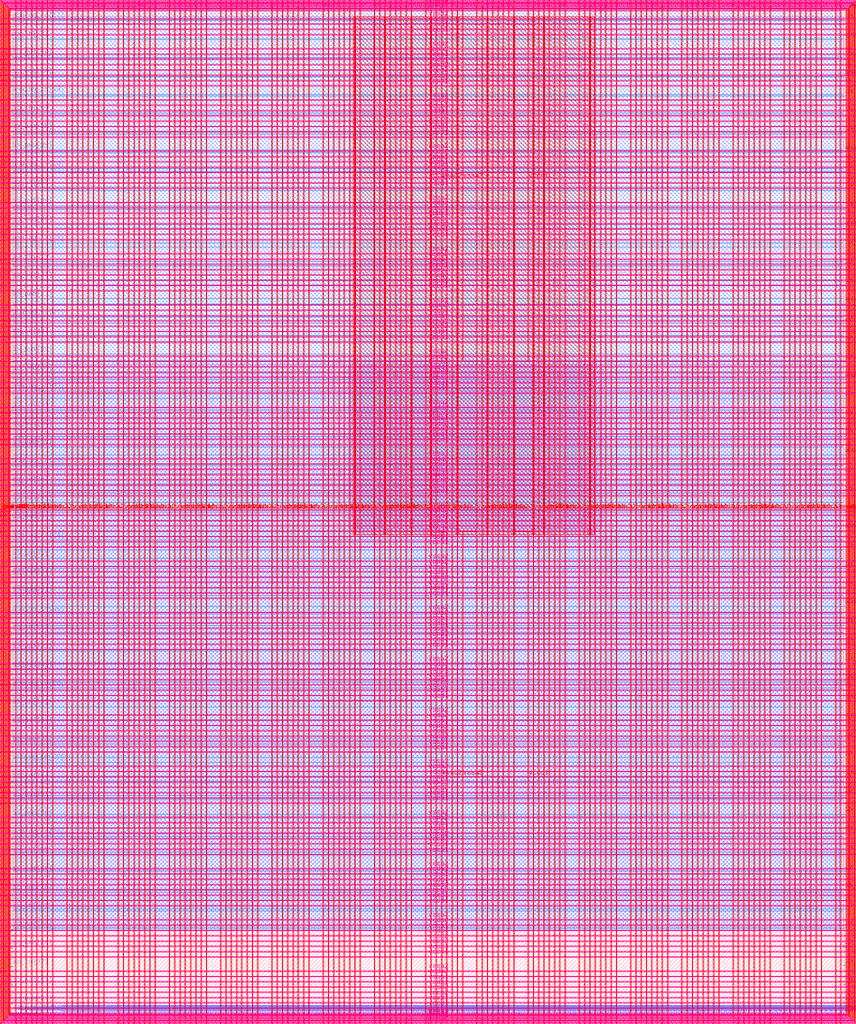
<source format=lef>
VERSION 5.7 ;
  NOWIREEXTENSIONATPIN ON ;
  DIVIDERCHAR "/" ;
  BUSBITCHARS "[]" ;
MACRO user_project_wrapper
  CLASS BLOCK ;
  FOREIGN user_project_wrapper ;
  ORIGIN 0.000 0.000 ;
  SIZE 2920.000 BY 3520.000 ;
  PIN analog_io[0]
    DIRECTION INOUT ;
    USE SIGNAL ;
    PORT
      LAYER met3 ;
        RECT 2917.600 1426.380 2924.800 1427.580 ;
    END
  END analog_io[0]
  PIN analog_io[10]
    DIRECTION INOUT ;
    USE SIGNAL ;
    PORT
      LAYER met2 ;
        RECT 2230.490 3517.600 2231.050 3524.800 ;
    END
  END analog_io[10]
  PIN analog_io[11]
    DIRECTION INOUT ;
    USE SIGNAL ;
    PORT
      LAYER met2 ;
        RECT 1905.730 3517.600 1906.290 3524.800 ;
    END
  END analog_io[11]
  PIN analog_io[12]
    DIRECTION INOUT ;
    USE SIGNAL ;
    PORT
      LAYER met2 ;
        RECT 1581.430 3517.600 1581.990 3524.800 ;
    END
  END analog_io[12]
  PIN analog_io[13]
    DIRECTION INOUT ;
    USE SIGNAL ;
    PORT
      LAYER met2 ;
        RECT 1257.130 3517.600 1257.690 3524.800 ;
    END
  END analog_io[13]
  PIN analog_io[14]
    DIRECTION INOUT ;
    USE SIGNAL ;
    PORT
      LAYER met2 ;
        RECT 932.370 3517.600 932.930 3524.800 ;
    END
  END analog_io[14]
  PIN analog_io[15]
    DIRECTION INOUT ;
    USE SIGNAL ;
    PORT
      LAYER met2 ;
        RECT 608.070 3517.600 608.630 3524.800 ;
    END
  END analog_io[15]
  PIN analog_io[16]
    DIRECTION INOUT ;
    USE SIGNAL ;
    PORT
      LAYER met2 ;
        RECT 283.770 3517.600 284.330 3524.800 ;
    END
  END analog_io[16]
  PIN analog_io[17]
    DIRECTION INOUT ;
    USE SIGNAL ;
    PORT
      LAYER met3 ;
        RECT -4.800 3486.100 2.400 3487.300 ;
    END
  END analog_io[17]
  PIN analog_io[18]
    DIRECTION INOUT ;
    USE SIGNAL ;
    PORT
      LAYER met3 ;
        RECT -4.800 3224.980 2.400 3226.180 ;
    END
  END analog_io[18]
  PIN analog_io[19]
    DIRECTION INOUT ;
    USE SIGNAL ;
    PORT
      LAYER met3 ;
        RECT -4.800 2964.540 2.400 2965.740 ;
    END
  END analog_io[19]
  PIN analog_io[1]
    DIRECTION INOUT ;
    USE SIGNAL ;
    PORT
      LAYER met3 ;
        RECT 2917.600 1692.260 2924.800 1693.460 ;
    END
  END analog_io[1]
  PIN analog_io[20]
    DIRECTION INOUT ;
    USE SIGNAL ;
    PORT
      LAYER met3 ;
        RECT -4.800 2703.420 2.400 2704.620 ;
    END
  END analog_io[20]
  PIN analog_io[21]
    DIRECTION INOUT ;
    USE SIGNAL ;
    PORT
      LAYER met3 ;
        RECT -4.800 2442.980 2.400 2444.180 ;
    END
  END analog_io[21]
  PIN analog_io[22]
    DIRECTION INOUT ;
    USE SIGNAL ;
    PORT
      LAYER met3 ;
        RECT -4.800 2182.540 2.400 2183.740 ;
    END
  END analog_io[22]
  PIN analog_io[23]
    DIRECTION INOUT ;
    USE SIGNAL ;
    PORT
      LAYER met3 ;
        RECT -4.800 1921.420 2.400 1922.620 ;
    END
  END analog_io[23]
  PIN analog_io[24]
    DIRECTION INOUT ;
    USE SIGNAL ;
    PORT
      LAYER met3 ;
        RECT -4.800 1660.980 2.400 1662.180 ;
    END
  END analog_io[24]
  PIN analog_io[25]
    DIRECTION INOUT ;
    USE SIGNAL ;
    PORT
      LAYER met3 ;
        RECT -4.800 1399.860 2.400 1401.060 ;
    END
  END analog_io[25]
  PIN analog_io[26]
    DIRECTION INOUT ;
    USE SIGNAL ;
    PORT
      LAYER met3 ;
        RECT -4.800 1139.420 2.400 1140.620 ;
    END
  END analog_io[26]
  PIN analog_io[27]
    DIRECTION INOUT ;
    USE SIGNAL ;
    PORT
      LAYER met3 ;
        RECT -4.800 878.980 2.400 880.180 ;
    END
  END analog_io[27]
  PIN analog_io[28]
    DIRECTION INOUT ;
    USE SIGNAL ;
    PORT
      LAYER met3 ;
        RECT -4.800 617.860 2.400 619.060 ;
    END
  END analog_io[28]
  PIN analog_io[2]
    DIRECTION INOUT ;
    USE SIGNAL ;
    PORT
      LAYER met3 ;
        RECT 2917.600 1958.140 2924.800 1959.340 ;
    END
  END analog_io[2]
  PIN analog_io[3]
    DIRECTION INOUT ;
    USE SIGNAL ;
    PORT
      LAYER met3 ;
        RECT 2917.600 2223.340 2924.800 2224.540 ;
    END
  END analog_io[3]
  PIN analog_io[4]
    DIRECTION INOUT ;
    USE SIGNAL ;
    PORT
      LAYER met3 ;
        RECT 2917.600 2489.220 2924.800 2490.420 ;
    END
  END analog_io[4]
  PIN analog_io[5]
    DIRECTION INOUT ;
    USE SIGNAL ;
    PORT
      LAYER met3 ;
        RECT 2917.600 2755.100 2924.800 2756.300 ;
    END
  END analog_io[5]
  PIN analog_io[6]
    DIRECTION INOUT ;
    USE SIGNAL ;
    PORT
      LAYER met3 ;
        RECT 2917.600 3020.300 2924.800 3021.500 ;
    END
  END analog_io[6]
  PIN analog_io[7]
    DIRECTION INOUT ;
    USE SIGNAL ;
    PORT
      LAYER met3 ;
        RECT 2917.600 3286.180 2924.800 3287.380 ;
    END
  END analog_io[7]
  PIN analog_io[8]
    DIRECTION INOUT ;
    USE SIGNAL ;
    PORT
      LAYER met2 ;
        RECT 2879.090 3517.600 2879.650 3524.800 ;
    END
  END analog_io[8]
  PIN analog_io[9]
    DIRECTION INOUT ;
    USE SIGNAL ;
    PORT
      LAYER met2 ;
        RECT 2554.790 3517.600 2555.350 3524.800 ;
    END
  END analog_io[9]
  PIN io_in[0]
    DIRECTION INPUT ;
    USE SIGNAL ;
    PORT
      LAYER met3 ;
        RECT 2917.600 32.380 2924.800 33.580 ;
    END
  END io_in[0]
  PIN io_in[10]
    DIRECTION INPUT ;
    USE SIGNAL ;
    PORT
      LAYER met3 ;
        RECT 2917.600 2289.980 2924.800 2291.180 ;
    END
  END io_in[10]
  PIN io_in[11]
    DIRECTION INPUT ;
    USE SIGNAL ;
    PORT
      LAYER met3 ;
        RECT 2917.600 2555.860 2924.800 2557.060 ;
    END
  END io_in[11]
  PIN io_in[12]
    DIRECTION INPUT ;
    USE SIGNAL ;
    PORT
      LAYER met3 ;
        RECT 2917.600 2821.060 2924.800 2822.260 ;
    END
  END io_in[12]
  PIN io_in[13]
    DIRECTION INPUT ;
    USE SIGNAL ;
    PORT
      LAYER met3 ;
        RECT 2917.600 3086.940 2924.800 3088.140 ;
    END
  END io_in[13]
  PIN io_in[14]
    DIRECTION INPUT ;
    USE SIGNAL ;
    PORT
      LAYER met3 ;
        RECT 2917.600 3352.820 2924.800 3354.020 ;
    END
  END io_in[14]
  PIN io_in[15]
    DIRECTION INPUT ;
    USE SIGNAL ;
    PORT
      LAYER met2 ;
        RECT 2798.130 3517.600 2798.690 3524.800 ;
    END
  END io_in[15]
  PIN io_in[16]
    DIRECTION INPUT ;
    USE SIGNAL ;
    PORT
      LAYER met2 ;
        RECT 2473.830 3517.600 2474.390 3524.800 ;
    END
  END io_in[16]
  PIN io_in[17]
    DIRECTION INPUT ;
    USE SIGNAL ;
    PORT
      LAYER met2 ;
        RECT 2149.070 3517.600 2149.630 3524.800 ;
    END
  END io_in[17]
  PIN io_in[18]
    DIRECTION INPUT ;
    USE SIGNAL ;
    PORT
      LAYER met2 ;
        RECT 1824.770 3517.600 1825.330 3524.800 ;
    END
  END io_in[18]
  PIN io_in[19]
    DIRECTION INPUT ;
    USE SIGNAL ;
    PORT
      LAYER met2 ;
        RECT 1500.470 3517.600 1501.030 3524.800 ;
    END
  END io_in[19]
  PIN io_in[1]
    DIRECTION INPUT ;
    USE SIGNAL ;
    PORT
      LAYER met3 ;
        RECT 2917.600 230.940 2924.800 232.140 ;
    END
  END io_in[1]
  PIN io_in[20]
    DIRECTION INPUT ;
    USE SIGNAL ;
    PORT
      LAYER met2 ;
        RECT 1175.710 3517.600 1176.270 3524.800 ;
    END
  END io_in[20]
  PIN io_in[21]
    DIRECTION INPUT ;
    USE SIGNAL ;
    PORT
      LAYER met2 ;
        RECT 851.410 3517.600 851.970 3524.800 ;
    END
  END io_in[21]
  PIN io_in[22]
    DIRECTION INPUT ;
    USE SIGNAL ;
    PORT
      LAYER met2 ;
        RECT 527.110 3517.600 527.670 3524.800 ;
    END
  END io_in[22]
  PIN io_in[23]
    DIRECTION INPUT ;
    USE SIGNAL ;
    PORT
      LAYER met2 ;
        RECT 202.350 3517.600 202.910 3524.800 ;
    END
  END io_in[23]
  PIN io_in[24]
    DIRECTION INPUT ;
    USE SIGNAL ;
    PORT
      LAYER met3 ;
        RECT -4.800 3420.820 2.400 3422.020 ;
    END
  END io_in[24]
  PIN io_in[25]
    DIRECTION INPUT ;
    USE SIGNAL ;
    PORT
      LAYER met3 ;
        RECT -4.800 3159.700 2.400 3160.900 ;
    END
  END io_in[25]
  PIN io_in[26]
    DIRECTION INPUT ;
    USE SIGNAL ;
    PORT
      LAYER met3 ;
        RECT -4.800 2899.260 2.400 2900.460 ;
    END
  END io_in[26]
  PIN io_in[27]
    DIRECTION INPUT ;
    USE SIGNAL ;
    PORT
      LAYER met3 ;
        RECT -4.800 2638.820 2.400 2640.020 ;
    END
  END io_in[27]
  PIN io_in[28]
    DIRECTION INPUT ;
    USE SIGNAL ;
    PORT
      LAYER met3 ;
        RECT -4.800 2377.700 2.400 2378.900 ;
    END
  END io_in[28]
  PIN io_in[29]
    DIRECTION INPUT ;
    USE SIGNAL ;
    PORT
      LAYER met3 ;
        RECT -4.800 2117.260 2.400 2118.460 ;
    END
  END io_in[29]
  PIN io_in[2]
    DIRECTION INPUT ;
    USE SIGNAL ;
    PORT
      LAYER met3 ;
        RECT 2917.600 430.180 2924.800 431.380 ;
    END
  END io_in[2]
  PIN io_in[30]
    DIRECTION INPUT ;
    USE SIGNAL ;
    PORT
      LAYER met3 ;
        RECT -4.800 1856.140 2.400 1857.340 ;
    END
  END io_in[30]
  PIN io_in[31]
    DIRECTION INPUT ;
    USE SIGNAL ;
    PORT
      LAYER met3 ;
        RECT -4.800 1595.700 2.400 1596.900 ;
    END
  END io_in[31]
  PIN io_in[32]
    DIRECTION INPUT ;
    USE SIGNAL ;
    PORT
      LAYER met3 ;
        RECT -4.800 1335.260 2.400 1336.460 ;
    END
  END io_in[32]
  PIN io_in[33]
    DIRECTION INPUT ;
    USE SIGNAL ;
    PORT
      LAYER met3 ;
        RECT -4.800 1074.140 2.400 1075.340 ;
    END
  END io_in[33]
  PIN io_in[34]
    DIRECTION INPUT ;
    USE SIGNAL ;
    PORT
      LAYER met3 ;
        RECT -4.800 813.700 2.400 814.900 ;
    END
  END io_in[34]
  PIN io_in[35]
    DIRECTION INPUT ;
    USE SIGNAL ;
    PORT
      LAYER met3 ;
        RECT -4.800 552.580 2.400 553.780 ;
    END
  END io_in[35]
  PIN io_in[36]
    DIRECTION INPUT ;
    USE SIGNAL ;
    PORT
      LAYER met3 ;
        RECT -4.800 357.420 2.400 358.620 ;
    END
  END io_in[36]
  PIN io_in[37]
    DIRECTION INPUT ;
    USE SIGNAL ;
    PORT
      LAYER met3 ;
        RECT -4.800 161.580 2.400 162.780 ;
    END
  END io_in[37]
  PIN io_in[3]
    DIRECTION INPUT ;
    USE SIGNAL ;
    PORT
      LAYER met3 ;
        RECT 2917.600 629.420 2924.800 630.620 ;
    END
  END io_in[3]
  PIN io_in[4]
    DIRECTION INPUT ;
    USE SIGNAL ;
    PORT
      LAYER met3 ;
        RECT 2917.600 828.660 2924.800 829.860 ;
    END
  END io_in[4]
  PIN io_in[5]
    DIRECTION INPUT ;
    USE SIGNAL ;
    PORT
      LAYER met3 ;
        RECT 2917.600 1027.900 2924.800 1029.100 ;
    END
  END io_in[5]
  PIN io_in[6]
    DIRECTION INPUT ;
    USE SIGNAL ;
    PORT
      LAYER met3 ;
        RECT 2917.600 1227.140 2924.800 1228.340 ;
    END
  END io_in[6]
  PIN io_in[7]
    DIRECTION INPUT ;
    USE SIGNAL ;
    PORT
      LAYER met3 ;
        RECT 2917.600 1493.020 2924.800 1494.220 ;
    END
  END io_in[7]
  PIN io_in[8]
    DIRECTION INPUT ;
    USE SIGNAL ;
    PORT
      LAYER met3 ;
        RECT 2917.600 1758.900 2924.800 1760.100 ;
    END
  END io_in[8]
  PIN io_in[9]
    DIRECTION INPUT ;
    USE SIGNAL ;
    PORT
      LAYER met3 ;
        RECT 2917.600 2024.100 2924.800 2025.300 ;
    END
  END io_in[9]
  PIN io_oeb[0]
    DIRECTION OUTPUT TRISTATE ;
    USE SIGNAL ;
    PORT
      LAYER met3 ;
        RECT 2917.600 164.980 2924.800 166.180 ;
    END
  END io_oeb[0]
  PIN io_oeb[10]
    DIRECTION OUTPUT TRISTATE ;
    USE SIGNAL ;
    PORT
      LAYER met3 ;
        RECT 2917.600 2422.580 2924.800 2423.780 ;
    END
  END io_oeb[10]
  PIN io_oeb[11]
    DIRECTION OUTPUT TRISTATE ;
    USE SIGNAL ;
    PORT
      LAYER met3 ;
        RECT 2917.600 2688.460 2924.800 2689.660 ;
    END
  END io_oeb[11]
  PIN io_oeb[12]
    DIRECTION OUTPUT TRISTATE ;
    USE SIGNAL ;
    PORT
      LAYER met3 ;
        RECT 2917.600 2954.340 2924.800 2955.540 ;
    END
  END io_oeb[12]
  PIN io_oeb[13]
    DIRECTION OUTPUT TRISTATE ;
    USE SIGNAL ;
    PORT
      LAYER met3 ;
        RECT 2917.600 3219.540 2924.800 3220.740 ;
    END
  END io_oeb[13]
  PIN io_oeb[14]
    DIRECTION OUTPUT TRISTATE ;
    USE SIGNAL ;
    PORT
      LAYER met3 ;
        RECT 2917.600 3485.420 2924.800 3486.620 ;
    END
  END io_oeb[14]
  PIN io_oeb[15]
    DIRECTION OUTPUT TRISTATE ;
    USE SIGNAL ;
    PORT
      LAYER met2 ;
        RECT 2635.750 3517.600 2636.310 3524.800 ;
    END
  END io_oeb[15]
  PIN io_oeb[16]
    DIRECTION OUTPUT TRISTATE ;
    USE SIGNAL ;
    PORT
      LAYER met2 ;
        RECT 2311.450 3517.600 2312.010 3524.800 ;
    END
  END io_oeb[16]
  PIN io_oeb[17]
    DIRECTION OUTPUT TRISTATE ;
    USE SIGNAL ;
    PORT
      LAYER met2 ;
        RECT 1987.150 3517.600 1987.710 3524.800 ;
    END
  END io_oeb[17]
  PIN io_oeb[18]
    DIRECTION OUTPUT TRISTATE ;
    USE SIGNAL ;
    PORT
      LAYER met2 ;
        RECT 1662.390 3517.600 1662.950 3524.800 ;
    END
  END io_oeb[18]
  PIN io_oeb[19]
    DIRECTION OUTPUT TRISTATE ;
    USE SIGNAL ;
    PORT
      LAYER met2 ;
        RECT 1338.090 3517.600 1338.650 3524.800 ;
    END
  END io_oeb[19]
  PIN io_oeb[1]
    DIRECTION OUTPUT TRISTATE ;
    USE SIGNAL ;
    PORT
      LAYER met3 ;
        RECT 2917.600 364.220 2924.800 365.420 ;
    END
  END io_oeb[1]
  PIN io_oeb[20]
    DIRECTION OUTPUT TRISTATE ;
    USE SIGNAL ;
    PORT
      LAYER met2 ;
        RECT 1013.790 3517.600 1014.350 3524.800 ;
    END
  END io_oeb[20]
  PIN io_oeb[21]
    DIRECTION OUTPUT TRISTATE ;
    USE SIGNAL ;
    PORT
      LAYER met2 ;
        RECT 689.030 3517.600 689.590 3524.800 ;
    END
  END io_oeb[21]
  PIN io_oeb[22]
    DIRECTION OUTPUT TRISTATE ;
    USE SIGNAL ;
    PORT
      LAYER met2 ;
        RECT 364.730 3517.600 365.290 3524.800 ;
    END
  END io_oeb[22]
  PIN io_oeb[23]
    DIRECTION OUTPUT TRISTATE ;
    USE SIGNAL ;
    PORT
      LAYER met2 ;
        RECT 40.430 3517.600 40.990 3524.800 ;
    END
  END io_oeb[23]
  PIN io_oeb[24]
    DIRECTION OUTPUT TRISTATE ;
    USE SIGNAL ;
    PORT
      LAYER met3 ;
        RECT -4.800 3290.260 2.400 3291.460 ;
    END
  END io_oeb[24]
  PIN io_oeb[25]
    DIRECTION OUTPUT TRISTATE ;
    USE SIGNAL ;
    PORT
      LAYER met3 ;
        RECT -4.800 3029.820 2.400 3031.020 ;
    END
  END io_oeb[25]
  PIN io_oeb[26]
    DIRECTION OUTPUT TRISTATE ;
    USE SIGNAL ;
    PORT
      LAYER met3 ;
        RECT -4.800 2768.700 2.400 2769.900 ;
    END
  END io_oeb[26]
  PIN io_oeb[27]
    DIRECTION OUTPUT TRISTATE ;
    USE SIGNAL ;
    PORT
      LAYER met3 ;
        RECT -4.800 2508.260 2.400 2509.460 ;
    END
  END io_oeb[27]
  PIN io_oeb[28]
    DIRECTION OUTPUT TRISTATE ;
    USE SIGNAL ;
    PORT
      LAYER met3 ;
        RECT -4.800 2247.140 2.400 2248.340 ;
    END
  END io_oeb[28]
  PIN io_oeb[29]
    DIRECTION OUTPUT TRISTATE ;
    USE SIGNAL ;
    PORT
      LAYER met3 ;
        RECT -4.800 1986.700 2.400 1987.900 ;
    END
  END io_oeb[29]
  PIN io_oeb[2]
    DIRECTION OUTPUT TRISTATE ;
    USE SIGNAL ;
    PORT
      LAYER met3 ;
        RECT 2917.600 563.460 2924.800 564.660 ;
    END
  END io_oeb[2]
  PIN io_oeb[30]
    DIRECTION OUTPUT TRISTATE ;
    USE SIGNAL ;
    PORT
      LAYER met3 ;
        RECT -4.800 1726.260 2.400 1727.460 ;
    END
  END io_oeb[30]
  PIN io_oeb[31]
    DIRECTION OUTPUT TRISTATE ;
    USE SIGNAL ;
    PORT
      LAYER met3 ;
        RECT -4.800 1465.140 2.400 1466.340 ;
    END
  END io_oeb[31]
  PIN io_oeb[32]
    DIRECTION OUTPUT TRISTATE ;
    USE SIGNAL ;
    PORT
      LAYER met3 ;
        RECT -4.800 1204.700 2.400 1205.900 ;
    END
  END io_oeb[32]
  PIN io_oeb[33]
    DIRECTION OUTPUT TRISTATE ;
    USE SIGNAL ;
    PORT
      LAYER met3 ;
        RECT -4.800 943.580 2.400 944.780 ;
    END
  END io_oeb[33]
  PIN io_oeb[34]
    DIRECTION OUTPUT TRISTATE ;
    USE SIGNAL ;
    PORT
      LAYER met3 ;
        RECT -4.800 683.140 2.400 684.340 ;
    END
  END io_oeb[34]
  PIN io_oeb[35]
    DIRECTION OUTPUT TRISTATE ;
    USE SIGNAL ;
    PORT
      LAYER met3 ;
        RECT -4.800 422.700 2.400 423.900 ;
    END
  END io_oeb[35]
  PIN io_oeb[36]
    DIRECTION OUTPUT TRISTATE ;
    USE SIGNAL ;
    PORT
      LAYER met3 ;
        RECT -4.800 226.860 2.400 228.060 ;
    END
  END io_oeb[36]
  PIN io_oeb[37]
    DIRECTION OUTPUT TRISTATE ;
    USE SIGNAL ;
    PORT
      LAYER met3 ;
        RECT -4.800 31.700 2.400 32.900 ;
    END
  END io_oeb[37]
  PIN io_oeb[3]
    DIRECTION OUTPUT TRISTATE ;
    USE SIGNAL ;
    PORT
      LAYER met3 ;
        RECT 2917.600 762.700 2924.800 763.900 ;
    END
  END io_oeb[3]
  PIN io_oeb[4]
    DIRECTION OUTPUT TRISTATE ;
    USE SIGNAL ;
    PORT
      LAYER met3 ;
        RECT 2917.600 961.940 2924.800 963.140 ;
    END
  END io_oeb[4]
  PIN io_oeb[5]
    DIRECTION OUTPUT TRISTATE ;
    USE SIGNAL ;
    PORT
      LAYER met3 ;
        RECT 2917.600 1161.180 2924.800 1162.380 ;
    END
  END io_oeb[5]
  PIN io_oeb[6]
    DIRECTION OUTPUT TRISTATE ;
    USE SIGNAL ;
    PORT
      LAYER met3 ;
        RECT 2917.600 1360.420 2924.800 1361.620 ;
    END
  END io_oeb[6]
  PIN io_oeb[7]
    DIRECTION OUTPUT TRISTATE ;
    USE SIGNAL ;
    PORT
      LAYER met3 ;
        RECT 2917.600 1625.620 2924.800 1626.820 ;
    END
  END io_oeb[7]
  PIN io_oeb[8]
    DIRECTION OUTPUT TRISTATE ;
    USE SIGNAL ;
    PORT
      LAYER met3 ;
        RECT 2917.600 1891.500 2924.800 1892.700 ;
    END
  END io_oeb[8]
  PIN io_oeb[9]
    DIRECTION OUTPUT TRISTATE ;
    USE SIGNAL ;
    PORT
      LAYER met3 ;
        RECT 2917.600 2157.380 2924.800 2158.580 ;
    END
  END io_oeb[9]
  PIN io_out[0]
    DIRECTION OUTPUT TRISTATE ;
    USE SIGNAL ;
    PORT
      LAYER met3 ;
        RECT 2917.600 98.340 2924.800 99.540 ;
    END
  END io_out[0]
  PIN io_out[10]
    DIRECTION OUTPUT TRISTATE ;
    USE SIGNAL ;
    PORT
      LAYER met3 ;
        RECT 2917.600 2356.620 2924.800 2357.820 ;
    END
  END io_out[10]
  PIN io_out[11]
    DIRECTION OUTPUT TRISTATE ;
    USE SIGNAL ;
    PORT
      LAYER met3 ;
        RECT 2917.600 2621.820 2924.800 2623.020 ;
    END
  END io_out[11]
  PIN io_out[12]
    DIRECTION OUTPUT TRISTATE ;
    USE SIGNAL ;
    PORT
      LAYER met3 ;
        RECT 2917.600 2887.700 2924.800 2888.900 ;
    END
  END io_out[12]
  PIN io_out[13]
    DIRECTION OUTPUT TRISTATE ;
    USE SIGNAL ;
    PORT
      LAYER met3 ;
        RECT 2917.600 3153.580 2924.800 3154.780 ;
    END
  END io_out[13]
  PIN io_out[14]
    DIRECTION OUTPUT TRISTATE ;
    USE SIGNAL ;
    PORT
      LAYER met3 ;
        RECT 2917.600 3418.780 2924.800 3419.980 ;
    END
  END io_out[14]
  PIN io_out[15]
    DIRECTION OUTPUT TRISTATE ;
    USE SIGNAL ;
    PORT
      LAYER met2 ;
        RECT 2717.170 3517.600 2717.730 3524.800 ;
    END
  END io_out[15]
  PIN io_out[16]
    DIRECTION OUTPUT TRISTATE ;
    USE SIGNAL ;
    PORT
      LAYER met2 ;
        RECT 2392.410 3517.600 2392.970 3524.800 ;
    END
  END io_out[16]
  PIN io_out[17]
    DIRECTION OUTPUT TRISTATE ;
    USE SIGNAL ;
    PORT
      LAYER met2 ;
        RECT 2068.110 3517.600 2068.670 3524.800 ;
    END
  END io_out[17]
  PIN io_out[18]
    DIRECTION OUTPUT TRISTATE ;
    USE SIGNAL ;
    PORT
      LAYER met2 ;
        RECT 1743.810 3517.600 1744.370 3524.800 ;
    END
  END io_out[18]
  PIN io_out[19]
    DIRECTION OUTPUT TRISTATE ;
    USE SIGNAL ;
    PORT
      LAYER met2 ;
        RECT 1419.050 3517.600 1419.610 3524.800 ;
    END
  END io_out[19]
  PIN io_out[1]
    DIRECTION OUTPUT TRISTATE ;
    USE SIGNAL ;
    PORT
      LAYER met3 ;
        RECT 2917.600 297.580 2924.800 298.780 ;
    END
  END io_out[1]
  PIN io_out[20]
    DIRECTION OUTPUT TRISTATE ;
    USE SIGNAL ;
    PORT
      LAYER met2 ;
        RECT 1094.750 3517.600 1095.310 3524.800 ;
    END
  END io_out[20]
  PIN io_out[21]
    DIRECTION OUTPUT TRISTATE ;
    USE SIGNAL ;
    PORT
      LAYER met2 ;
        RECT 770.450 3517.600 771.010 3524.800 ;
    END
  END io_out[21]
  PIN io_out[22]
    DIRECTION OUTPUT TRISTATE ;
    USE SIGNAL ;
    PORT
      LAYER met2 ;
        RECT 445.690 3517.600 446.250 3524.800 ;
    END
  END io_out[22]
  PIN io_out[23]
    DIRECTION OUTPUT TRISTATE ;
    USE SIGNAL ;
    PORT
      LAYER met2 ;
        RECT 121.390 3517.600 121.950 3524.800 ;
    END
  END io_out[23]
  PIN io_out[24]
    DIRECTION OUTPUT TRISTATE ;
    USE SIGNAL ;
    PORT
      LAYER met3 ;
        RECT -4.800 3355.540 2.400 3356.740 ;
    END
  END io_out[24]
  PIN io_out[25]
    DIRECTION OUTPUT TRISTATE ;
    USE SIGNAL ;
    PORT
      LAYER met3 ;
        RECT -4.800 3095.100 2.400 3096.300 ;
    END
  END io_out[25]
  PIN io_out[26]
    DIRECTION OUTPUT TRISTATE ;
    USE SIGNAL ;
    PORT
      LAYER met3 ;
        RECT -4.800 2833.980 2.400 2835.180 ;
    END
  END io_out[26]
  PIN io_out[27]
    DIRECTION OUTPUT TRISTATE ;
    USE SIGNAL ;
    PORT
      LAYER met3 ;
        RECT -4.800 2573.540 2.400 2574.740 ;
    END
  END io_out[27]
  PIN io_out[28]
    DIRECTION OUTPUT TRISTATE ;
    USE SIGNAL ;
    PORT
      LAYER met3 ;
        RECT -4.800 2312.420 2.400 2313.620 ;
    END
  END io_out[28]
  PIN io_out[29]
    DIRECTION OUTPUT TRISTATE ;
    USE SIGNAL ;
    PORT
      LAYER met3 ;
        RECT -4.800 2051.980 2.400 2053.180 ;
    END
  END io_out[29]
  PIN io_out[2]
    DIRECTION OUTPUT TRISTATE ;
    USE SIGNAL ;
    PORT
      LAYER met3 ;
        RECT 2917.600 496.820 2924.800 498.020 ;
    END
  END io_out[2]
  PIN io_out[30]
    DIRECTION OUTPUT TRISTATE ;
    USE SIGNAL ;
    PORT
      LAYER met3 ;
        RECT -4.800 1791.540 2.400 1792.740 ;
    END
  END io_out[30]
  PIN io_out[31]
    DIRECTION OUTPUT TRISTATE ;
    USE SIGNAL ;
    PORT
      LAYER met3 ;
        RECT -4.800 1530.420 2.400 1531.620 ;
    END
  END io_out[31]
  PIN io_out[32]
    DIRECTION OUTPUT TRISTATE ;
    USE SIGNAL ;
    PORT
      LAYER met3 ;
        RECT -4.800 1269.980 2.400 1271.180 ;
    END
  END io_out[32]
  PIN io_out[33]
    DIRECTION OUTPUT TRISTATE ;
    USE SIGNAL ;
    PORT
      LAYER met3 ;
        RECT -4.800 1008.860 2.400 1010.060 ;
    END
  END io_out[33]
  PIN io_out[34]
    DIRECTION OUTPUT TRISTATE ;
    USE SIGNAL ;
    PORT
      LAYER met3 ;
        RECT -4.800 748.420 2.400 749.620 ;
    END
  END io_out[34]
  PIN io_out[35]
    DIRECTION OUTPUT TRISTATE ;
    USE SIGNAL ;
    PORT
      LAYER met3 ;
        RECT -4.800 487.300 2.400 488.500 ;
    END
  END io_out[35]
  PIN io_out[36]
    DIRECTION OUTPUT TRISTATE ;
    USE SIGNAL ;
    PORT
      LAYER met3 ;
        RECT -4.800 292.140 2.400 293.340 ;
    END
  END io_out[36]
  PIN io_out[37]
    DIRECTION OUTPUT TRISTATE ;
    USE SIGNAL ;
    PORT
      LAYER met3 ;
        RECT -4.800 96.300 2.400 97.500 ;
    END
  END io_out[37]
  PIN io_out[3]
    DIRECTION OUTPUT TRISTATE ;
    USE SIGNAL ;
    PORT
      LAYER met3 ;
        RECT 2917.600 696.060 2924.800 697.260 ;
    END
  END io_out[3]
  PIN io_out[4]
    DIRECTION OUTPUT TRISTATE ;
    USE SIGNAL ;
    PORT
      LAYER met3 ;
        RECT 2917.600 895.300 2924.800 896.500 ;
    END
  END io_out[4]
  PIN io_out[5]
    DIRECTION OUTPUT TRISTATE ;
    USE SIGNAL ;
    PORT
      LAYER met3 ;
        RECT 2917.600 1094.540 2924.800 1095.740 ;
    END
  END io_out[5]
  PIN io_out[6]
    DIRECTION OUTPUT TRISTATE ;
    USE SIGNAL ;
    PORT
      LAYER met3 ;
        RECT 2917.600 1293.780 2924.800 1294.980 ;
    END
  END io_out[6]
  PIN io_out[7]
    DIRECTION OUTPUT TRISTATE ;
    USE SIGNAL ;
    PORT
      LAYER met3 ;
        RECT 2917.600 1559.660 2924.800 1560.860 ;
    END
  END io_out[7]
  PIN io_out[8]
    DIRECTION OUTPUT TRISTATE ;
    USE SIGNAL ;
    PORT
      LAYER met3 ;
        RECT 2917.600 1824.860 2924.800 1826.060 ;
    END
  END io_out[8]
  PIN io_out[9]
    DIRECTION OUTPUT TRISTATE ;
    USE SIGNAL ;
    PORT
      LAYER met3 ;
        RECT 2917.600 2090.740 2924.800 2091.940 ;
    END
  END io_out[9]
  PIN la_data_in[0]
    DIRECTION INPUT ;
    USE SIGNAL ;
    PORT
      LAYER met2 ;
        RECT 629.230 -4.800 629.790 2.400 ;
    END
  END la_data_in[0]
  PIN la_data_in[100]
    DIRECTION INPUT ;
    USE SIGNAL ;
    PORT
      LAYER met2 ;
        RECT 2402.530 -4.800 2403.090 2.400 ;
    END
  END la_data_in[100]
  PIN la_data_in[101]
    DIRECTION INPUT ;
    USE SIGNAL ;
    PORT
      LAYER met2 ;
        RECT 2420.010 -4.800 2420.570 2.400 ;
    END
  END la_data_in[101]
  PIN la_data_in[102]
    DIRECTION INPUT ;
    USE SIGNAL ;
    PORT
      LAYER met2 ;
        RECT 2437.950 -4.800 2438.510 2.400 ;
    END
  END la_data_in[102]
  PIN la_data_in[103]
    DIRECTION INPUT ;
    USE SIGNAL ;
    PORT
      LAYER met2 ;
        RECT 2455.430 -4.800 2455.990 2.400 ;
    END
  END la_data_in[103]
  PIN la_data_in[104]
    DIRECTION INPUT ;
    USE SIGNAL ;
    PORT
      LAYER met2 ;
        RECT 2473.370 -4.800 2473.930 2.400 ;
    END
  END la_data_in[104]
  PIN la_data_in[105]
    DIRECTION INPUT ;
    USE SIGNAL ;
    PORT
      LAYER met2 ;
        RECT 2490.850 -4.800 2491.410 2.400 ;
    END
  END la_data_in[105]
  PIN la_data_in[106]
    DIRECTION INPUT ;
    USE SIGNAL ;
    PORT
      LAYER met2 ;
        RECT 2508.790 -4.800 2509.350 2.400 ;
    END
  END la_data_in[106]
  PIN la_data_in[107]
    DIRECTION INPUT ;
    USE SIGNAL ;
    PORT
      LAYER met2 ;
        RECT 2526.730 -4.800 2527.290 2.400 ;
    END
  END la_data_in[107]
  PIN la_data_in[108]
    DIRECTION INPUT ;
    USE SIGNAL ;
    PORT
      LAYER met2 ;
        RECT 2544.210 -4.800 2544.770 2.400 ;
    END
  END la_data_in[108]
  PIN la_data_in[109]
    DIRECTION INPUT ;
    USE SIGNAL ;
    PORT
      LAYER met2 ;
        RECT 2562.150 -4.800 2562.710 2.400 ;
    END
  END la_data_in[109]
  PIN la_data_in[10]
    DIRECTION INPUT ;
    USE SIGNAL ;
    PORT
      LAYER met2 ;
        RECT 806.330 -4.800 806.890 2.400 ;
    END
  END la_data_in[10]
  PIN la_data_in[110]
    DIRECTION INPUT ;
    USE SIGNAL ;
    PORT
      LAYER met2 ;
        RECT 2579.630 -4.800 2580.190 2.400 ;
    END
  END la_data_in[110]
  PIN la_data_in[111]
    DIRECTION INPUT ;
    USE SIGNAL ;
    PORT
      LAYER met2 ;
        RECT 2597.570 -4.800 2598.130 2.400 ;
    END
  END la_data_in[111]
  PIN la_data_in[112]
    DIRECTION INPUT ;
    USE SIGNAL ;
    PORT
      LAYER met2 ;
        RECT 2615.050 -4.800 2615.610 2.400 ;
    END
  END la_data_in[112]
  PIN la_data_in[113]
    DIRECTION INPUT ;
    USE SIGNAL ;
    PORT
      LAYER met2 ;
        RECT 2632.990 -4.800 2633.550 2.400 ;
    END
  END la_data_in[113]
  PIN la_data_in[114]
    DIRECTION INPUT ;
    USE SIGNAL ;
    PORT
      LAYER met2 ;
        RECT 2650.470 -4.800 2651.030 2.400 ;
    END
  END la_data_in[114]
  PIN la_data_in[115]
    DIRECTION INPUT ;
    USE SIGNAL ;
    PORT
      LAYER met2 ;
        RECT 2668.410 -4.800 2668.970 2.400 ;
    END
  END la_data_in[115]
  PIN la_data_in[116]
    DIRECTION INPUT ;
    USE SIGNAL ;
    PORT
      LAYER met2 ;
        RECT 2685.890 -4.800 2686.450 2.400 ;
    END
  END la_data_in[116]
  PIN la_data_in[117]
    DIRECTION INPUT ;
    USE SIGNAL ;
    PORT
      LAYER met2 ;
        RECT 2703.830 -4.800 2704.390 2.400 ;
    END
  END la_data_in[117]
  PIN la_data_in[118]
    DIRECTION INPUT ;
    USE SIGNAL ;
    PORT
      LAYER met2 ;
        RECT 2721.770 -4.800 2722.330 2.400 ;
    END
  END la_data_in[118]
  PIN la_data_in[119]
    DIRECTION INPUT ;
    USE SIGNAL ;
    PORT
      LAYER met2 ;
        RECT 2739.250 -4.800 2739.810 2.400 ;
    END
  END la_data_in[119]
  PIN la_data_in[11]
    DIRECTION INPUT ;
    USE SIGNAL ;
    PORT
      LAYER met2 ;
        RECT 824.270 -4.800 824.830 2.400 ;
    END
  END la_data_in[11]
  PIN la_data_in[120]
    DIRECTION INPUT ;
    USE SIGNAL ;
    PORT
      LAYER met2 ;
        RECT 2757.190 -4.800 2757.750 2.400 ;
    END
  END la_data_in[120]
  PIN la_data_in[121]
    DIRECTION INPUT ;
    USE SIGNAL ;
    PORT
      LAYER met2 ;
        RECT 2774.670 -4.800 2775.230 2.400 ;
    END
  END la_data_in[121]
  PIN la_data_in[122]
    DIRECTION INPUT ;
    USE SIGNAL ;
    PORT
      LAYER met2 ;
        RECT 2792.610 -4.800 2793.170 2.400 ;
    END
  END la_data_in[122]
  PIN la_data_in[123]
    DIRECTION INPUT ;
    USE SIGNAL ;
    PORT
      LAYER met2 ;
        RECT 2810.090 -4.800 2810.650 2.400 ;
    END
  END la_data_in[123]
  PIN la_data_in[124]
    DIRECTION INPUT ;
    USE SIGNAL ;
    PORT
      LAYER met2 ;
        RECT 2828.030 -4.800 2828.590 2.400 ;
    END
  END la_data_in[124]
  PIN la_data_in[125]
    DIRECTION INPUT ;
    USE SIGNAL ;
    PORT
      LAYER met2 ;
        RECT 2845.510 -4.800 2846.070 2.400 ;
    END
  END la_data_in[125]
  PIN la_data_in[126]
    DIRECTION INPUT ;
    USE SIGNAL ;
    PORT
      LAYER met2 ;
        RECT 2863.450 -4.800 2864.010 2.400 ;
    END
  END la_data_in[126]
  PIN la_data_in[127]
    DIRECTION INPUT ;
    USE SIGNAL ;
    PORT
      LAYER met2 ;
        RECT 2881.390 -4.800 2881.950 2.400 ;
    END
  END la_data_in[127]
  PIN la_data_in[12]
    DIRECTION INPUT ;
    USE SIGNAL ;
    PORT
      LAYER met2 ;
        RECT 841.750 -4.800 842.310 2.400 ;
    END
  END la_data_in[12]
  PIN la_data_in[13]
    DIRECTION INPUT ;
    USE SIGNAL ;
    PORT
      LAYER met2 ;
        RECT 859.690 -4.800 860.250 2.400 ;
    END
  END la_data_in[13]
  PIN la_data_in[14]
    DIRECTION INPUT ;
    USE SIGNAL ;
    PORT
      LAYER met2 ;
        RECT 877.170 -4.800 877.730 2.400 ;
    END
  END la_data_in[14]
  PIN la_data_in[15]
    DIRECTION INPUT ;
    USE SIGNAL ;
    PORT
      LAYER met2 ;
        RECT 895.110 -4.800 895.670 2.400 ;
    END
  END la_data_in[15]
  PIN la_data_in[16]
    DIRECTION INPUT ;
    USE SIGNAL ;
    PORT
      LAYER met2 ;
        RECT 912.590 -4.800 913.150 2.400 ;
    END
  END la_data_in[16]
  PIN la_data_in[17]
    DIRECTION INPUT ;
    USE SIGNAL ;
    PORT
      LAYER met2 ;
        RECT 930.530 -4.800 931.090 2.400 ;
    END
  END la_data_in[17]
  PIN la_data_in[18]
    DIRECTION INPUT ;
    USE SIGNAL ;
    PORT
      LAYER met2 ;
        RECT 948.470 -4.800 949.030 2.400 ;
    END
  END la_data_in[18]
  PIN la_data_in[19]
    DIRECTION INPUT ;
    USE SIGNAL ;
    PORT
      LAYER met2 ;
        RECT 965.950 -4.800 966.510 2.400 ;
    END
  END la_data_in[19]
  PIN la_data_in[1]
    DIRECTION INPUT ;
    USE SIGNAL ;
    PORT
      LAYER met2 ;
        RECT 646.710 -4.800 647.270 2.400 ;
    END
  END la_data_in[1]
  PIN la_data_in[20]
    DIRECTION INPUT ;
    USE SIGNAL ;
    PORT
      LAYER met2 ;
        RECT 983.890 -4.800 984.450 2.400 ;
    END
  END la_data_in[20]
  PIN la_data_in[21]
    DIRECTION INPUT ;
    USE SIGNAL ;
    PORT
      LAYER met2 ;
        RECT 1001.370 -4.800 1001.930 2.400 ;
    END
  END la_data_in[21]
  PIN la_data_in[22]
    DIRECTION INPUT ;
    USE SIGNAL ;
    PORT
      LAYER met2 ;
        RECT 1019.310 -4.800 1019.870 2.400 ;
    END
  END la_data_in[22]
  PIN la_data_in[23]
    DIRECTION INPUT ;
    USE SIGNAL ;
    PORT
      LAYER met2 ;
        RECT 1036.790 -4.800 1037.350 2.400 ;
    END
  END la_data_in[23]
  PIN la_data_in[24]
    DIRECTION INPUT ;
    USE SIGNAL ;
    PORT
      LAYER met2 ;
        RECT 1054.730 -4.800 1055.290 2.400 ;
    END
  END la_data_in[24]
  PIN la_data_in[25]
    DIRECTION INPUT ;
    USE SIGNAL ;
    PORT
      LAYER met2 ;
        RECT 1072.210 -4.800 1072.770 2.400 ;
    END
  END la_data_in[25]
  PIN la_data_in[26]
    DIRECTION INPUT ;
    USE SIGNAL ;
    PORT
      LAYER met2 ;
        RECT 1090.150 -4.800 1090.710 2.400 ;
    END
  END la_data_in[26]
  PIN la_data_in[27]
    DIRECTION INPUT ;
    USE SIGNAL ;
    PORT
      LAYER met2 ;
        RECT 1107.630 -4.800 1108.190 2.400 ;
    END
  END la_data_in[27]
  PIN la_data_in[28]
    DIRECTION INPUT ;
    USE SIGNAL ;
    PORT
      LAYER met2 ;
        RECT 1125.570 -4.800 1126.130 2.400 ;
    END
  END la_data_in[28]
  PIN la_data_in[29]
    DIRECTION INPUT ;
    USE SIGNAL ;
    PORT
      LAYER met2 ;
        RECT 1143.510 -4.800 1144.070 2.400 ;
    END
  END la_data_in[29]
  PIN la_data_in[2]
    DIRECTION INPUT ;
    USE SIGNAL ;
    PORT
      LAYER met2 ;
        RECT 664.650 -4.800 665.210 2.400 ;
    END
  END la_data_in[2]
  PIN la_data_in[30]
    DIRECTION INPUT ;
    USE SIGNAL ;
    PORT
      LAYER met2 ;
        RECT 1160.990 -4.800 1161.550 2.400 ;
    END
  END la_data_in[30]
  PIN la_data_in[31]
    DIRECTION INPUT ;
    USE SIGNAL ;
    PORT
      LAYER met2 ;
        RECT 1178.930 -4.800 1179.490 2.400 ;
    END
  END la_data_in[31]
  PIN la_data_in[32]
    DIRECTION INPUT ;
    USE SIGNAL ;
    PORT
      LAYER met2 ;
        RECT 1196.410 -4.800 1196.970 2.400 ;
    END
  END la_data_in[32]
  PIN la_data_in[33]
    DIRECTION INPUT ;
    USE SIGNAL ;
    PORT
      LAYER met2 ;
        RECT 1214.350 -4.800 1214.910 2.400 ;
    END
  END la_data_in[33]
  PIN la_data_in[34]
    DIRECTION INPUT ;
    USE SIGNAL ;
    PORT
      LAYER met2 ;
        RECT 1231.830 -4.800 1232.390 2.400 ;
    END
  END la_data_in[34]
  PIN la_data_in[35]
    DIRECTION INPUT ;
    USE SIGNAL ;
    PORT
      LAYER met2 ;
        RECT 1249.770 -4.800 1250.330 2.400 ;
    END
  END la_data_in[35]
  PIN la_data_in[36]
    DIRECTION INPUT ;
    USE SIGNAL ;
    PORT
      LAYER met2 ;
        RECT 1267.250 -4.800 1267.810 2.400 ;
    END
  END la_data_in[36]
  PIN la_data_in[37]
    DIRECTION INPUT ;
    USE SIGNAL ;
    PORT
      LAYER met2 ;
        RECT 1285.190 -4.800 1285.750 2.400 ;
    END
  END la_data_in[37]
  PIN la_data_in[38]
    DIRECTION INPUT ;
    USE SIGNAL ;
    PORT
      LAYER met2 ;
        RECT 1303.130 -4.800 1303.690 2.400 ;
    END
  END la_data_in[38]
  PIN la_data_in[39]
    DIRECTION INPUT ;
    USE SIGNAL ;
    PORT
      LAYER met2 ;
        RECT 1320.610 -4.800 1321.170 2.400 ;
    END
  END la_data_in[39]
  PIN la_data_in[3]
    DIRECTION INPUT ;
    USE SIGNAL ;
    PORT
      LAYER met2 ;
        RECT 682.130 -4.800 682.690 2.400 ;
    END
  END la_data_in[3]
  PIN la_data_in[40]
    DIRECTION INPUT ;
    USE SIGNAL ;
    PORT
      LAYER met2 ;
        RECT 1338.550 -4.800 1339.110 2.400 ;
    END
  END la_data_in[40]
  PIN la_data_in[41]
    DIRECTION INPUT ;
    USE SIGNAL ;
    PORT
      LAYER met2 ;
        RECT 1356.030 -4.800 1356.590 2.400 ;
    END
  END la_data_in[41]
  PIN la_data_in[42]
    DIRECTION INPUT ;
    USE SIGNAL ;
    PORT
      LAYER met2 ;
        RECT 1373.970 -4.800 1374.530 2.400 ;
    END
  END la_data_in[42]
  PIN la_data_in[43]
    DIRECTION INPUT ;
    USE SIGNAL ;
    PORT
      LAYER met2 ;
        RECT 1391.450 -4.800 1392.010 2.400 ;
    END
  END la_data_in[43]
  PIN la_data_in[44]
    DIRECTION INPUT ;
    USE SIGNAL ;
    PORT
      LAYER met2 ;
        RECT 1409.390 -4.800 1409.950 2.400 ;
    END
  END la_data_in[44]
  PIN la_data_in[45]
    DIRECTION INPUT ;
    USE SIGNAL ;
    PORT
      LAYER met2 ;
        RECT 1426.870 -4.800 1427.430 2.400 ;
    END
  END la_data_in[45]
  PIN la_data_in[46]
    DIRECTION INPUT ;
    USE SIGNAL ;
    PORT
      LAYER met2 ;
        RECT 1444.810 -4.800 1445.370 2.400 ;
    END
  END la_data_in[46]
  PIN la_data_in[47]
    DIRECTION INPUT ;
    USE SIGNAL ;
    PORT
      LAYER met2 ;
        RECT 1462.750 -4.800 1463.310 2.400 ;
    END
  END la_data_in[47]
  PIN la_data_in[48]
    DIRECTION INPUT ;
    USE SIGNAL ;
    PORT
      LAYER met2 ;
        RECT 1480.230 -4.800 1480.790 2.400 ;
    END
  END la_data_in[48]
  PIN la_data_in[49]
    DIRECTION INPUT ;
    USE SIGNAL ;
    PORT
      LAYER met2 ;
        RECT 1498.170 -4.800 1498.730 2.400 ;
    END
  END la_data_in[49]
  PIN la_data_in[4]
    DIRECTION INPUT ;
    USE SIGNAL ;
    PORT
      LAYER met2 ;
        RECT 700.070 -4.800 700.630 2.400 ;
    END
  END la_data_in[4]
  PIN la_data_in[50]
    DIRECTION INPUT ;
    USE SIGNAL ;
    PORT
      LAYER met2 ;
        RECT 1515.650 -4.800 1516.210 2.400 ;
    END
  END la_data_in[50]
  PIN la_data_in[51]
    DIRECTION INPUT ;
    USE SIGNAL ;
    PORT
      LAYER met2 ;
        RECT 1533.590 -4.800 1534.150 2.400 ;
    END
  END la_data_in[51]
  PIN la_data_in[52]
    DIRECTION INPUT ;
    USE SIGNAL ;
    PORT
      LAYER met2 ;
        RECT 1551.070 -4.800 1551.630 2.400 ;
    END
  END la_data_in[52]
  PIN la_data_in[53]
    DIRECTION INPUT ;
    USE SIGNAL ;
    PORT
      LAYER met2 ;
        RECT 1569.010 -4.800 1569.570 2.400 ;
    END
  END la_data_in[53]
  PIN la_data_in[54]
    DIRECTION INPUT ;
    USE SIGNAL ;
    PORT
      LAYER met2 ;
        RECT 1586.490 -4.800 1587.050 2.400 ;
    END
  END la_data_in[54]
  PIN la_data_in[55]
    DIRECTION INPUT ;
    USE SIGNAL ;
    PORT
      LAYER met2 ;
        RECT 1604.430 -4.800 1604.990 2.400 ;
    END
  END la_data_in[55]
  PIN la_data_in[56]
    DIRECTION INPUT ;
    USE SIGNAL ;
    PORT
      LAYER met2 ;
        RECT 1621.910 -4.800 1622.470 2.400 ;
    END
  END la_data_in[56]
  PIN la_data_in[57]
    DIRECTION INPUT ;
    USE SIGNAL ;
    PORT
      LAYER met2 ;
        RECT 1639.850 -4.800 1640.410 2.400 ;
    END
  END la_data_in[57]
  PIN la_data_in[58]
    DIRECTION INPUT ;
    USE SIGNAL ;
    PORT
      LAYER met2 ;
        RECT 1657.790 -4.800 1658.350 2.400 ;
    END
  END la_data_in[58]
  PIN la_data_in[59]
    DIRECTION INPUT ;
    USE SIGNAL ;
    PORT
      LAYER met2 ;
        RECT 1675.270 -4.800 1675.830 2.400 ;
    END
  END la_data_in[59]
  PIN la_data_in[5]
    DIRECTION INPUT ;
    USE SIGNAL ;
    PORT
      LAYER met2 ;
        RECT 717.550 -4.800 718.110 2.400 ;
    END
  END la_data_in[5]
  PIN la_data_in[60]
    DIRECTION INPUT ;
    USE SIGNAL ;
    PORT
      LAYER met2 ;
        RECT 1693.210 -4.800 1693.770 2.400 ;
    END
  END la_data_in[60]
  PIN la_data_in[61]
    DIRECTION INPUT ;
    USE SIGNAL ;
    PORT
      LAYER met2 ;
        RECT 1710.690 -4.800 1711.250 2.400 ;
    END
  END la_data_in[61]
  PIN la_data_in[62]
    DIRECTION INPUT ;
    USE SIGNAL ;
    PORT
      LAYER met2 ;
        RECT 1728.630 -4.800 1729.190 2.400 ;
    END
  END la_data_in[62]
  PIN la_data_in[63]
    DIRECTION INPUT ;
    USE SIGNAL ;
    PORT
      LAYER met2 ;
        RECT 1746.110 -4.800 1746.670 2.400 ;
    END
  END la_data_in[63]
  PIN la_data_in[64]
    DIRECTION INPUT ;
    USE SIGNAL ;
    PORT
      LAYER met2 ;
        RECT 1764.050 -4.800 1764.610 2.400 ;
    END
  END la_data_in[64]
  PIN la_data_in[65]
    DIRECTION INPUT ;
    USE SIGNAL ;
    PORT
      LAYER met2 ;
        RECT 1781.530 -4.800 1782.090 2.400 ;
    END
  END la_data_in[65]
  PIN la_data_in[66]
    DIRECTION INPUT ;
    USE SIGNAL ;
    PORT
      LAYER met2 ;
        RECT 1799.470 -4.800 1800.030 2.400 ;
    END
  END la_data_in[66]
  PIN la_data_in[67]
    DIRECTION INPUT ;
    USE SIGNAL ;
    PORT
      LAYER met2 ;
        RECT 1817.410 -4.800 1817.970 2.400 ;
    END
  END la_data_in[67]
  PIN la_data_in[68]
    DIRECTION INPUT ;
    USE SIGNAL ;
    PORT
      LAYER met2 ;
        RECT 1834.890 -4.800 1835.450 2.400 ;
    END
  END la_data_in[68]
  PIN la_data_in[69]
    DIRECTION INPUT ;
    USE SIGNAL ;
    PORT
      LAYER met2 ;
        RECT 1852.830 -4.800 1853.390 2.400 ;
    END
  END la_data_in[69]
  PIN la_data_in[6]
    DIRECTION INPUT ;
    USE SIGNAL ;
    PORT
      LAYER met2 ;
        RECT 735.490 -4.800 736.050 2.400 ;
    END
  END la_data_in[6]
  PIN la_data_in[70]
    DIRECTION INPUT ;
    USE SIGNAL ;
    PORT
      LAYER met2 ;
        RECT 1870.310 -4.800 1870.870 2.400 ;
    END
  END la_data_in[70]
  PIN la_data_in[71]
    DIRECTION INPUT ;
    USE SIGNAL ;
    PORT
      LAYER met2 ;
        RECT 1888.250 -4.800 1888.810 2.400 ;
    END
  END la_data_in[71]
  PIN la_data_in[72]
    DIRECTION INPUT ;
    USE SIGNAL ;
    PORT
      LAYER met2 ;
        RECT 1905.730 -4.800 1906.290 2.400 ;
    END
  END la_data_in[72]
  PIN la_data_in[73]
    DIRECTION INPUT ;
    USE SIGNAL ;
    PORT
      LAYER met2 ;
        RECT 1923.670 -4.800 1924.230 2.400 ;
    END
  END la_data_in[73]
  PIN la_data_in[74]
    DIRECTION INPUT ;
    USE SIGNAL ;
    PORT
      LAYER met2 ;
        RECT 1941.150 -4.800 1941.710 2.400 ;
    END
  END la_data_in[74]
  PIN la_data_in[75]
    DIRECTION INPUT ;
    USE SIGNAL ;
    PORT
      LAYER met2 ;
        RECT 1959.090 -4.800 1959.650 2.400 ;
    END
  END la_data_in[75]
  PIN la_data_in[76]
    DIRECTION INPUT ;
    USE SIGNAL ;
    PORT
      LAYER met2 ;
        RECT 1976.570 -4.800 1977.130 2.400 ;
    END
  END la_data_in[76]
  PIN la_data_in[77]
    DIRECTION INPUT ;
    USE SIGNAL ;
    PORT
      LAYER met2 ;
        RECT 1994.510 -4.800 1995.070 2.400 ;
    END
  END la_data_in[77]
  PIN la_data_in[78]
    DIRECTION INPUT ;
    USE SIGNAL ;
    PORT
      LAYER met2 ;
        RECT 2012.450 -4.800 2013.010 2.400 ;
    END
  END la_data_in[78]
  PIN la_data_in[79]
    DIRECTION INPUT ;
    USE SIGNAL ;
    PORT
      LAYER met2 ;
        RECT 2029.930 -4.800 2030.490 2.400 ;
    END
  END la_data_in[79]
  PIN la_data_in[7]
    DIRECTION INPUT ;
    USE SIGNAL ;
    PORT
      LAYER met2 ;
        RECT 752.970 -4.800 753.530 2.400 ;
    END
  END la_data_in[7]
  PIN la_data_in[80]
    DIRECTION INPUT ;
    USE SIGNAL ;
    PORT
      LAYER met2 ;
        RECT 2047.870 -4.800 2048.430 2.400 ;
    END
  END la_data_in[80]
  PIN la_data_in[81]
    DIRECTION INPUT ;
    USE SIGNAL ;
    PORT
      LAYER met2 ;
        RECT 2065.350 -4.800 2065.910 2.400 ;
    END
  END la_data_in[81]
  PIN la_data_in[82]
    DIRECTION INPUT ;
    USE SIGNAL ;
    PORT
      LAYER met2 ;
        RECT 2083.290 -4.800 2083.850 2.400 ;
    END
  END la_data_in[82]
  PIN la_data_in[83]
    DIRECTION INPUT ;
    USE SIGNAL ;
    PORT
      LAYER met2 ;
        RECT 2100.770 -4.800 2101.330 2.400 ;
    END
  END la_data_in[83]
  PIN la_data_in[84]
    DIRECTION INPUT ;
    USE SIGNAL ;
    PORT
      LAYER met2 ;
        RECT 2118.710 -4.800 2119.270 2.400 ;
    END
  END la_data_in[84]
  PIN la_data_in[85]
    DIRECTION INPUT ;
    USE SIGNAL ;
    PORT
      LAYER met2 ;
        RECT 2136.190 -4.800 2136.750 2.400 ;
    END
  END la_data_in[85]
  PIN la_data_in[86]
    DIRECTION INPUT ;
    USE SIGNAL ;
    PORT
      LAYER met2 ;
        RECT 2154.130 -4.800 2154.690 2.400 ;
    END
  END la_data_in[86]
  PIN la_data_in[87]
    DIRECTION INPUT ;
    USE SIGNAL ;
    PORT
      LAYER met2 ;
        RECT 2172.070 -4.800 2172.630 2.400 ;
    END
  END la_data_in[87]
  PIN la_data_in[88]
    DIRECTION INPUT ;
    USE SIGNAL ;
    PORT
      LAYER met2 ;
        RECT 2189.550 -4.800 2190.110 2.400 ;
    END
  END la_data_in[88]
  PIN la_data_in[89]
    DIRECTION INPUT ;
    USE SIGNAL ;
    PORT
      LAYER met2 ;
        RECT 2207.490 -4.800 2208.050 2.400 ;
    END
  END la_data_in[89]
  PIN la_data_in[8]
    DIRECTION INPUT ;
    USE SIGNAL ;
    PORT
      LAYER met2 ;
        RECT 770.910 -4.800 771.470 2.400 ;
    END
  END la_data_in[8]
  PIN la_data_in[90]
    DIRECTION INPUT ;
    USE SIGNAL ;
    PORT
      LAYER met2 ;
        RECT 2224.970 -4.800 2225.530 2.400 ;
    END
  END la_data_in[90]
  PIN la_data_in[91]
    DIRECTION INPUT ;
    USE SIGNAL ;
    PORT
      LAYER met2 ;
        RECT 2242.910 -4.800 2243.470 2.400 ;
    END
  END la_data_in[91]
  PIN la_data_in[92]
    DIRECTION INPUT ;
    USE SIGNAL ;
    PORT
      LAYER met2 ;
        RECT 2260.390 -4.800 2260.950 2.400 ;
    END
  END la_data_in[92]
  PIN la_data_in[93]
    DIRECTION INPUT ;
    USE SIGNAL ;
    PORT
      LAYER met2 ;
        RECT 2278.330 -4.800 2278.890 2.400 ;
    END
  END la_data_in[93]
  PIN la_data_in[94]
    DIRECTION INPUT ;
    USE SIGNAL ;
    PORT
      LAYER met2 ;
        RECT 2295.810 -4.800 2296.370 2.400 ;
    END
  END la_data_in[94]
  PIN la_data_in[95]
    DIRECTION INPUT ;
    USE SIGNAL ;
    PORT
      LAYER met2 ;
        RECT 2313.750 -4.800 2314.310 2.400 ;
    END
  END la_data_in[95]
  PIN la_data_in[96]
    DIRECTION INPUT ;
    USE SIGNAL ;
    PORT
      LAYER met2 ;
        RECT 2331.230 -4.800 2331.790 2.400 ;
    END
  END la_data_in[96]
  PIN la_data_in[97]
    DIRECTION INPUT ;
    USE SIGNAL ;
    PORT
      LAYER met2 ;
        RECT 2349.170 -4.800 2349.730 2.400 ;
    END
  END la_data_in[97]
  PIN la_data_in[98]
    DIRECTION INPUT ;
    USE SIGNAL ;
    PORT
      LAYER met2 ;
        RECT 2367.110 -4.800 2367.670 2.400 ;
    END
  END la_data_in[98]
  PIN la_data_in[99]
    DIRECTION INPUT ;
    USE SIGNAL ;
    PORT
      LAYER met2 ;
        RECT 2384.590 -4.800 2385.150 2.400 ;
    END
  END la_data_in[99]
  PIN la_data_in[9]
    DIRECTION INPUT ;
    USE SIGNAL ;
    PORT
      LAYER met2 ;
        RECT 788.850 -4.800 789.410 2.400 ;
    END
  END la_data_in[9]
  PIN la_data_out[0]
    DIRECTION OUTPUT TRISTATE ;
    USE SIGNAL ;
    PORT
      LAYER met2 ;
        RECT 634.750 -4.800 635.310 2.400 ;
    END
  END la_data_out[0]
  PIN la_data_out[100]
    DIRECTION OUTPUT TRISTATE ;
    USE SIGNAL ;
    PORT
      LAYER met2 ;
        RECT 2408.510 -4.800 2409.070 2.400 ;
    END
  END la_data_out[100]
  PIN la_data_out[101]
    DIRECTION OUTPUT TRISTATE ;
    USE SIGNAL ;
    PORT
      LAYER met2 ;
        RECT 2425.990 -4.800 2426.550 2.400 ;
    END
  END la_data_out[101]
  PIN la_data_out[102]
    DIRECTION OUTPUT TRISTATE ;
    USE SIGNAL ;
    PORT
      LAYER met2 ;
        RECT 2443.930 -4.800 2444.490 2.400 ;
    END
  END la_data_out[102]
  PIN la_data_out[103]
    DIRECTION OUTPUT TRISTATE ;
    USE SIGNAL ;
    PORT
      LAYER met2 ;
        RECT 2461.410 -4.800 2461.970 2.400 ;
    END
  END la_data_out[103]
  PIN la_data_out[104]
    DIRECTION OUTPUT TRISTATE ;
    USE SIGNAL ;
    PORT
      LAYER met2 ;
        RECT 2479.350 -4.800 2479.910 2.400 ;
    END
  END la_data_out[104]
  PIN la_data_out[105]
    DIRECTION OUTPUT TRISTATE ;
    USE SIGNAL ;
    PORT
      LAYER met2 ;
        RECT 2496.830 -4.800 2497.390 2.400 ;
    END
  END la_data_out[105]
  PIN la_data_out[106]
    DIRECTION OUTPUT TRISTATE ;
    USE SIGNAL ;
    PORT
      LAYER met2 ;
        RECT 2514.770 -4.800 2515.330 2.400 ;
    END
  END la_data_out[106]
  PIN la_data_out[107]
    DIRECTION OUTPUT TRISTATE ;
    USE SIGNAL ;
    PORT
      LAYER met2 ;
        RECT 2532.250 -4.800 2532.810 2.400 ;
    END
  END la_data_out[107]
  PIN la_data_out[108]
    DIRECTION OUTPUT TRISTATE ;
    USE SIGNAL ;
    PORT
      LAYER met2 ;
        RECT 2550.190 -4.800 2550.750 2.400 ;
    END
  END la_data_out[108]
  PIN la_data_out[109]
    DIRECTION OUTPUT TRISTATE ;
    USE SIGNAL ;
    PORT
      LAYER met2 ;
        RECT 2567.670 -4.800 2568.230 2.400 ;
    END
  END la_data_out[109]
  PIN la_data_out[10]
    DIRECTION OUTPUT TRISTATE ;
    USE SIGNAL ;
    PORT
      LAYER met2 ;
        RECT 812.310 -4.800 812.870 2.400 ;
    END
  END la_data_out[10]
  PIN la_data_out[110]
    DIRECTION OUTPUT TRISTATE ;
    USE SIGNAL ;
    PORT
      LAYER met2 ;
        RECT 2585.610 -4.800 2586.170 2.400 ;
    END
  END la_data_out[110]
  PIN la_data_out[111]
    DIRECTION OUTPUT TRISTATE ;
    USE SIGNAL ;
    PORT
      LAYER met2 ;
        RECT 2603.550 -4.800 2604.110 2.400 ;
    END
  END la_data_out[111]
  PIN la_data_out[112]
    DIRECTION OUTPUT TRISTATE ;
    USE SIGNAL ;
    PORT
      LAYER met2 ;
        RECT 2621.030 -4.800 2621.590 2.400 ;
    END
  END la_data_out[112]
  PIN la_data_out[113]
    DIRECTION OUTPUT TRISTATE ;
    USE SIGNAL ;
    PORT
      LAYER met2 ;
        RECT 2638.970 -4.800 2639.530 2.400 ;
    END
  END la_data_out[113]
  PIN la_data_out[114]
    DIRECTION OUTPUT TRISTATE ;
    USE SIGNAL ;
    PORT
      LAYER met2 ;
        RECT 2656.450 -4.800 2657.010 2.400 ;
    END
  END la_data_out[114]
  PIN la_data_out[115]
    DIRECTION OUTPUT TRISTATE ;
    USE SIGNAL ;
    PORT
      LAYER met2 ;
        RECT 2674.390 -4.800 2674.950 2.400 ;
    END
  END la_data_out[115]
  PIN la_data_out[116]
    DIRECTION OUTPUT TRISTATE ;
    USE SIGNAL ;
    PORT
      LAYER met2 ;
        RECT 2691.870 -4.800 2692.430 2.400 ;
    END
  END la_data_out[116]
  PIN la_data_out[117]
    DIRECTION OUTPUT TRISTATE ;
    USE SIGNAL ;
    PORT
      LAYER met2 ;
        RECT 2709.810 -4.800 2710.370 2.400 ;
    END
  END la_data_out[117]
  PIN la_data_out[118]
    DIRECTION OUTPUT TRISTATE ;
    USE SIGNAL ;
    PORT
      LAYER met2 ;
        RECT 2727.290 -4.800 2727.850 2.400 ;
    END
  END la_data_out[118]
  PIN la_data_out[119]
    DIRECTION OUTPUT TRISTATE ;
    USE SIGNAL ;
    PORT
      LAYER met2 ;
        RECT 2745.230 -4.800 2745.790 2.400 ;
    END
  END la_data_out[119]
  PIN la_data_out[11]
    DIRECTION OUTPUT TRISTATE ;
    USE SIGNAL ;
    PORT
      LAYER met2 ;
        RECT 830.250 -4.800 830.810 2.400 ;
    END
  END la_data_out[11]
  PIN la_data_out[120]
    DIRECTION OUTPUT TRISTATE ;
    USE SIGNAL ;
    PORT
      LAYER met2 ;
        RECT 2763.170 -4.800 2763.730 2.400 ;
    END
  END la_data_out[120]
  PIN la_data_out[121]
    DIRECTION OUTPUT TRISTATE ;
    USE SIGNAL ;
    PORT
      LAYER met2 ;
        RECT 2780.650 -4.800 2781.210 2.400 ;
    END
  END la_data_out[121]
  PIN la_data_out[122]
    DIRECTION OUTPUT TRISTATE ;
    USE SIGNAL ;
    PORT
      LAYER met2 ;
        RECT 2798.590 -4.800 2799.150 2.400 ;
    END
  END la_data_out[122]
  PIN la_data_out[123]
    DIRECTION OUTPUT TRISTATE ;
    USE SIGNAL ;
    PORT
      LAYER met2 ;
        RECT 2816.070 -4.800 2816.630 2.400 ;
    END
  END la_data_out[123]
  PIN la_data_out[124]
    DIRECTION OUTPUT TRISTATE ;
    USE SIGNAL ;
    PORT
      LAYER met2 ;
        RECT 2834.010 -4.800 2834.570 2.400 ;
    END
  END la_data_out[124]
  PIN la_data_out[125]
    DIRECTION OUTPUT TRISTATE ;
    USE SIGNAL ;
    PORT
      LAYER met2 ;
        RECT 2851.490 -4.800 2852.050 2.400 ;
    END
  END la_data_out[125]
  PIN la_data_out[126]
    DIRECTION OUTPUT TRISTATE ;
    USE SIGNAL ;
    PORT
      LAYER met2 ;
        RECT 2869.430 -4.800 2869.990 2.400 ;
    END
  END la_data_out[126]
  PIN la_data_out[127]
    DIRECTION OUTPUT TRISTATE ;
    USE SIGNAL ;
    PORT
      LAYER met2 ;
        RECT 2886.910 -4.800 2887.470 2.400 ;
    END
  END la_data_out[127]
  PIN la_data_out[12]
    DIRECTION OUTPUT TRISTATE ;
    USE SIGNAL ;
    PORT
      LAYER met2 ;
        RECT 847.730 -4.800 848.290 2.400 ;
    END
  END la_data_out[12]
  PIN la_data_out[13]
    DIRECTION OUTPUT TRISTATE ;
    USE SIGNAL ;
    PORT
      LAYER met2 ;
        RECT 865.670 -4.800 866.230 2.400 ;
    END
  END la_data_out[13]
  PIN la_data_out[14]
    DIRECTION OUTPUT TRISTATE ;
    USE SIGNAL ;
    PORT
      LAYER met2 ;
        RECT 883.150 -4.800 883.710 2.400 ;
    END
  END la_data_out[14]
  PIN la_data_out[15]
    DIRECTION OUTPUT TRISTATE ;
    USE SIGNAL ;
    PORT
      LAYER met2 ;
        RECT 901.090 -4.800 901.650 2.400 ;
    END
  END la_data_out[15]
  PIN la_data_out[16]
    DIRECTION OUTPUT TRISTATE ;
    USE SIGNAL ;
    PORT
      LAYER met2 ;
        RECT 918.570 -4.800 919.130 2.400 ;
    END
  END la_data_out[16]
  PIN la_data_out[17]
    DIRECTION OUTPUT TRISTATE ;
    USE SIGNAL ;
    PORT
      LAYER met2 ;
        RECT 936.510 -4.800 937.070 2.400 ;
    END
  END la_data_out[17]
  PIN la_data_out[18]
    DIRECTION OUTPUT TRISTATE ;
    USE SIGNAL ;
    PORT
      LAYER met2 ;
        RECT 953.990 -4.800 954.550 2.400 ;
    END
  END la_data_out[18]
  PIN la_data_out[19]
    DIRECTION OUTPUT TRISTATE ;
    USE SIGNAL ;
    PORT
      LAYER met2 ;
        RECT 971.930 -4.800 972.490 2.400 ;
    END
  END la_data_out[19]
  PIN la_data_out[1]
    DIRECTION OUTPUT TRISTATE ;
    USE SIGNAL ;
    PORT
      LAYER met2 ;
        RECT 652.690 -4.800 653.250 2.400 ;
    END
  END la_data_out[1]
  PIN la_data_out[20]
    DIRECTION OUTPUT TRISTATE ;
    USE SIGNAL ;
    PORT
      LAYER met2 ;
        RECT 989.410 -4.800 989.970 2.400 ;
    END
  END la_data_out[20]
  PIN la_data_out[21]
    DIRECTION OUTPUT TRISTATE ;
    USE SIGNAL ;
    PORT
      LAYER met2 ;
        RECT 1007.350 -4.800 1007.910 2.400 ;
    END
  END la_data_out[21]
  PIN la_data_out[22]
    DIRECTION OUTPUT TRISTATE ;
    USE SIGNAL ;
    PORT
      LAYER met2 ;
        RECT 1025.290 -4.800 1025.850 2.400 ;
    END
  END la_data_out[22]
  PIN la_data_out[23]
    DIRECTION OUTPUT TRISTATE ;
    USE SIGNAL ;
    PORT
      LAYER met2 ;
        RECT 1042.770 -4.800 1043.330 2.400 ;
    END
  END la_data_out[23]
  PIN la_data_out[24]
    DIRECTION OUTPUT TRISTATE ;
    USE SIGNAL ;
    PORT
      LAYER met2 ;
        RECT 1060.710 -4.800 1061.270 2.400 ;
    END
  END la_data_out[24]
  PIN la_data_out[25]
    DIRECTION OUTPUT TRISTATE ;
    USE SIGNAL ;
    PORT
      LAYER met2 ;
        RECT 1078.190 -4.800 1078.750 2.400 ;
    END
  END la_data_out[25]
  PIN la_data_out[26]
    DIRECTION OUTPUT TRISTATE ;
    USE SIGNAL ;
    PORT
      LAYER met2 ;
        RECT 1096.130 -4.800 1096.690 2.400 ;
    END
  END la_data_out[26]
  PIN la_data_out[27]
    DIRECTION OUTPUT TRISTATE ;
    USE SIGNAL ;
    PORT
      LAYER met2 ;
        RECT 1113.610 -4.800 1114.170 2.400 ;
    END
  END la_data_out[27]
  PIN la_data_out[28]
    DIRECTION OUTPUT TRISTATE ;
    USE SIGNAL ;
    PORT
      LAYER met2 ;
        RECT 1131.550 -4.800 1132.110 2.400 ;
    END
  END la_data_out[28]
  PIN la_data_out[29]
    DIRECTION OUTPUT TRISTATE ;
    USE SIGNAL ;
    PORT
      LAYER met2 ;
        RECT 1149.030 -4.800 1149.590 2.400 ;
    END
  END la_data_out[29]
  PIN la_data_out[2]
    DIRECTION OUTPUT TRISTATE ;
    USE SIGNAL ;
    PORT
      LAYER met2 ;
        RECT 670.630 -4.800 671.190 2.400 ;
    END
  END la_data_out[2]
  PIN la_data_out[30]
    DIRECTION OUTPUT TRISTATE ;
    USE SIGNAL ;
    PORT
      LAYER met2 ;
        RECT 1166.970 -4.800 1167.530 2.400 ;
    END
  END la_data_out[30]
  PIN la_data_out[31]
    DIRECTION OUTPUT TRISTATE ;
    USE SIGNAL ;
    PORT
      LAYER met2 ;
        RECT 1184.910 -4.800 1185.470 2.400 ;
    END
  END la_data_out[31]
  PIN la_data_out[32]
    DIRECTION OUTPUT TRISTATE ;
    USE SIGNAL ;
    PORT
      LAYER met2 ;
        RECT 1202.390 -4.800 1202.950 2.400 ;
    END
  END la_data_out[32]
  PIN la_data_out[33]
    DIRECTION OUTPUT TRISTATE ;
    USE SIGNAL ;
    PORT
      LAYER met2 ;
        RECT 1220.330 -4.800 1220.890 2.400 ;
    END
  END la_data_out[33]
  PIN la_data_out[34]
    DIRECTION OUTPUT TRISTATE ;
    USE SIGNAL ;
    PORT
      LAYER met2 ;
        RECT 1237.810 -4.800 1238.370 2.400 ;
    END
  END la_data_out[34]
  PIN la_data_out[35]
    DIRECTION OUTPUT TRISTATE ;
    USE SIGNAL ;
    PORT
      LAYER met2 ;
        RECT 1255.750 -4.800 1256.310 2.400 ;
    END
  END la_data_out[35]
  PIN la_data_out[36]
    DIRECTION OUTPUT TRISTATE ;
    USE SIGNAL ;
    PORT
      LAYER met2 ;
        RECT 1273.230 -4.800 1273.790 2.400 ;
    END
  END la_data_out[36]
  PIN la_data_out[37]
    DIRECTION OUTPUT TRISTATE ;
    USE SIGNAL ;
    PORT
      LAYER met2 ;
        RECT 1291.170 -4.800 1291.730 2.400 ;
    END
  END la_data_out[37]
  PIN la_data_out[38]
    DIRECTION OUTPUT TRISTATE ;
    USE SIGNAL ;
    PORT
      LAYER met2 ;
        RECT 1308.650 -4.800 1309.210 2.400 ;
    END
  END la_data_out[38]
  PIN la_data_out[39]
    DIRECTION OUTPUT TRISTATE ;
    USE SIGNAL ;
    PORT
      LAYER met2 ;
        RECT 1326.590 -4.800 1327.150 2.400 ;
    END
  END la_data_out[39]
  PIN la_data_out[3]
    DIRECTION OUTPUT TRISTATE ;
    USE SIGNAL ;
    PORT
      LAYER met2 ;
        RECT 688.110 -4.800 688.670 2.400 ;
    END
  END la_data_out[3]
  PIN la_data_out[40]
    DIRECTION OUTPUT TRISTATE ;
    USE SIGNAL ;
    PORT
      LAYER met2 ;
        RECT 1344.070 -4.800 1344.630 2.400 ;
    END
  END la_data_out[40]
  PIN la_data_out[41]
    DIRECTION OUTPUT TRISTATE ;
    USE SIGNAL ;
    PORT
      LAYER met2 ;
        RECT 1362.010 -4.800 1362.570 2.400 ;
    END
  END la_data_out[41]
  PIN la_data_out[42]
    DIRECTION OUTPUT TRISTATE ;
    USE SIGNAL ;
    PORT
      LAYER met2 ;
        RECT 1379.950 -4.800 1380.510 2.400 ;
    END
  END la_data_out[42]
  PIN la_data_out[43]
    DIRECTION OUTPUT TRISTATE ;
    USE SIGNAL ;
    PORT
      LAYER met2 ;
        RECT 1397.430 -4.800 1397.990 2.400 ;
    END
  END la_data_out[43]
  PIN la_data_out[44]
    DIRECTION OUTPUT TRISTATE ;
    USE SIGNAL ;
    PORT
      LAYER met2 ;
        RECT 1415.370 -4.800 1415.930 2.400 ;
    END
  END la_data_out[44]
  PIN la_data_out[45]
    DIRECTION OUTPUT TRISTATE ;
    USE SIGNAL ;
    PORT
      LAYER met2 ;
        RECT 1432.850 -4.800 1433.410 2.400 ;
    END
  END la_data_out[45]
  PIN la_data_out[46]
    DIRECTION OUTPUT TRISTATE ;
    USE SIGNAL ;
    PORT
      LAYER met2 ;
        RECT 1450.790 -4.800 1451.350 2.400 ;
    END
  END la_data_out[46]
  PIN la_data_out[47]
    DIRECTION OUTPUT TRISTATE ;
    USE SIGNAL ;
    PORT
      LAYER met2 ;
        RECT 1468.270 -4.800 1468.830 2.400 ;
    END
  END la_data_out[47]
  PIN la_data_out[48]
    DIRECTION OUTPUT TRISTATE ;
    USE SIGNAL ;
    PORT
      LAYER met2 ;
        RECT 1486.210 -4.800 1486.770 2.400 ;
    END
  END la_data_out[48]
  PIN la_data_out[49]
    DIRECTION OUTPUT TRISTATE ;
    USE SIGNAL ;
    PORT
      LAYER met2 ;
        RECT 1503.690 -4.800 1504.250 2.400 ;
    END
  END la_data_out[49]
  PIN la_data_out[4]
    DIRECTION OUTPUT TRISTATE ;
    USE SIGNAL ;
    PORT
      LAYER met2 ;
        RECT 706.050 -4.800 706.610 2.400 ;
    END
  END la_data_out[4]
  PIN la_data_out[50]
    DIRECTION OUTPUT TRISTATE ;
    USE SIGNAL ;
    PORT
      LAYER met2 ;
        RECT 1521.630 -4.800 1522.190 2.400 ;
    END
  END la_data_out[50]
  PIN la_data_out[51]
    DIRECTION OUTPUT TRISTATE ;
    USE SIGNAL ;
    PORT
      LAYER met2 ;
        RECT 1539.570 -4.800 1540.130 2.400 ;
    END
  END la_data_out[51]
  PIN la_data_out[52]
    DIRECTION OUTPUT TRISTATE ;
    USE SIGNAL ;
    PORT
      LAYER met2 ;
        RECT 1557.050 -4.800 1557.610 2.400 ;
    END
  END la_data_out[52]
  PIN la_data_out[53]
    DIRECTION OUTPUT TRISTATE ;
    USE SIGNAL ;
    PORT
      LAYER met2 ;
        RECT 1574.990 -4.800 1575.550 2.400 ;
    END
  END la_data_out[53]
  PIN la_data_out[54]
    DIRECTION OUTPUT TRISTATE ;
    USE SIGNAL ;
    PORT
      LAYER met2 ;
        RECT 1592.470 -4.800 1593.030 2.400 ;
    END
  END la_data_out[54]
  PIN la_data_out[55]
    DIRECTION OUTPUT TRISTATE ;
    USE SIGNAL ;
    PORT
      LAYER met2 ;
        RECT 1610.410 -4.800 1610.970 2.400 ;
    END
  END la_data_out[55]
  PIN la_data_out[56]
    DIRECTION OUTPUT TRISTATE ;
    USE SIGNAL ;
    PORT
      LAYER met2 ;
        RECT 1627.890 -4.800 1628.450 2.400 ;
    END
  END la_data_out[56]
  PIN la_data_out[57]
    DIRECTION OUTPUT TRISTATE ;
    USE SIGNAL ;
    PORT
      LAYER met2 ;
        RECT 1645.830 -4.800 1646.390 2.400 ;
    END
  END la_data_out[57]
  PIN la_data_out[58]
    DIRECTION OUTPUT TRISTATE ;
    USE SIGNAL ;
    PORT
      LAYER met2 ;
        RECT 1663.310 -4.800 1663.870 2.400 ;
    END
  END la_data_out[58]
  PIN la_data_out[59]
    DIRECTION OUTPUT TRISTATE ;
    USE SIGNAL ;
    PORT
      LAYER met2 ;
        RECT 1681.250 -4.800 1681.810 2.400 ;
    END
  END la_data_out[59]
  PIN la_data_out[5]
    DIRECTION OUTPUT TRISTATE ;
    USE SIGNAL ;
    PORT
      LAYER met2 ;
        RECT 723.530 -4.800 724.090 2.400 ;
    END
  END la_data_out[5]
  PIN la_data_out[60]
    DIRECTION OUTPUT TRISTATE ;
    USE SIGNAL ;
    PORT
      LAYER met2 ;
        RECT 1699.190 -4.800 1699.750 2.400 ;
    END
  END la_data_out[60]
  PIN la_data_out[61]
    DIRECTION OUTPUT TRISTATE ;
    USE SIGNAL ;
    PORT
      LAYER met2 ;
        RECT 1716.670 -4.800 1717.230 2.400 ;
    END
  END la_data_out[61]
  PIN la_data_out[62]
    DIRECTION OUTPUT TRISTATE ;
    USE SIGNAL ;
    PORT
      LAYER met2 ;
        RECT 1734.610 -4.800 1735.170 2.400 ;
    END
  END la_data_out[62]
  PIN la_data_out[63]
    DIRECTION OUTPUT TRISTATE ;
    USE SIGNAL ;
    PORT
      LAYER met2 ;
        RECT 1752.090 -4.800 1752.650 2.400 ;
    END
  END la_data_out[63]
  PIN la_data_out[64]
    DIRECTION OUTPUT TRISTATE ;
    USE SIGNAL ;
    PORT
      LAYER met2 ;
        RECT 1770.030 -4.800 1770.590 2.400 ;
    END
  END la_data_out[64]
  PIN la_data_out[65]
    DIRECTION OUTPUT TRISTATE ;
    USE SIGNAL ;
    PORT
      LAYER met2 ;
        RECT 1787.510 -4.800 1788.070 2.400 ;
    END
  END la_data_out[65]
  PIN la_data_out[66]
    DIRECTION OUTPUT TRISTATE ;
    USE SIGNAL ;
    PORT
      LAYER met2 ;
        RECT 1805.450 -4.800 1806.010 2.400 ;
    END
  END la_data_out[66]
  PIN la_data_out[67]
    DIRECTION OUTPUT TRISTATE ;
    USE SIGNAL ;
    PORT
      LAYER met2 ;
        RECT 1822.930 -4.800 1823.490 2.400 ;
    END
  END la_data_out[67]
  PIN la_data_out[68]
    DIRECTION OUTPUT TRISTATE ;
    USE SIGNAL ;
    PORT
      LAYER met2 ;
        RECT 1840.870 -4.800 1841.430 2.400 ;
    END
  END la_data_out[68]
  PIN la_data_out[69]
    DIRECTION OUTPUT TRISTATE ;
    USE SIGNAL ;
    PORT
      LAYER met2 ;
        RECT 1858.350 -4.800 1858.910 2.400 ;
    END
  END la_data_out[69]
  PIN la_data_out[6]
    DIRECTION OUTPUT TRISTATE ;
    USE SIGNAL ;
    PORT
      LAYER met2 ;
        RECT 741.470 -4.800 742.030 2.400 ;
    END
  END la_data_out[6]
  PIN la_data_out[70]
    DIRECTION OUTPUT TRISTATE ;
    USE SIGNAL ;
    PORT
      LAYER met2 ;
        RECT 1876.290 -4.800 1876.850 2.400 ;
    END
  END la_data_out[70]
  PIN la_data_out[71]
    DIRECTION OUTPUT TRISTATE ;
    USE SIGNAL ;
    PORT
      LAYER met2 ;
        RECT 1894.230 -4.800 1894.790 2.400 ;
    END
  END la_data_out[71]
  PIN la_data_out[72]
    DIRECTION OUTPUT TRISTATE ;
    USE SIGNAL ;
    PORT
      LAYER met2 ;
        RECT 1911.710 -4.800 1912.270 2.400 ;
    END
  END la_data_out[72]
  PIN la_data_out[73]
    DIRECTION OUTPUT TRISTATE ;
    USE SIGNAL ;
    PORT
      LAYER met2 ;
        RECT 1929.650 -4.800 1930.210 2.400 ;
    END
  END la_data_out[73]
  PIN la_data_out[74]
    DIRECTION OUTPUT TRISTATE ;
    USE SIGNAL ;
    PORT
      LAYER met2 ;
        RECT 1947.130 -4.800 1947.690 2.400 ;
    END
  END la_data_out[74]
  PIN la_data_out[75]
    DIRECTION OUTPUT TRISTATE ;
    USE SIGNAL ;
    PORT
      LAYER met2 ;
        RECT 1965.070 -4.800 1965.630 2.400 ;
    END
  END la_data_out[75]
  PIN la_data_out[76]
    DIRECTION OUTPUT TRISTATE ;
    USE SIGNAL ;
    PORT
      LAYER met2 ;
        RECT 1982.550 -4.800 1983.110 2.400 ;
    END
  END la_data_out[76]
  PIN la_data_out[77]
    DIRECTION OUTPUT TRISTATE ;
    USE SIGNAL ;
    PORT
      LAYER met2 ;
        RECT 2000.490 -4.800 2001.050 2.400 ;
    END
  END la_data_out[77]
  PIN la_data_out[78]
    DIRECTION OUTPUT TRISTATE ;
    USE SIGNAL ;
    PORT
      LAYER met2 ;
        RECT 2017.970 -4.800 2018.530 2.400 ;
    END
  END la_data_out[78]
  PIN la_data_out[79]
    DIRECTION OUTPUT TRISTATE ;
    USE SIGNAL ;
    PORT
      LAYER met2 ;
        RECT 2035.910 -4.800 2036.470 2.400 ;
    END
  END la_data_out[79]
  PIN la_data_out[7]
    DIRECTION OUTPUT TRISTATE ;
    USE SIGNAL ;
    PORT
      LAYER met2 ;
        RECT 758.950 -4.800 759.510 2.400 ;
    END
  END la_data_out[7]
  PIN la_data_out[80]
    DIRECTION OUTPUT TRISTATE ;
    USE SIGNAL ;
    PORT
      LAYER met2 ;
        RECT 2053.850 -4.800 2054.410 2.400 ;
    END
  END la_data_out[80]
  PIN la_data_out[81]
    DIRECTION OUTPUT TRISTATE ;
    USE SIGNAL ;
    PORT
      LAYER met2 ;
        RECT 2071.330 -4.800 2071.890 2.400 ;
    END
  END la_data_out[81]
  PIN la_data_out[82]
    DIRECTION OUTPUT TRISTATE ;
    USE SIGNAL ;
    PORT
      LAYER met2 ;
        RECT 2089.270 -4.800 2089.830 2.400 ;
    END
  END la_data_out[82]
  PIN la_data_out[83]
    DIRECTION OUTPUT TRISTATE ;
    USE SIGNAL ;
    PORT
      LAYER met2 ;
        RECT 2106.750 -4.800 2107.310 2.400 ;
    END
  END la_data_out[83]
  PIN la_data_out[84]
    DIRECTION OUTPUT TRISTATE ;
    USE SIGNAL ;
    PORT
      LAYER met2 ;
        RECT 2124.690 -4.800 2125.250 2.400 ;
    END
  END la_data_out[84]
  PIN la_data_out[85]
    DIRECTION OUTPUT TRISTATE ;
    USE SIGNAL ;
    PORT
      LAYER met2 ;
        RECT 2142.170 -4.800 2142.730 2.400 ;
    END
  END la_data_out[85]
  PIN la_data_out[86]
    DIRECTION OUTPUT TRISTATE ;
    USE SIGNAL ;
    PORT
      LAYER met2 ;
        RECT 2160.110 -4.800 2160.670 2.400 ;
    END
  END la_data_out[86]
  PIN la_data_out[87]
    DIRECTION OUTPUT TRISTATE ;
    USE SIGNAL ;
    PORT
      LAYER met2 ;
        RECT 2177.590 -4.800 2178.150 2.400 ;
    END
  END la_data_out[87]
  PIN la_data_out[88]
    DIRECTION OUTPUT TRISTATE ;
    USE SIGNAL ;
    PORT
      LAYER met2 ;
        RECT 2195.530 -4.800 2196.090 2.400 ;
    END
  END la_data_out[88]
  PIN la_data_out[89]
    DIRECTION OUTPUT TRISTATE ;
    USE SIGNAL ;
    PORT
      LAYER met2 ;
        RECT 2213.010 -4.800 2213.570 2.400 ;
    END
  END la_data_out[89]
  PIN la_data_out[8]
    DIRECTION OUTPUT TRISTATE ;
    USE SIGNAL ;
    PORT
      LAYER met2 ;
        RECT 776.890 -4.800 777.450 2.400 ;
    END
  END la_data_out[8]
  PIN la_data_out[90]
    DIRECTION OUTPUT TRISTATE ;
    USE SIGNAL ;
    PORT
      LAYER met2 ;
        RECT 2230.950 -4.800 2231.510 2.400 ;
    END
  END la_data_out[90]
  PIN la_data_out[91]
    DIRECTION OUTPUT TRISTATE ;
    USE SIGNAL ;
    PORT
      LAYER met2 ;
        RECT 2248.890 -4.800 2249.450 2.400 ;
    END
  END la_data_out[91]
  PIN la_data_out[92]
    DIRECTION OUTPUT TRISTATE ;
    USE SIGNAL ;
    PORT
      LAYER met2 ;
        RECT 2266.370 -4.800 2266.930 2.400 ;
    END
  END la_data_out[92]
  PIN la_data_out[93]
    DIRECTION OUTPUT TRISTATE ;
    USE SIGNAL ;
    PORT
      LAYER met2 ;
        RECT 2284.310 -4.800 2284.870 2.400 ;
    END
  END la_data_out[93]
  PIN la_data_out[94]
    DIRECTION OUTPUT TRISTATE ;
    USE SIGNAL ;
    PORT
      LAYER met2 ;
        RECT 2301.790 -4.800 2302.350 2.400 ;
    END
  END la_data_out[94]
  PIN la_data_out[95]
    DIRECTION OUTPUT TRISTATE ;
    USE SIGNAL ;
    PORT
      LAYER met2 ;
        RECT 2319.730 -4.800 2320.290 2.400 ;
    END
  END la_data_out[95]
  PIN la_data_out[96]
    DIRECTION OUTPUT TRISTATE ;
    USE SIGNAL ;
    PORT
      LAYER met2 ;
        RECT 2337.210 -4.800 2337.770 2.400 ;
    END
  END la_data_out[96]
  PIN la_data_out[97]
    DIRECTION OUTPUT TRISTATE ;
    USE SIGNAL ;
    PORT
      LAYER met2 ;
        RECT 2355.150 -4.800 2355.710 2.400 ;
    END
  END la_data_out[97]
  PIN la_data_out[98]
    DIRECTION OUTPUT TRISTATE ;
    USE SIGNAL ;
    PORT
      LAYER met2 ;
        RECT 2372.630 -4.800 2373.190 2.400 ;
    END
  END la_data_out[98]
  PIN la_data_out[99]
    DIRECTION OUTPUT TRISTATE ;
    USE SIGNAL ;
    PORT
      LAYER met2 ;
        RECT 2390.570 -4.800 2391.130 2.400 ;
    END
  END la_data_out[99]
  PIN la_data_out[9]
    DIRECTION OUTPUT TRISTATE ;
    USE SIGNAL ;
    PORT
      LAYER met2 ;
        RECT 794.370 -4.800 794.930 2.400 ;
    END
  END la_data_out[9]
  PIN la_oenb[0]
    DIRECTION INPUT ;
    USE SIGNAL ;
    PORT
      LAYER met2 ;
        RECT 640.730 -4.800 641.290 2.400 ;
    END
  END la_oenb[0]
  PIN la_oenb[100]
    DIRECTION INPUT ;
    USE SIGNAL ;
    PORT
      LAYER met2 ;
        RECT 2414.030 -4.800 2414.590 2.400 ;
    END
  END la_oenb[100]
  PIN la_oenb[101]
    DIRECTION INPUT ;
    USE SIGNAL ;
    PORT
      LAYER met2 ;
        RECT 2431.970 -4.800 2432.530 2.400 ;
    END
  END la_oenb[101]
  PIN la_oenb[102]
    DIRECTION INPUT ;
    USE SIGNAL ;
    PORT
      LAYER met2 ;
        RECT 2449.450 -4.800 2450.010 2.400 ;
    END
  END la_oenb[102]
  PIN la_oenb[103]
    DIRECTION INPUT ;
    USE SIGNAL ;
    PORT
      LAYER met2 ;
        RECT 2467.390 -4.800 2467.950 2.400 ;
    END
  END la_oenb[103]
  PIN la_oenb[104]
    DIRECTION INPUT ;
    USE SIGNAL ;
    PORT
      LAYER met2 ;
        RECT 2485.330 -4.800 2485.890 2.400 ;
    END
  END la_oenb[104]
  PIN la_oenb[105]
    DIRECTION INPUT ;
    USE SIGNAL ;
    PORT
      LAYER met2 ;
        RECT 2502.810 -4.800 2503.370 2.400 ;
    END
  END la_oenb[105]
  PIN la_oenb[106]
    DIRECTION INPUT ;
    USE SIGNAL ;
    PORT
      LAYER met2 ;
        RECT 2520.750 -4.800 2521.310 2.400 ;
    END
  END la_oenb[106]
  PIN la_oenb[107]
    DIRECTION INPUT ;
    USE SIGNAL ;
    PORT
      LAYER met2 ;
        RECT 2538.230 -4.800 2538.790 2.400 ;
    END
  END la_oenb[107]
  PIN la_oenb[108]
    DIRECTION INPUT ;
    USE SIGNAL ;
    PORT
      LAYER met2 ;
        RECT 2556.170 -4.800 2556.730 2.400 ;
    END
  END la_oenb[108]
  PIN la_oenb[109]
    DIRECTION INPUT ;
    USE SIGNAL ;
    PORT
      LAYER met2 ;
        RECT 2573.650 -4.800 2574.210 2.400 ;
    END
  END la_oenb[109]
  PIN la_oenb[10]
    DIRECTION INPUT ;
    USE SIGNAL ;
    PORT
      LAYER met2 ;
        RECT 818.290 -4.800 818.850 2.400 ;
    END
  END la_oenb[10]
  PIN la_oenb[110]
    DIRECTION INPUT ;
    USE SIGNAL ;
    PORT
      LAYER met2 ;
        RECT 2591.590 -4.800 2592.150 2.400 ;
    END
  END la_oenb[110]
  PIN la_oenb[111]
    DIRECTION INPUT ;
    USE SIGNAL ;
    PORT
      LAYER met2 ;
        RECT 2609.070 -4.800 2609.630 2.400 ;
    END
  END la_oenb[111]
  PIN la_oenb[112]
    DIRECTION INPUT ;
    USE SIGNAL ;
    PORT
      LAYER met2 ;
        RECT 2627.010 -4.800 2627.570 2.400 ;
    END
  END la_oenb[112]
  PIN la_oenb[113]
    DIRECTION INPUT ;
    USE SIGNAL ;
    PORT
      LAYER met2 ;
        RECT 2644.950 -4.800 2645.510 2.400 ;
    END
  END la_oenb[113]
  PIN la_oenb[114]
    DIRECTION INPUT ;
    USE SIGNAL ;
    PORT
      LAYER met2 ;
        RECT 2662.430 -4.800 2662.990 2.400 ;
    END
  END la_oenb[114]
  PIN la_oenb[115]
    DIRECTION INPUT ;
    USE SIGNAL ;
    PORT
      LAYER met2 ;
        RECT 2680.370 -4.800 2680.930 2.400 ;
    END
  END la_oenb[115]
  PIN la_oenb[116]
    DIRECTION INPUT ;
    USE SIGNAL ;
    PORT
      LAYER met2 ;
        RECT 2697.850 -4.800 2698.410 2.400 ;
    END
  END la_oenb[116]
  PIN la_oenb[117]
    DIRECTION INPUT ;
    USE SIGNAL ;
    PORT
      LAYER met2 ;
        RECT 2715.790 -4.800 2716.350 2.400 ;
    END
  END la_oenb[117]
  PIN la_oenb[118]
    DIRECTION INPUT ;
    USE SIGNAL ;
    PORT
      LAYER met2 ;
        RECT 2733.270 -4.800 2733.830 2.400 ;
    END
  END la_oenb[118]
  PIN la_oenb[119]
    DIRECTION INPUT ;
    USE SIGNAL ;
    PORT
      LAYER met2 ;
        RECT 2751.210 -4.800 2751.770 2.400 ;
    END
  END la_oenb[119]
  PIN la_oenb[11]
    DIRECTION INPUT ;
    USE SIGNAL ;
    PORT
      LAYER met2 ;
        RECT 835.770 -4.800 836.330 2.400 ;
    END
  END la_oenb[11]
  PIN la_oenb[120]
    DIRECTION INPUT ;
    USE SIGNAL ;
    PORT
      LAYER met2 ;
        RECT 2768.690 -4.800 2769.250 2.400 ;
    END
  END la_oenb[120]
  PIN la_oenb[121]
    DIRECTION INPUT ;
    USE SIGNAL ;
    PORT
      LAYER met2 ;
        RECT 2786.630 -4.800 2787.190 2.400 ;
    END
  END la_oenb[121]
  PIN la_oenb[122]
    DIRECTION INPUT ;
    USE SIGNAL ;
    PORT
      LAYER met2 ;
        RECT 2804.110 -4.800 2804.670 2.400 ;
    END
  END la_oenb[122]
  PIN la_oenb[123]
    DIRECTION INPUT ;
    USE SIGNAL ;
    PORT
      LAYER met2 ;
        RECT 2822.050 -4.800 2822.610 2.400 ;
    END
  END la_oenb[123]
  PIN la_oenb[124]
    DIRECTION INPUT ;
    USE SIGNAL ;
    PORT
      LAYER met2 ;
        RECT 2839.990 -4.800 2840.550 2.400 ;
    END
  END la_oenb[124]
  PIN la_oenb[125]
    DIRECTION INPUT ;
    USE SIGNAL ;
    PORT
      LAYER met2 ;
        RECT 2857.470 -4.800 2858.030 2.400 ;
    END
  END la_oenb[125]
  PIN la_oenb[126]
    DIRECTION INPUT ;
    USE SIGNAL ;
    PORT
      LAYER met2 ;
        RECT 2875.410 -4.800 2875.970 2.400 ;
    END
  END la_oenb[126]
  PIN la_oenb[127]
    DIRECTION INPUT ;
    USE SIGNAL ;
    PORT
      LAYER met2 ;
        RECT 2892.890 -4.800 2893.450 2.400 ;
    END
  END la_oenb[127]
  PIN la_oenb[12]
    DIRECTION INPUT ;
    USE SIGNAL ;
    PORT
      LAYER met2 ;
        RECT 853.710 -4.800 854.270 2.400 ;
    END
  END la_oenb[12]
  PIN la_oenb[13]
    DIRECTION INPUT ;
    USE SIGNAL ;
    PORT
      LAYER met2 ;
        RECT 871.190 -4.800 871.750 2.400 ;
    END
  END la_oenb[13]
  PIN la_oenb[14]
    DIRECTION INPUT ;
    USE SIGNAL ;
    PORT
      LAYER met2 ;
        RECT 889.130 -4.800 889.690 2.400 ;
    END
  END la_oenb[14]
  PIN la_oenb[15]
    DIRECTION INPUT ;
    USE SIGNAL ;
    PORT
      LAYER met2 ;
        RECT 907.070 -4.800 907.630 2.400 ;
    END
  END la_oenb[15]
  PIN la_oenb[16]
    DIRECTION INPUT ;
    USE SIGNAL ;
    PORT
      LAYER met2 ;
        RECT 924.550 -4.800 925.110 2.400 ;
    END
  END la_oenb[16]
  PIN la_oenb[17]
    DIRECTION INPUT ;
    USE SIGNAL ;
    PORT
      LAYER met2 ;
        RECT 942.490 -4.800 943.050 2.400 ;
    END
  END la_oenb[17]
  PIN la_oenb[18]
    DIRECTION INPUT ;
    USE SIGNAL ;
    PORT
      LAYER met2 ;
        RECT 959.970 -4.800 960.530 2.400 ;
    END
  END la_oenb[18]
  PIN la_oenb[19]
    DIRECTION INPUT ;
    USE SIGNAL ;
    PORT
      LAYER met2 ;
        RECT 977.910 -4.800 978.470 2.400 ;
    END
  END la_oenb[19]
  PIN la_oenb[1]
    DIRECTION INPUT ;
    USE SIGNAL ;
    PORT
      LAYER met2 ;
        RECT 658.670 -4.800 659.230 2.400 ;
    END
  END la_oenb[1]
  PIN la_oenb[20]
    DIRECTION INPUT ;
    USE SIGNAL ;
    PORT
      LAYER met2 ;
        RECT 995.390 -4.800 995.950 2.400 ;
    END
  END la_oenb[20]
  PIN la_oenb[21]
    DIRECTION INPUT ;
    USE SIGNAL ;
    PORT
      LAYER met2 ;
        RECT 1013.330 -4.800 1013.890 2.400 ;
    END
  END la_oenb[21]
  PIN la_oenb[22]
    DIRECTION INPUT ;
    USE SIGNAL ;
    PORT
      LAYER met2 ;
        RECT 1030.810 -4.800 1031.370 2.400 ;
    END
  END la_oenb[22]
  PIN la_oenb[23]
    DIRECTION INPUT ;
    USE SIGNAL ;
    PORT
      LAYER met2 ;
        RECT 1048.750 -4.800 1049.310 2.400 ;
    END
  END la_oenb[23]
  PIN la_oenb[24]
    DIRECTION INPUT ;
    USE SIGNAL ;
    PORT
      LAYER met2 ;
        RECT 1066.690 -4.800 1067.250 2.400 ;
    END
  END la_oenb[24]
  PIN la_oenb[25]
    DIRECTION INPUT ;
    USE SIGNAL ;
    PORT
      LAYER met2 ;
        RECT 1084.170 -4.800 1084.730 2.400 ;
    END
  END la_oenb[25]
  PIN la_oenb[26]
    DIRECTION INPUT ;
    USE SIGNAL ;
    PORT
      LAYER met2 ;
        RECT 1102.110 -4.800 1102.670 2.400 ;
    END
  END la_oenb[26]
  PIN la_oenb[27]
    DIRECTION INPUT ;
    USE SIGNAL ;
    PORT
      LAYER met2 ;
        RECT 1119.590 -4.800 1120.150 2.400 ;
    END
  END la_oenb[27]
  PIN la_oenb[28]
    DIRECTION INPUT ;
    USE SIGNAL ;
    PORT
      LAYER met2 ;
        RECT 1137.530 -4.800 1138.090 2.400 ;
    END
  END la_oenb[28]
  PIN la_oenb[29]
    DIRECTION INPUT ;
    USE SIGNAL ;
    PORT
      LAYER met2 ;
        RECT 1155.010 -4.800 1155.570 2.400 ;
    END
  END la_oenb[29]
  PIN la_oenb[2]
    DIRECTION INPUT ;
    USE SIGNAL ;
    PORT
      LAYER met2 ;
        RECT 676.150 -4.800 676.710 2.400 ;
    END
  END la_oenb[2]
  PIN la_oenb[30]
    DIRECTION INPUT ;
    USE SIGNAL ;
    PORT
      LAYER met2 ;
        RECT 1172.950 -4.800 1173.510 2.400 ;
    END
  END la_oenb[30]
  PIN la_oenb[31]
    DIRECTION INPUT ;
    USE SIGNAL ;
    PORT
      LAYER met2 ;
        RECT 1190.430 -4.800 1190.990 2.400 ;
    END
  END la_oenb[31]
  PIN la_oenb[32]
    DIRECTION INPUT ;
    USE SIGNAL ;
    PORT
      LAYER met2 ;
        RECT 1208.370 -4.800 1208.930 2.400 ;
    END
  END la_oenb[32]
  PIN la_oenb[33]
    DIRECTION INPUT ;
    USE SIGNAL ;
    PORT
      LAYER met2 ;
        RECT 1225.850 -4.800 1226.410 2.400 ;
    END
  END la_oenb[33]
  PIN la_oenb[34]
    DIRECTION INPUT ;
    USE SIGNAL ;
    PORT
      LAYER met2 ;
        RECT 1243.790 -4.800 1244.350 2.400 ;
    END
  END la_oenb[34]
  PIN la_oenb[35]
    DIRECTION INPUT ;
    USE SIGNAL ;
    PORT
      LAYER met2 ;
        RECT 1261.730 -4.800 1262.290 2.400 ;
    END
  END la_oenb[35]
  PIN la_oenb[36]
    DIRECTION INPUT ;
    USE SIGNAL ;
    PORT
      LAYER met2 ;
        RECT 1279.210 -4.800 1279.770 2.400 ;
    END
  END la_oenb[36]
  PIN la_oenb[37]
    DIRECTION INPUT ;
    USE SIGNAL ;
    PORT
      LAYER met2 ;
        RECT 1297.150 -4.800 1297.710 2.400 ;
    END
  END la_oenb[37]
  PIN la_oenb[38]
    DIRECTION INPUT ;
    USE SIGNAL ;
    PORT
      LAYER met2 ;
        RECT 1314.630 -4.800 1315.190 2.400 ;
    END
  END la_oenb[38]
  PIN la_oenb[39]
    DIRECTION INPUT ;
    USE SIGNAL ;
    PORT
      LAYER met2 ;
        RECT 1332.570 -4.800 1333.130 2.400 ;
    END
  END la_oenb[39]
  PIN la_oenb[3]
    DIRECTION INPUT ;
    USE SIGNAL ;
    PORT
      LAYER met2 ;
        RECT 694.090 -4.800 694.650 2.400 ;
    END
  END la_oenb[3]
  PIN la_oenb[40]
    DIRECTION INPUT ;
    USE SIGNAL ;
    PORT
      LAYER met2 ;
        RECT 1350.050 -4.800 1350.610 2.400 ;
    END
  END la_oenb[40]
  PIN la_oenb[41]
    DIRECTION INPUT ;
    USE SIGNAL ;
    PORT
      LAYER met2 ;
        RECT 1367.990 -4.800 1368.550 2.400 ;
    END
  END la_oenb[41]
  PIN la_oenb[42]
    DIRECTION INPUT ;
    USE SIGNAL ;
    PORT
      LAYER met2 ;
        RECT 1385.470 -4.800 1386.030 2.400 ;
    END
  END la_oenb[42]
  PIN la_oenb[43]
    DIRECTION INPUT ;
    USE SIGNAL ;
    PORT
      LAYER met2 ;
        RECT 1403.410 -4.800 1403.970 2.400 ;
    END
  END la_oenb[43]
  PIN la_oenb[44]
    DIRECTION INPUT ;
    USE SIGNAL ;
    PORT
      LAYER met2 ;
        RECT 1421.350 -4.800 1421.910 2.400 ;
    END
  END la_oenb[44]
  PIN la_oenb[45]
    DIRECTION INPUT ;
    USE SIGNAL ;
    PORT
      LAYER met2 ;
        RECT 1438.830 -4.800 1439.390 2.400 ;
    END
  END la_oenb[45]
  PIN la_oenb[46]
    DIRECTION INPUT ;
    USE SIGNAL ;
    PORT
      LAYER met2 ;
        RECT 1456.770 -4.800 1457.330 2.400 ;
    END
  END la_oenb[46]
  PIN la_oenb[47]
    DIRECTION INPUT ;
    USE SIGNAL ;
    PORT
      LAYER met2 ;
        RECT 1474.250 -4.800 1474.810 2.400 ;
    END
  END la_oenb[47]
  PIN la_oenb[48]
    DIRECTION INPUT ;
    USE SIGNAL ;
    PORT
      LAYER met2 ;
        RECT 1492.190 -4.800 1492.750 2.400 ;
    END
  END la_oenb[48]
  PIN la_oenb[49]
    DIRECTION INPUT ;
    USE SIGNAL ;
    PORT
      LAYER met2 ;
        RECT 1509.670 -4.800 1510.230 2.400 ;
    END
  END la_oenb[49]
  PIN la_oenb[4]
    DIRECTION INPUT ;
    USE SIGNAL ;
    PORT
      LAYER met2 ;
        RECT 712.030 -4.800 712.590 2.400 ;
    END
  END la_oenb[4]
  PIN la_oenb[50]
    DIRECTION INPUT ;
    USE SIGNAL ;
    PORT
      LAYER met2 ;
        RECT 1527.610 -4.800 1528.170 2.400 ;
    END
  END la_oenb[50]
  PIN la_oenb[51]
    DIRECTION INPUT ;
    USE SIGNAL ;
    PORT
      LAYER met2 ;
        RECT 1545.090 -4.800 1545.650 2.400 ;
    END
  END la_oenb[51]
  PIN la_oenb[52]
    DIRECTION INPUT ;
    USE SIGNAL ;
    PORT
      LAYER met2 ;
        RECT 1563.030 -4.800 1563.590 2.400 ;
    END
  END la_oenb[52]
  PIN la_oenb[53]
    DIRECTION INPUT ;
    USE SIGNAL ;
    PORT
      LAYER met2 ;
        RECT 1580.970 -4.800 1581.530 2.400 ;
    END
  END la_oenb[53]
  PIN la_oenb[54]
    DIRECTION INPUT ;
    USE SIGNAL ;
    PORT
      LAYER met2 ;
        RECT 1598.450 -4.800 1599.010 2.400 ;
    END
  END la_oenb[54]
  PIN la_oenb[55]
    DIRECTION INPUT ;
    USE SIGNAL ;
    PORT
      LAYER met2 ;
        RECT 1616.390 -4.800 1616.950 2.400 ;
    END
  END la_oenb[55]
  PIN la_oenb[56]
    DIRECTION INPUT ;
    USE SIGNAL ;
    PORT
      LAYER met2 ;
        RECT 1633.870 -4.800 1634.430 2.400 ;
    END
  END la_oenb[56]
  PIN la_oenb[57]
    DIRECTION INPUT ;
    USE SIGNAL ;
    PORT
      LAYER met2 ;
        RECT 1651.810 -4.800 1652.370 2.400 ;
    END
  END la_oenb[57]
  PIN la_oenb[58]
    DIRECTION INPUT ;
    USE SIGNAL ;
    PORT
      LAYER met2 ;
        RECT 1669.290 -4.800 1669.850 2.400 ;
    END
  END la_oenb[58]
  PIN la_oenb[59]
    DIRECTION INPUT ;
    USE SIGNAL ;
    PORT
      LAYER met2 ;
        RECT 1687.230 -4.800 1687.790 2.400 ;
    END
  END la_oenb[59]
  PIN la_oenb[5]
    DIRECTION INPUT ;
    USE SIGNAL ;
    PORT
      LAYER met2 ;
        RECT 729.510 -4.800 730.070 2.400 ;
    END
  END la_oenb[5]
  PIN la_oenb[60]
    DIRECTION INPUT ;
    USE SIGNAL ;
    PORT
      LAYER met2 ;
        RECT 1704.710 -4.800 1705.270 2.400 ;
    END
  END la_oenb[60]
  PIN la_oenb[61]
    DIRECTION INPUT ;
    USE SIGNAL ;
    PORT
      LAYER met2 ;
        RECT 1722.650 -4.800 1723.210 2.400 ;
    END
  END la_oenb[61]
  PIN la_oenb[62]
    DIRECTION INPUT ;
    USE SIGNAL ;
    PORT
      LAYER met2 ;
        RECT 1740.130 -4.800 1740.690 2.400 ;
    END
  END la_oenb[62]
  PIN la_oenb[63]
    DIRECTION INPUT ;
    USE SIGNAL ;
    PORT
      LAYER met2 ;
        RECT 1758.070 -4.800 1758.630 2.400 ;
    END
  END la_oenb[63]
  PIN la_oenb[64]
    DIRECTION INPUT ;
    USE SIGNAL ;
    PORT
      LAYER met2 ;
        RECT 1776.010 -4.800 1776.570 2.400 ;
    END
  END la_oenb[64]
  PIN la_oenb[65]
    DIRECTION INPUT ;
    USE SIGNAL ;
    PORT
      LAYER met2 ;
        RECT 1793.490 -4.800 1794.050 2.400 ;
    END
  END la_oenb[65]
  PIN la_oenb[66]
    DIRECTION INPUT ;
    USE SIGNAL ;
    PORT
      LAYER met2 ;
        RECT 1811.430 -4.800 1811.990 2.400 ;
    END
  END la_oenb[66]
  PIN la_oenb[67]
    DIRECTION INPUT ;
    USE SIGNAL ;
    PORT
      LAYER met2 ;
        RECT 1828.910 -4.800 1829.470 2.400 ;
    END
  END la_oenb[67]
  PIN la_oenb[68]
    DIRECTION INPUT ;
    USE SIGNAL ;
    PORT
      LAYER met2 ;
        RECT 1846.850 -4.800 1847.410 2.400 ;
    END
  END la_oenb[68]
  PIN la_oenb[69]
    DIRECTION INPUT ;
    USE SIGNAL ;
    PORT
      LAYER met2 ;
        RECT 1864.330 -4.800 1864.890 2.400 ;
    END
  END la_oenb[69]
  PIN la_oenb[6]
    DIRECTION INPUT ;
    USE SIGNAL ;
    PORT
      LAYER met2 ;
        RECT 747.450 -4.800 748.010 2.400 ;
    END
  END la_oenb[6]
  PIN la_oenb[70]
    DIRECTION INPUT ;
    USE SIGNAL ;
    PORT
      LAYER met2 ;
        RECT 1882.270 -4.800 1882.830 2.400 ;
    END
  END la_oenb[70]
  PIN la_oenb[71]
    DIRECTION INPUT ;
    USE SIGNAL ;
    PORT
      LAYER met2 ;
        RECT 1899.750 -4.800 1900.310 2.400 ;
    END
  END la_oenb[71]
  PIN la_oenb[72]
    DIRECTION INPUT ;
    USE SIGNAL ;
    PORT
      LAYER met2 ;
        RECT 1917.690 -4.800 1918.250 2.400 ;
    END
  END la_oenb[72]
  PIN la_oenb[73]
    DIRECTION INPUT ;
    USE SIGNAL ;
    PORT
      LAYER met2 ;
        RECT 1935.630 -4.800 1936.190 2.400 ;
    END
  END la_oenb[73]
  PIN la_oenb[74]
    DIRECTION INPUT ;
    USE SIGNAL ;
    PORT
      LAYER met2 ;
        RECT 1953.110 -4.800 1953.670 2.400 ;
    END
  END la_oenb[74]
  PIN la_oenb[75]
    DIRECTION INPUT ;
    USE SIGNAL ;
    PORT
      LAYER met2 ;
        RECT 1971.050 -4.800 1971.610 2.400 ;
    END
  END la_oenb[75]
  PIN la_oenb[76]
    DIRECTION INPUT ;
    USE SIGNAL ;
    PORT
      LAYER met2 ;
        RECT 1988.530 -4.800 1989.090 2.400 ;
    END
  END la_oenb[76]
  PIN la_oenb[77]
    DIRECTION INPUT ;
    USE SIGNAL ;
    PORT
      LAYER met2 ;
        RECT 2006.470 -4.800 2007.030 2.400 ;
    END
  END la_oenb[77]
  PIN la_oenb[78]
    DIRECTION INPUT ;
    USE SIGNAL ;
    PORT
      LAYER met2 ;
        RECT 2023.950 -4.800 2024.510 2.400 ;
    END
  END la_oenb[78]
  PIN la_oenb[79]
    DIRECTION INPUT ;
    USE SIGNAL ;
    PORT
      LAYER met2 ;
        RECT 2041.890 -4.800 2042.450 2.400 ;
    END
  END la_oenb[79]
  PIN la_oenb[7]
    DIRECTION INPUT ;
    USE SIGNAL ;
    PORT
      LAYER met2 ;
        RECT 764.930 -4.800 765.490 2.400 ;
    END
  END la_oenb[7]
  PIN la_oenb[80]
    DIRECTION INPUT ;
    USE SIGNAL ;
    PORT
      LAYER met2 ;
        RECT 2059.370 -4.800 2059.930 2.400 ;
    END
  END la_oenb[80]
  PIN la_oenb[81]
    DIRECTION INPUT ;
    USE SIGNAL ;
    PORT
      LAYER met2 ;
        RECT 2077.310 -4.800 2077.870 2.400 ;
    END
  END la_oenb[81]
  PIN la_oenb[82]
    DIRECTION INPUT ;
    USE SIGNAL ;
    PORT
      LAYER met2 ;
        RECT 2094.790 -4.800 2095.350 2.400 ;
    END
  END la_oenb[82]
  PIN la_oenb[83]
    DIRECTION INPUT ;
    USE SIGNAL ;
    PORT
      LAYER met2 ;
        RECT 2112.730 -4.800 2113.290 2.400 ;
    END
  END la_oenb[83]
  PIN la_oenb[84]
    DIRECTION INPUT ;
    USE SIGNAL ;
    PORT
      LAYER met2 ;
        RECT 2130.670 -4.800 2131.230 2.400 ;
    END
  END la_oenb[84]
  PIN la_oenb[85]
    DIRECTION INPUT ;
    USE SIGNAL ;
    PORT
      LAYER met2 ;
        RECT 2148.150 -4.800 2148.710 2.400 ;
    END
  END la_oenb[85]
  PIN la_oenb[86]
    DIRECTION INPUT ;
    USE SIGNAL ;
    PORT
      LAYER met2 ;
        RECT 2166.090 -4.800 2166.650 2.400 ;
    END
  END la_oenb[86]
  PIN la_oenb[87]
    DIRECTION INPUT ;
    USE SIGNAL ;
    PORT
      LAYER met2 ;
        RECT 2183.570 -4.800 2184.130 2.400 ;
    END
  END la_oenb[87]
  PIN la_oenb[88]
    DIRECTION INPUT ;
    USE SIGNAL ;
    PORT
      LAYER met2 ;
        RECT 2201.510 -4.800 2202.070 2.400 ;
    END
  END la_oenb[88]
  PIN la_oenb[89]
    DIRECTION INPUT ;
    USE SIGNAL ;
    PORT
      LAYER met2 ;
        RECT 2218.990 -4.800 2219.550 2.400 ;
    END
  END la_oenb[89]
  PIN la_oenb[8]
    DIRECTION INPUT ;
    USE SIGNAL ;
    PORT
      LAYER met2 ;
        RECT 782.870 -4.800 783.430 2.400 ;
    END
  END la_oenb[8]
  PIN la_oenb[90]
    DIRECTION INPUT ;
    USE SIGNAL ;
    PORT
      LAYER met2 ;
        RECT 2236.930 -4.800 2237.490 2.400 ;
    END
  END la_oenb[90]
  PIN la_oenb[91]
    DIRECTION INPUT ;
    USE SIGNAL ;
    PORT
      LAYER met2 ;
        RECT 2254.410 -4.800 2254.970 2.400 ;
    END
  END la_oenb[91]
  PIN la_oenb[92]
    DIRECTION INPUT ;
    USE SIGNAL ;
    PORT
      LAYER met2 ;
        RECT 2272.350 -4.800 2272.910 2.400 ;
    END
  END la_oenb[92]
  PIN la_oenb[93]
    DIRECTION INPUT ;
    USE SIGNAL ;
    PORT
      LAYER met2 ;
        RECT 2290.290 -4.800 2290.850 2.400 ;
    END
  END la_oenb[93]
  PIN la_oenb[94]
    DIRECTION INPUT ;
    USE SIGNAL ;
    PORT
      LAYER met2 ;
        RECT 2307.770 -4.800 2308.330 2.400 ;
    END
  END la_oenb[94]
  PIN la_oenb[95]
    DIRECTION INPUT ;
    USE SIGNAL ;
    PORT
      LAYER met2 ;
        RECT 2325.710 -4.800 2326.270 2.400 ;
    END
  END la_oenb[95]
  PIN la_oenb[96]
    DIRECTION INPUT ;
    USE SIGNAL ;
    PORT
      LAYER met2 ;
        RECT 2343.190 -4.800 2343.750 2.400 ;
    END
  END la_oenb[96]
  PIN la_oenb[97]
    DIRECTION INPUT ;
    USE SIGNAL ;
    PORT
      LAYER met2 ;
        RECT 2361.130 -4.800 2361.690 2.400 ;
    END
  END la_oenb[97]
  PIN la_oenb[98]
    DIRECTION INPUT ;
    USE SIGNAL ;
    PORT
      LAYER met2 ;
        RECT 2378.610 -4.800 2379.170 2.400 ;
    END
  END la_oenb[98]
  PIN la_oenb[99]
    DIRECTION INPUT ;
    USE SIGNAL ;
    PORT
      LAYER met2 ;
        RECT 2396.550 -4.800 2397.110 2.400 ;
    END
  END la_oenb[99]
  PIN la_oenb[9]
    DIRECTION INPUT ;
    USE SIGNAL ;
    PORT
      LAYER met2 ;
        RECT 800.350 -4.800 800.910 2.400 ;
    END
  END la_oenb[9]
  PIN user_clock2
    DIRECTION INPUT ;
    USE SIGNAL ;
    PORT
      LAYER met2 ;
        RECT 2898.870 -4.800 2899.430 2.400 ;
    END
  END user_clock2
  PIN user_irq[0]
    DIRECTION OUTPUT TRISTATE ;
    USE SIGNAL ;
    PORT
      LAYER met2 ;
        RECT 2904.850 -4.800 2905.410 2.400 ;
    END
  END user_irq[0]
  PIN user_irq[1]
    DIRECTION OUTPUT TRISTATE ;
    USE SIGNAL ;
    PORT
      LAYER met2 ;
        RECT 2910.830 -4.800 2911.390 2.400 ;
    END
  END user_irq[1]
  PIN user_irq[2]
    DIRECTION OUTPUT TRISTATE ;
    USE SIGNAL ;
    PORT
      LAYER met2 ;
        RECT 2916.810 -4.800 2917.370 2.400 ;
    END
  END user_irq[2]
  PIN vccd1
    DIRECTION INOUT ;
    USE POWER ;
    PORT
      LAYER met4 ;
        RECT -10.030 -4.670 -6.930 3524.350 ;
    END
    PORT
      LAYER met5 ;
        RECT -10.030 -4.670 2929.650 -1.570 ;
    END
    PORT
      LAYER met5 ;
        RECT -10.030 3521.250 2929.650 3524.350 ;
    END
    PORT
      LAYER met4 ;
        RECT 2926.550 -4.670 2929.650 3524.350 ;
    END
    PORT
      LAYER met4 ;
        RECT 8.970 -38.270 12.070 3557.950 ;
    END
    PORT
      LAYER met4 ;
        RECT 188.970 -38.270 192.070 3557.950 ;
    END
    PORT
      LAYER met4 ;
        RECT 368.970 -38.270 372.070 3557.950 ;
    END
    PORT
      LAYER met4 ;
        RECT 548.970 -38.270 552.070 3557.950 ;
    END
    PORT
      LAYER met4 ;
        RECT 728.970 -38.270 732.070 3557.950 ;
    END
    PORT
      LAYER met4 ;
        RECT 908.970 -38.270 912.070 3557.950 ;
    END
    PORT
      LAYER met4 ;
        RECT 1088.970 -38.270 1092.070 3557.950 ;
    END
    PORT
      LAYER met4 ;
        RECT 1268.970 -38.270 1272.070 3557.950 ;
    END
    PORT
      LAYER met4 ;
        RECT 1448.970 -38.270 1452.070 3557.950 ;
    END
    PORT
      LAYER met4 ;
        RECT 1628.970 -38.270 1632.070 3557.950 ;
    END
    PORT
      LAYER met4 ;
        RECT 1808.970 -38.270 1812.070 1690.340 ;
    END
    PORT
      LAYER met4 ;
        RECT 1808.970 2288.060 1812.070 3557.950 ;
    END
    PORT
      LAYER met4 ;
        RECT 1988.970 -38.270 1992.070 3557.950 ;
    END
    PORT
      LAYER met4 ;
        RECT 2168.970 -38.270 2172.070 3557.950 ;
    END
    PORT
      LAYER met4 ;
        RECT 2348.970 -38.270 2352.070 3557.950 ;
    END
    PORT
      LAYER met4 ;
        RECT 2528.970 -38.270 2532.070 3557.950 ;
    END
    PORT
      LAYER met4 ;
        RECT 2708.970 -38.270 2712.070 3557.950 ;
    END
    PORT
      LAYER met4 ;
        RECT 2888.970 -38.270 2892.070 3557.950 ;
    END
    PORT
      LAYER met5 ;
        RECT -43.630 14.330 2963.250 17.430 ;
    END
    PORT
      LAYER met5 ;
        RECT -43.630 194.330 2963.250 197.430 ;
    END
    PORT
      LAYER met5 ;
        RECT -43.630 374.330 2963.250 377.430 ;
    END
    PORT
      LAYER met5 ;
        RECT -43.630 554.330 2963.250 557.430 ;
    END
    PORT
      LAYER met5 ;
        RECT -43.630 734.330 2963.250 737.430 ;
    END
    PORT
      LAYER met5 ;
        RECT -43.630 914.330 2963.250 917.430 ;
    END
    PORT
      LAYER met5 ;
        RECT -43.630 1094.330 2963.250 1097.430 ;
    END
    PORT
      LAYER met5 ;
        RECT -43.630 1274.330 2963.250 1277.430 ;
    END
    PORT
      LAYER met5 ;
        RECT -43.630 1454.330 2963.250 1457.430 ;
    END
    PORT
      LAYER met5 ;
        RECT -43.630 1634.330 2963.250 1637.430 ;
    END
    PORT
      LAYER met5 ;
        RECT -43.630 1814.330 2963.250 1817.430 ;
    END
    PORT
      LAYER met5 ;
        RECT -43.630 1994.330 2963.250 1997.430 ;
    END
    PORT
      LAYER met5 ;
        RECT -43.630 2174.330 2963.250 2177.430 ;
    END
    PORT
      LAYER met5 ;
        RECT -43.630 2354.330 2963.250 2357.430 ;
    END
    PORT
      LAYER met5 ;
        RECT -43.630 2534.330 2963.250 2537.430 ;
    END
    PORT
      LAYER met5 ;
        RECT -43.630 2714.330 2963.250 2717.430 ;
    END
    PORT
      LAYER met5 ;
        RECT -43.630 2894.330 2963.250 2897.430 ;
    END
    PORT
      LAYER met5 ;
        RECT -43.630 3074.330 2963.250 3077.430 ;
    END
    PORT
      LAYER met5 ;
        RECT -43.630 3254.330 2963.250 3257.430 ;
    END
    PORT
      LAYER met5 ;
        RECT -43.630 3434.330 2963.250 3437.430 ;
    END
  END vccd1
  PIN vccd2
    DIRECTION INOUT ;
    USE POWER ;
    PORT
      LAYER met4 ;
        RECT -19.630 -14.270 -16.530 3533.950 ;
    END
    PORT
      LAYER met5 ;
        RECT -19.630 -14.270 2939.250 -11.170 ;
    END
    PORT
      LAYER met5 ;
        RECT -19.630 3530.850 2939.250 3533.950 ;
    END
    PORT
      LAYER met4 ;
        RECT 2936.150 -14.270 2939.250 3533.950 ;
    END
    PORT
      LAYER met4 ;
        RECT 46.170 -38.270 49.270 3557.950 ;
    END
    PORT
      LAYER met4 ;
        RECT 226.170 -38.270 229.270 3557.950 ;
    END
    PORT
      LAYER met4 ;
        RECT 406.170 -38.270 409.270 3557.950 ;
    END
    PORT
      LAYER met4 ;
        RECT 586.170 -38.270 589.270 3557.950 ;
    END
    PORT
      LAYER met4 ;
        RECT 766.170 -38.270 769.270 3557.950 ;
    END
    PORT
      LAYER met4 ;
        RECT 946.170 -38.270 949.270 3557.950 ;
    END
    PORT
      LAYER met4 ;
        RECT 1126.170 -38.270 1129.270 3557.950 ;
    END
    PORT
      LAYER met4 ;
        RECT 1306.170 -38.270 1309.270 3557.950 ;
    END
    PORT
      LAYER met4 ;
        RECT 1486.170 -38.270 1489.270 3557.950 ;
    END
    PORT
      LAYER met4 ;
        RECT 1666.170 -38.270 1669.270 3557.950 ;
    END
    PORT
      LAYER met4 ;
        RECT 1846.170 -38.270 1849.270 3557.950 ;
    END
    PORT
      LAYER met4 ;
        RECT 2026.170 -38.270 2029.270 3557.950 ;
    END
    PORT
      LAYER met4 ;
        RECT 2206.170 -38.270 2209.270 3557.950 ;
    END
    PORT
      LAYER met4 ;
        RECT 2386.170 -38.270 2389.270 3557.950 ;
    END
    PORT
      LAYER met4 ;
        RECT 2566.170 -38.270 2569.270 3557.950 ;
    END
    PORT
      LAYER met4 ;
        RECT 2746.170 -38.270 2749.270 3557.950 ;
    END
    PORT
      LAYER met5 ;
        RECT -43.630 51.530 2963.250 54.630 ;
    END
    PORT
      LAYER met5 ;
        RECT -43.630 231.530 2963.250 234.630 ;
    END
    PORT
      LAYER met5 ;
        RECT -43.630 411.530 2963.250 414.630 ;
    END
    PORT
      LAYER met5 ;
        RECT -43.630 591.530 2963.250 594.630 ;
    END
    PORT
      LAYER met5 ;
        RECT -43.630 771.530 2963.250 774.630 ;
    END
    PORT
      LAYER met5 ;
        RECT -43.630 951.530 2963.250 954.630 ;
    END
    PORT
      LAYER met5 ;
        RECT -43.630 1131.530 2963.250 1134.630 ;
    END
    PORT
      LAYER met5 ;
        RECT -43.630 1311.530 2963.250 1314.630 ;
    END
    PORT
      LAYER met5 ;
        RECT -43.630 1491.530 2963.250 1494.630 ;
    END
    PORT
      LAYER met5 ;
        RECT -43.630 1671.530 2963.250 1674.630 ;
    END
    PORT
      LAYER met5 ;
        RECT -43.630 1851.530 2963.250 1854.630 ;
    END
    PORT
      LAYER met5 ;
        RECT -43.630 2031.530 2963.250 2034.630 ;
    END
    PORT
      LAYER met5 ;
        RECT -43.630 2211.530 2963.250 2214.630 ;
    END
    PORT
      LAYER met5 ;
        RECT -43.630 2391.530 2963.250 2394.630 ;
    END
    PORT
      LAYER met5 ;
        RECT -43.630 2571.530 2963.250 2574.630 ;
    END
    PORT
      LAYER met5 ;
        RECT -43.630 2751.530 2963.250 2754.630 ;
    END
    PORT
      LAYER met5 ;
        RECT -43.630 2931.530 2963.250 2934.630 ;
    END
    PORT
      LAYER met5 ;
        RECT -43.630 3111.530 2963.250 3114.630 ;
    END
    PORT
      LAYER met5 ;
        RECT -43.630 3291.530 2963.250 3294.630 ;
    END
    PORT
      LAYER met5 ;
        RECT -43.630 3471.530 2963.250 3474.630 ;
    END
  END vccd2
  PIN vdda1
    DIRECTION INOUT ;
    USE POWER ;
    PORT
      LAYER met4 ;
        RECT -29.230 -23.870 -26.130 3543.550 ;
    END
    PORT
      LAYER met5 ;
        RECT -29.230 -23.870 2948.850 -20.770 ;
    END
    PORT
      LAYER met5 ;
        RECT -29.230 3540.450 2948.850 3543.550 ;
    END
    PORT
      LAYER met4 ;
        RECT 2945.750 -23.870 2948.850 3543.550 ;
    END
    PORT
      LAYER met4 ;
        RECT 83.370 -38.270 86.470 3557.950 ;
    END
    PORT
      LAYER met4 ;
        RECT 263.370 -38.270 266.470 3557.950 ;
    END
    PORT
      LAYER met4 ;
        RECT 443.370 -38.270 446.470 3557.950 ;
    END
    PORT
      LAYER met4 ;
        RECT 623.370 -38.270 626.470 3557.950 ;
    END
    PORT
      LAYER met4 ;
        RECT 803.370 -38.270 806.470 3557.950 ;
    END
    PORT
      LAYER met4 ;
        RECT 983.370 -38.270 986.470 3557.950 ;
    END
    PORT
      LAYER met4 ;
        RECT 1163.370 -38.270 1166.470 3557.950 ;
    END
    PORT
      LAYER met4 ;
        RECT 1343.370 -38.270 1346.470 3557.950 ;
    END
    PORT
      LAYER met4 ;
        RECT 1523.370 -38.270 1526.470 3557.950 ;
    END
    PORT
      LAYER met4 ;
        RECT 1703.370 -38.270 1706.470 3557.950 ;
    END
    PORT
      LAYER met4 ;
        RECT 1883.370 -38.270 1886.470 3557.950 ;
    END
    PORT
      LAYER met4 ;
        RECT 2063.370 -38.270 2066.470 3557.950 ;
    END
    PORT
      LAYER met4 ;
        RECT 2243.370 -38.270 2246.470 3557.950 ;
    END
    PORT
      LAYER met4 ;
        RECT 2423.370 -38.270 2426.470 3557.950 ;
    END
    PORT
      LAYER met4 ;
        RECT 2603.370 -38.270 2606.470 3557.950 ;
    END
    PORT
      LAYER met4 ;
        RECT 2783.370 -38.270 2786.470 3557.950 ;
    END
    PORT
      LAYER met5 ;
        RECT -43.630 88.730 2963.250 91.830 ;
    END
    PORT
      LAYER met5 ;
        RECT -43.630 268.730 2963.250 271.830 ;
    END
    PORT
      LAYER met5 ;
        RECT -43.630 448.730 2963.250 451.830 ;
    END
    PORT
      LAYER met5 ;
        RECT -43.630 628.730 2963.250 631.830 ;
    END
    PORT
      LAYER met5 ;
        RECT -43.630 808.730 2963.250 811.830 ;
    END
    PORT
      LAYER met5 ;
        RECT -43.630 988.730 2963.250 991.830 ;
    END
    PORT
      LAYER met5 ;
        RECT -43.630 1168.730 2963.250 1171.830 ;
    END
    PORT
      LAYER met5 ;
        RECT -43.630 1348.730 2963.250 1351.830 ;
    END
    PORT
      LAYER met5 ;
        RECT -43.630 1528.730 2963.250 1531.830 ;
    END
    PORT
      LAYER met5 ;
        RECT -43.630 1708.730 2963.250 1711.830 ;
    END
    PORT
      LAYER met5 ;
        RECT -43.630 1888.730 2963.250 1891.830 ;
    END
    PORT
      LAYER met5 ;
        RECT -43.630 2068.730 2963.250 2071.830 ;
    END
    PORT
      LAYER met5 ;
        RECT -43.630 2248.730 2963.250 2251.830 ;
    END
    PORT
      LAYER met5 ;
        RECT -43.630 2428.730 2963.250 2431.830 ;
    END
    PORT
      LAYER met5 ;
        RECT -43.630 2608.730 2963.250 2611.830 ;
    END
    PORT
      LAYER met5 ;
        RECT -43.630 2788.730 2963.250 2791.830 ;
    END
    PORT
      LAYER met5 ;
        RECT -43.630 2968.730 2963.250 2971.830 ;
    END
    PORT
      LAYER met5 ;
        RECT -43.630 3148.730 2963.250 3151.830 ;
    END
    PORT
      LAYER met5 ;
        RECT -43.630 3328.730 2963.250 3331.830 ;
    END
  END vdda1
  PIN vdda2
    DIRECTION INOUT ;
    USE POWER ;
    PORT
      LAYER met4 ;
        RECT -38.830 -33.470 -35.730 3553.150 ;
    END
    PORT
      LAYER met5 ;
        RECT -38.830 -33.470 2958.450 -30.370 ;
    END
    PORT
      LAYER met5 ;
        RECT -38.830 3550.050 2958.450 3553.150 ;
    END
    PORT
      LAYER met4 ;
        RECT 2955.350 -33.470 2958.450 3553.150 ;
    END
    PORT
      LAYER met4 ;
        RECT 120.570 -38.270 123.670 3557.950 ;
    END
    PORT
      LAYER met4 ;
        RECT 300.570 -38.270 303.670 3557.950 ;
    END
    PORT
      LAYER met4 ;
        RECT 480.570 -38.270 483.670 3557.950 ;
    END
    PORT
      LAYER met4 ;
        RECT 660.570 -38.270 663.670 3557.950 ;
    END
    PORT
      LAYER met4 ;
        RECT 840.570 -38.270 843.670 3557.950 ;
    END
    PORT
      LAYER met4 ;
        RECT 1020.570 -38.270 1023.670 3557.950 ;
    END
    PORT
      LAYER met4 ;
        RECT 1200.570 -38.270 1203.670 3557.950 ;
    END
    PORT
      LAYER met4 ;
        RECT 1380.570 -38.270 1383.670 3557.950 ;
    END
    PORT
      LAYER met4 ;
        RECT 1560.570 -38.270 1563.670 3557.950 ;
    END
    PORT
      LAYER met4 ;
        RECT 1740.570 -38.270 1743.670 3557.950 ;
    END
    PORT
      LAYER met4 ;
        RECT 1920.570 -38.270 1923.670 3557.950 ;
    END
    PORT
      LAYER met4 ;
        RECT 2100.570 -38.270 2103.670 3557.950 ;
    END
    PORT
      LAYER met4 ;
        RECT 2280.570 -38.270 2283.670 3557.950 ;
    END
    PORT
      LAYER met4 ;
        RECT 2460.570 -38.270 2463.670 3557.950 ;
    END
    PORT
      LAYER met4 ;
        RECT 2640.570 -38.270 2643.670 3557.950 ;
    END
    PORT
      LAYER met4 ;
        RECT 2820.570 -38.270 2823.670 3557.950 ;
    END
    PORT
      LAYER met5 ;
        RECT -43.630 125.930 2963.250 129.030 ;
    END
    PORT
      LAYER met5 ;
        RECT -43.630 305.930 2963.250 309.030 ;
    END
    PORT
      LAYER met5 ;
        RECT -43.630 485.930 2963.250 489.030 ;
    END
    PORT
      LAYER met5 ;
        RECT -43.630 665.930 2963.250 669.030 ;
    END
    PORT
      LAYER met5 ;
        RECT -43.630 845.930 2963.250 849.030 ;
    END
    PORT
      LAYER met5 ;
        RECT -43.630 1025.930 2963.250 1029.030 ;
    END
    PORT
      LAYER met5 ;
        RECT -43.630 1205.930 2963.250 1209.030 ;
    END
    PORT
      LAYER met5 ;
        RECT -43.630 1385.930 2963.250 1389.030 ;
    END
    PORT
      LAYER met5 ;
        RECT -43.630 1565.930 2963.250 1569.030 ;
    END
    PORT
      LAYER met5 ;
        RECT -43.630 1745.930 2963.250 1749.030 ;
    END
    PORT
      LAYER met5 ;
        RECT -43.630 1925.930 2963.250 1929.030 ;
    END
    PORT
      LAYER met5 ;
        RECT -43.630 2105.930 2963.250 2109.030 ;
    END
    PORT
      LAYER met5 ;
        RECT -43.630 2285.930 2963.250 2289.030 ;
    END
    PORT
      LAYER met5 ;
        RECT -43.630 2465.930 2963.250 2469.030 ;
    END
    PORT
      LAYER met5 ;
        RECT -43.630 2645.930 2963.250 2649.030 ;
    END
    PORT
      LAYER met5 ;
        RECT -43.630 2825.930 2963.250 2829.030 ;
    END
    PORT
      LAYER met5 ;
        RECT -43.630 3005.930 2963.250 3009.030 ;
    END
    PORT
      LAYER met5 ;
        RECT -43.630 3185.930 2963.250 3189.030 ;
    END
    PORT
      LAYER met5 ;
        RECT -43.630 3365.930 2963.250 3369.030 ;
    END
  END vdda2
  PIN vssa1
    DIRECTION INOUT ;
    USE GROUND ;
    PORT
      LAYER met4 ;
        RECT -34.030 -28.670 -30.930 3548.350 ;
    END
    PORT
      LAYER met5 ;
        RECT -34.030 -28.670 2953.650 -25.570 ;
    END
    PORT
      LAYER met5 ;
        RECT -34.030 3545.250 2953.650 3548.350 ;
    END
    PORT
      LAYER met4 ;
        RECT 2950.550 -28.670 2953.650 3548.350 ;
    END
    PORT
      LAYER met4 ;
        RECT 101.970 -38.270 105.070 3557.950 ;
    END
    PORT
      LAYER met4 ;
        RECT 281.970 -38.270 285.070 3557.950 ;
    END
    PORT
      LAYER met4 ;
        RECT 461.970 -38.270 465.070 3557.950 ;
    END
    PORT
      LAYER met4 ;
        RECT 641.970 -38.270 645.070 3557.950 ;
    END
    PORT
      LAYER met4 ;
        RECT 821.970 -38.270 825.070 3557.950 ;
    END
    PORT
      LAYER met4 ;
        RECT 1001.970 -38.270 1005.070 3557.950 ;
    END
    PORT
      LAYER met4 ;
        RECT 1181.970 -38.270 1185.070 3557.950 ;
    END
    PORT
      LAYER met4 ;
        RECT 1361.970 -38.270 1365.070 3557.950 ;
    END
    PORT
      LAYER met4 ;
        RECT 1541.970 -38.270 1545.070 3557.950 ;
    END
    PORT
      LAYER met4 ;
        RECT 1721.970 -38.270 1725.070 3557.950 ;
    END
    PORT
      LAYER met4 ;
        RECT 1901.970 -38.270 1905.070 3557.950 ;
    END
    PORT
      LAYER met4 ;
        RECT 2081.970 -38.270 2085.070 3557.950 ;
    END
    PORT
      LAYER met4 ;
        RECT 2261.970 -38.270 2265.070 3557.950 ;
    END
    PORT
      LAYER met4 ;
        RECT 2441.970 -38.270 2445.070 3557.950 ;
    END
    PORT
      LAYER met4 ;
        RECT 2621.970 -38.270 2625.070 3557.950 ;
    END
    PORT
      LAYER met4 ;
        RECT 2801.970 -38.270 2805.070 3557.950 ;
    END
    PORT
      LAYER met5 ;
        RECT -43.630 107.330 2963.250 110.430 ;
    END
    PORT
      LAYER met5 ;
        RECT -43.630 287.330 2963.250 290.430 ;
    END
    PORT
      LAYER met5 ;
        RECT -43.630 467.330 2963.250 470.430 ;
    END
    PORT
      LAYER met5 ;
        RECT -43.630 647.330 2963.250 650.430 ;
    END
    PORT
      LAYER met5 ;
        RECT -43.630 827.330 2963.250 830.430 ;
    END
    PORT
      LAYER met5 ;
        RECT -43.630 1007.330 2963.250 1010.430 ;
    END
    PORT
      LAYER met5 ;
        RECT -43.630 1187.330 2963.250 1190.430 ;
    END
    PORT
      LAYER met5 ;
        RECT -43.630 1367.330 2963.250 1370.430 ;
    END
    PORT
      LAYER met5 ;
        RECT -43.630 1547.330 2963.250 1550.430 ;
    END
    PORT
      LAYER met5 ;
        RECT -43.630 1727.330 2963.250 1730.430 ;
    END
    PORT
      LAYER met5 ;
        RECT -43.630 1907.330 2963.250 1910.430 ;
    END
    PORT
      LAYER met5 ;
        RECT -43.630 2087.330 2963.250 2090.430 ;
    END
    PORT
      LAYER met5 ;
        RECT -43.630 2267.330 2963.250 2270.430 ;
    END
    PORT
      LAYER met5 ;
        RECT -43.630 2447.330 2963.250 2450.430 ;
    END
    PORT
      LAYER met5 ;
        RECT -43.630 2627.330 2963.250 2630.430 ;
    END
    PORT
      LAYER met5 ;
        RECT -43.630 2807.330 2963.250 2810.430 ;
    END
    PORT
      LAYER met5 ;
        RECT -43.630 2987.330 2963.250 2990.430 ;
    END
    PORT
      LAYER met5 ;
        RECT -43.630 3167.330 2963.250 3170.430 ;
    END
    PORT
      LAYER met5 ;
        RECT -43.630 3347.330 2963.250 3350.430 ;
    END
  END vssa1
  PIN vssa2
    DIRECTION INOUT ;
    USE GROUND ;
    PORT
      LAYER met4 ;
        RECT -43.630 -38.270 -40.530 3557.950 ;
    END
    PORT
      LAYER met5 ;
        RECT -43.630 -38.270 2963.250 -35.170 ;
    END
    PORT
      LAYER met5 ;
        RECT -43.630 3554.850 2963.250 3557.950 ;
    END
    PORT
      LAYER met4 ;
        RECT 2960.150 -38.270 2963.250 3557.950 ;
    END
    PORT
      LAYER met4 ;
        RECT 139.170 -38.270 142.270 3557.950 ;
    END
    PORT
      LAYER met4 ;
        RECT 319.170 -38.270 322.270 3557.950 ;
    END
    PORT
      LAYER met4 ;
        RECT 499.170 -38.270 502.270 3557.950 ;
    END
    PORT
      LAYER met4 ;
        RECT 679.170 -38.270 682.270 3557.950 ;
    END
    PORT
      LAYER met4 ;
        RECT 859.170 -38.270 862.270 3557.950 ;
    END
    PORT
      LAYER met4 ;
        RECT 1039.170 -38.270 1042.270 3557.950 ;
    END
    PORT
      LAYER met4 ;
        RECT 1219.170 -38.270 1222.270 3557.950 ;
    END
    PORT
      LAYER met4 ;
        RECT 1399.170 -38.270 1402.270 3557.950 ;
    END
    PORT
      LAYER met4 ;
        RECT 1579.170 -38.270 1582.270 1690.340 ;
    END
    PORT
      LAYER met4 ;
        RECT 1579.170 2288.060 1582.270 3557.950 ;
    END
    PORT
      LAYER met4 ;
        RECT 1759.170 -38.270 1762.270 3557.950 ;
    END
    PORT
      LAYER met4 ;
        RECT 1939.170 -38.270 1942.270 3557.950 ;
    END
    PORT
      LAYER met4 ;
        RECT 2119.170 -38.270 2122.270 3557.950 ;
    END
    PORT
      LAYER met4 ;
        RECT 2299.170 -38.270 2302.270 3557.950 ;
    END
    PORT
      LAYER met4 ;
        RECT 2479.170 -38.270 2482.270 3557.950 ;
    END
    PORT
      LAYER met4 ;
        RECT 2659.170 -38.270 2662.270 3557.950 ;
    END
    PORT
      LAYER met4 ;
        RECT 2839.170 -38.270 2842.270 3557.950 ;
    END
    PORT
      LAYER met5 ;
        RECT -43.630 144.530 2963.250 147.630 ;
    END
    PORT
      LAYER met5 ;
        RECT -43.630 324.530 2963.250 327.630 ;
    END
    PORT
      LAYER met5 ;
        RECT -43.630 504.530 2963.250 507.630 ;
    END
    PORT
      LAYER met5 ;
        RECT -43.630 684.530 2963.250 687.630 ;
    END
    PORT
      LAYER met5 ;
        RECT -43.630 864.530 2963.250 867.630 ;
    END
    PORT
      LAYER met5 ;
        RECT -43.630 1044.530 2963.250 1047.630 ;
    END
    PORT
      LAYER met5 ;
        RECT -43.630 1224.530 2963.250 1227.630 ;
    END
    PORT
      LAYER met5 ;
        RECT -43.630 1404.530 2963.250 1407.630 ;
    END
    PORT
      LAYER met5 ;
        RECT -43.630 1584.530 2963.250 1587.630 ;
    END
    PORT
      LAYER met5 ;
        RECT -43.630 1764.530 2963.250 1767.630 ;
    END
    PORT
      LAYER met5 ;
        RECT -43.630 1944.530 2963.250 1947.630 ;
    END
    PORT
      LAYER met5 ;
        RECT -43.630 2124.530 2963.250 2127.630 ;
    END
    PORT
      LAYER met5 ;
        RECT -43.630 2304.530 2963.250 2307.630 ;
    END
    PORT
      LAYER met5 ;
        RECT -43.630 2484.530 2963.250 2487.630 ;
    END
    PORT
      LAYER met5 ;
        RECT -43.630 2664.530 2963.250 2667.630 ;
    END
    PORT
      LAYER met5 ;
        RECT -43.630 2844.530 2963.250 2847.630 ;
    END
    PORT
      LAYER met5 ;
        RECT -43.630 3024.530 2963.250 3027.630 ;
    END
    PORT
      LAYER met5 ;
        RECT -43.630 3204.530 2963.250 3207.630 ;
    END
    PORT
      LAYER met5 ;
        RECT -43.630 3384.530 2963.250 3387.630 ;
    END
  END vssa2
  PIN vssd1
    DIRECTION INOUT ;
    USE GROUND ;
    PORT
      LAYER met4 ;
        RECT -14.830 -9.470 -11.730 3529.150 ;
    END
    PORT
      LAYER met5 ;
        RECT -14.830 -9.470 2934.450 -6.370 ;
    END
    PORT
      LAYER met5 ;
        RECT -14.830 3526.050 2934.450 3529.150 ;
    END
    PORT
      LAYER met4 ;
        RECT 2931.350 -9.470 2934.450 3529.150 ;
    END
    PORT
      LAYER met4 ;
        RECT 27.570 -38.270 30.670 3557.950 ;
    END
    PORT
      LAYER met4 ;
        RECT 207.570 -38.270 210.670 3557.950 ;
    END
    PORT
      LAYER met4 ;
        RECT 387.570 -38.270 390.670 3557.950 ;
    END
    PORT
      LAYER met4 ;
        RECT 567.570 -38.270 570.670 3557.950 ;
    END
    PORT
      LAYER met4 ;
        RECT 747.570 -38.270 750.670 3557.950 ;
    END
    PORT
      LAYER met4 ;
        RECT 927.570 -38.270 930.670 3557.950 ;
    END
    PORT
      LAYER met4 ;
        RECT 1107.570 -38.270 1110.670 3557.950 ;
    END
    PORT
      LAYER met4 ;
        RECT 1287.570 -38.270 1290.670 3557.950 ;
    END
    PORT
      LAYER met4 ;
        RECT 1467.570 -38.270 1470.670 3557.950 ;
    END
    PORT
      LAYER met4 ;
        RECT 1647.570 -38.270 1650.670 3557.950 ;
    END
    PORT
      LAYER met4 ;
        RECT 1827.570 -38.270 1830.670 3557.950 ;
    END
    PORT
      LAYER met4 ;
        RECT 2007.570 -38.270 2010.670 3557.950 ;
    END
    PORT
      LAYER met4 ;
        RECT 2187.570 -38.270 2190.670 3557.950 ;
    END
    PORT
      LAYER met4 ;
        RECT 2367.570 -38.270 2370.670 3557.950 ;
    END
    PORT
      LAYER met4 ;
        RECT 2547.570 -38.270 2550.670 3557.950 ;
    END
    PORT
      LAYER met4 ;
        RECT 2727.570 -38.270 2730.670 3557.950 ;
    END
    PORT
      LAYER met4 ;
        RECT 2907.570 -38.270 2910.670 3557.950 ;
    END
    PORT
      LAYER met5 ;
        RECT -43.630 32.930 2963.250 36.030 ;
    END
    PORT
      LAYER met5 ;
        RECT -43.630 212.930 2963.250 216.030 ;
    END
    PORT
      LAYER met5 ;
        RECT -43.630 392.930 2963.250 396.030 ;
    END
    PORT
      LAYER met5 ;
        RECT -43.630 572.930 2963.250 576.030 ;
    END
    PORT
      LAYER met5 ;
        RECT -43.630 752.930 2963.250 756.030 ;
    END
    PORT
      LAYER met5 ;
        RECT -43.630 932.930 2963.250 936.030 ;
    END
    PORT
      LAYER met5 ;
        RECT -43.630 1112.930 2963.250 1116.030 ;
    END
    PORT
      LAYER met5 ;
        RECT -43.630 1292.930 2963.250 1296.030 ;
    END
    PORT
      LAYER met5 ;
        RECT -43.630 1472.930 2963.250 1476.030 ;
    END
    PORT
      LAYER met5 ;
        RECT -43.630 1652.930 2963.250 1656.030 ;
    END
    PORT
      LAYER met5 ;
        RECT -43.630 1832.930 2963.250 1836.030 ;
    END
    PORT
      LAYER met5 ;
        RECT -43.630 2012.930 2963.250 2016.030 ;
    END
    PORT
      LAYER met5 ;
        RECT -43.630 2192.930 2963.250 2196.030 ;
    END
    PORT
      LAYER met5 ;
        RECT -43.630 2372.930 2963.250 2376.030 ;
    END
    PORT
      LAYER met5 ;
        RECT -43.630 2552.930 2963.250 2556.030 ;
    END
    PORT
      LAYER met5 ;
        RECT -43.630 2732.930 2963.250 2736.030 ;
    END
    PORT
      LAYER met5 ;
        RECT -43.630 2912.930 2963.250 2916.030 ;
    END
    PORT
      LAYER met5 ;
        RECT -43.630 3092.930 2963.250 3096.030 ;
    END
    PORT
      LAYER met5 ;
        RECT -43.630 3272.930 2963.250 3276.030 ;
    END
    PORT
      LAYER met5 ;
        RECT -43.630 3452.930 2963.250 3456.030 ;
    END
  END vssd1
  PIN vssd2
    DIRECTION INOUT ;
    USE GROUND ;
    PORT
      LAYER met4 ;
        RECT -24.430 -19.070 -21.330 3538.750 ;
    END
    PORT
      LAYER met5 ;
        RECT -24.430 -19.070 2944.050 -15.970 ;
    END
    PORT
      LAYER met5 ;
        RECT -24.430 3535.650 2944.050 3538.750 ;
    END
    PORT
      LAYER met4 ;
        RECT 2940.950 -19.070 2944.050 3538.750 ;
    END
    PORT
      LAYER met4 ;
        RECT 64.770 -38.270 67.870 3557.950 ;
    END
    PORT
      LAYER met4 ;
        RECT 244.770 -38.270 247.870 3557.950 ;
    END
    PORT
      LAYER met4 ;
        RECT 424.770 -38.270 427.870 3557.950 ;
    END
    PORT
      LAYER met4 ;
        RECT 604.770 -38.270 607.870 3557.950 ;
    END
    PORT
      LAYER met4 ;
        RECT 784.770 -38.270 787.870 3557.950 ;
    END
    PORT
      LAYER met4 ;
        RECT 964.770 -38.270 967.870 3557.950 ;
    END
    PORT
      LAYER met4 ;
        RECT 1144.770 -38.270 1147.870 3557.950 ;
    END
    PORT
      LAYER met4 ;
        RECT 1324.770 -38.270 1327.870 3557.950 ;
    END
    PORT
      LAYER met4 ;
        RECT 1504.770 -38.270 1507.870 1690.340 ;
    END
    PORT
      LAYER met4 ;
        RECT 1504.770 2288.060 1507.870 3557.950 ;
    END
    PORT
      LAYER met4 ;
        RECT 1684.770 -38.270 1687.870 3557.950 ;
    END
    PORT
      LAYER met4 ;
        RECT 1864.770 -38.270 1867.870 3557.950 ;
    END
    PORT
      LAYER met4 ;
        RECT 2044.770 -38.270 2047.870 3557.950 ;
    END
    PORT
      LAYER met4 ;
        RECT 2224.770 -38.270 2227.870 3557.950 ;
    END
    PORT
      LAYER met4 ;
        RECT 2404.770 -38.270 2407.870 3557.950 ;
    END
    PORT
      LAYER met4 ;
        RECT 2584.770 -38.270 2587.870 3557.950 ;
    END
    PORT
      LAYER met4 ;
        RECT 2764.770 -38.270 2767.870 3557.950 ;
    END
    PORT
      LAYER met5 ;
        RECT -43.630 70.130 2963.250 73.230 ;
    END
    PORT
      LAYER met5 ;
        RECT -43.630 250.130 2963.250 253.230 ;
    END
    PORT
      LAYER met5 ;
        RECT -43.630 430.130 2963.250 433.230 ;
    END
    PORT
      LAYER met5 ;
        RECT -43.630 610.130 2963.250 613.230 ;
    END
    PORT
      LAYER met5 ;
        RECT -43.630 790.130 2963.250 793.230 ;
    END
    PORT
      LAYER met5 ;
        RECT -43.630 970.130 2963.250 973.230 ;
    END
    PORT
      LAYER met5 ;
        RECT -43.630 1150.130 2963.250 1153.230 ;
    END
    PORT
      LAYER met5 ;
        RECT -43.630 1330.130 2963.250 1333.230 ;
    END
    PORT
      LAYER met5 ;
        RECT -43.630 1510.130 2963.250 1513.230 ;
    END
    PORT
      LAYER met5 ;
        RECT -43.630 1690.130 2963.250 1693.230 ;
    END
    PORT
      LAYER met5 ;
        RECT -43.630 1870.130 2963.250 1873.230 ;
    END
    PORT
      LAYER met5 ;
        RECT -43.630 2050.130 2963.250 2053.230 ;
    END
    PORT
      LAYER met5 ;
        RECT -43.630 2230.130 2963.250 2233.230 ;
    END
    PORT
      LAYER met5 ;
        RECT -43.630 2410.130 2963.250 2413.230 ;
    END
    PORT
      LAYER met5 ;
        RECT -43.630 2590.130 2963.250 2593.230 ;
    END
    PORT
      LAYER met5 ;
        RECT -43.630 2770.130 2963.250 2773.230 ;
    END
    PORT
      LAYER met5 ;
        RECT -43.630 2950.130 2963.250 2953.230 ;
    END
    PORT
      LAYER met5 ;
        RECT -43.630 3130.130 2963.250 3133.230 ;
    END
    PORT
      LAYER met5 ;
        RECT -43.630 3310.130 2963.250 3313.230 ;
    END
    PORT
      LAYER met5 ;
        RECT -43.630 3490.130 2963.250 3493.230 ;
    END
  END vssd2
  PIN wb_clk_i
    DIRECTION INPUT ;
    USE SIGNAL ;
    PORT
      LAYER met2 ;
        RECT 2.710 -4.800 3.270 2.400 ;
    END
  END wb_clk_i
  PIN wb_rst_i
    DIRECTION INPUT ;
    USE SIGNAL ;
    PORT
      LAYER met2 ;
        RECT 8.230 -4.800 8.790 2.400 ;
    END
  END wb_rst_i
  PIN wbs_ack_o
    DIRECTION OUTPUT TRISTATE ;
    USE SIGNAL ;
    PORT
      LAYER met2 ;
        RECT 14.210 -4.800 14.770 2.400 ;
    END
  END wbs_ack_o
  PIN wbs_adr_i[0]
    DIRECTION INPUT ;
    USE SIGNAL ;
    PORT
      LAYER met2 ;
        RECT 38.130 -4.800 38.690 2.400 ;
    END
  END wbs_adr_i[0]
  PIN wbs_adr_i[10]
    DIRECTION INPUT ;
    USE SIGNAL ;
    PORT
      LAYER met2 ;
        RECT 239.150 -4.800 239.710 2.400 ;
    END
  END wbs_adr_i[10]
  PIN wbs_adr_i[11]
    DIRECTION INPUT ;
    USE SIGNAL ;
    PORT
      LAYER met2 ;
        RECT 256.630 -4.800 257.190 2.400 ;
    END
  END wbs_adr_i[11]
  PIN wbs_adr_i[12]
    DIRECTION INPUT ;
    USE SIGNAL ;
    PORT
      LAYER met2 ;
        RECT 274.570 -4.800 275.130 2.400 ;
    END
  END wbs_adr_i[12]
  PIN wbs_adr_i[13]
    DIRECTION INPUT ;
    USE SIGNAL ;
    PORT
      LAYER met2 ;
        RECT 292.050 -4.800 292.610 2.400 ;
    END
  END wbs_adr_i[13]
  PIN wbs_adr_i[14]
    DIRECTION INPUT ;
    USE SIGNAL ;
    PORT
      LAYER met2 ;
        RECT 309.990 -4.800 310.550 2.400 ;
    END
  END wbs_adr_i[14]
  PIN wbs_adr_i[15]
    DIRECTION INPUT ;
    USE SIGNAL ;
    PORT
      LAYER met2 ;
        RECT 327.470 -4.800 328.030 2.400 ;
    END
  END wbs_adr_i[15]
  PIN wbs_adr_i[16]
    DIRECTION INPUT ;
    USE SIGNAL ;
    PORT
      LAYER met2 ;
        RECT 345.410 -4.800 345.970 2.400 ;
    END
  END wbs_adr_i[16]
  PIN wbs_adr_i[17]
    DIRECTION INPUT ;
    USE SIGNAL ;
    PORT
      LAYER met2 ;
        RECT 362.890 -4.800 363.450 2.400 ;
    END
  END wbs_adr_i[17]
  PIN wbs_adr_i[18]
    DIRECTION INPUT ;
    USE SIGNAL ;
    PORT
      LAYER met2 ;
        RECT 380.830 -4.800 381.390 2.400 ;
    END
  END wbs_adr_i[18]
  PIN wbs_adr_i[19]
    DIRECTION INPUT ;
    USE SIGNAL ;
    PORT
      LAYER met2 ;
        RECT 398.310 -4.800 398.870 2.400 ;
    END
  END wbs_adr_i[19]
  PIN wbs_adr_i[1]
    DIRECTION INPUT ;
    USE SIGNAL ;
    PORT
      LAYER met2 ;
        RECT 61.590 -4.800 62.150 2.400 ;
    END
  END wbs_adr_i[1]
  PIN wbs_adr_i[20]
    DIRECTION INPUT ;
    USE SIGNAL ;
    PORT
      LAYER met2 ;
        RECT 416.250 -4.800 416.810 2.400 ;
    END
  END wbs_adr_i[20]
  PIN wbs_adr_i[21]
    DIRECTION INPUT ;
    USE SIGNAL ;
    PORT
      LAYER met2 ;
        RECT 434.190 -4.800 434.750 2.400 ;
    END
  END wbs_adr_i[21]
  PIN wbs_adr_i[22]
    DIRECTION INPUT ;
    USE SIGNAL ;
    PORT
      LAYER met2 ;
        RECT 451.670 -4.800 452.230 2.400 ;
    END
  END wbs_adr_i[22]
  PIN wbs_adr_i[23]
    DIRECTION INPUT ;
    USE SIGNAL ;
    PORT
      LAYER met2 ;
        RECT 469.610 -4.800 470.170 2.400 ;
    END
  END wbs_adr_i[23]
  PIN wbs_adr_i[24]
    DIRECTION INPUT ;
    USE SIGNAL ;
    PORT
      LAYER met2 ;
        RECT 487.090 -4.800 487.650 2.400 ;
    END
  END wbs_adr_i[24]
  PIN wbs_adr_i[25]
    DIRECTION INPUT ;
    USE SIGNAL ;
    PORT
      LAYER met2 ;
        RECT 505.030 -4.800 505.590 2.400 ;
    END
  END wbs_adr_i[25]
  PIN wbs_adr_i[26]
    DIRECTION INPUT ;
    USE SIGNAL ;
    PORT
      LAYER met2 ;
        RECT 522.510 -4.800 523.070 2.400 ;
    END
  END wbs_adr_i[26]
  PIN wbs_adr_i[27]
    DIRECTION INPUT ;
    USE SIGNAL ;
    PORT
      LAYER met2 ;
        RECT 540.450 -4.800 541.010 2.400 ;
    END
  END wbs_adr_i[27]
  PIN wbs_adr_i[28]
    DIRECTION INPUT ;
    USE SIGNAL ;
    PORT
      LAYER met2 ;
        RECT 557.930 -4.800 558.490 2.400 ;
    END
  END wbs_adr_i[28]
  PIN wbs_adr_i[29]
    DIRECTION INPUT ;
    USE SIGNAL ;
    PORT
      LAYER met2 ;
        RECT 575.870 -4.800 576.430 2.400 ;
    END
  END wbs_adr_i[29]
  PIN wbs_adr_i[2]
    DIRECTION INPUT ;
    USE SIGNAL ;
    PORT
      LAYER met2 ;
        RECT 85.050 -4.800 85.610 2.400 ;
    END
  END wbs_adr_i[2]
  PIN wbs_adr_i[30]
    DIRECTION INPUT ;
    USE SIGNAL ;
    PORT
      LAYER met2 ;
        RECT 593.810 -4.800 594.370 2.400 ;
    END
  END wbs_adr_i[30]
  PIN wbs_adr_i[31]
    DIRECTION INPUT ;
    USE SIGNAL ;
    PORT
      LAYER met2 ;
        RECT 611.290 -4.800 611.850 2.400 ;
    END
  END wbs_adr_i[31]
  PIN wbs_adr_i[3]
    DIRECTION INPUT ;
    USE SIGNAL ;
    PORT
      LAYER met2 ;
        RECT 108.970 -4.800 109.530 2.400 ;
    END
  END wbs_adr_i[3]
  PIN wbs_adr_i[4]
    DIRECTION INPUT ;
    USE SIGNAL ;
    PORT
      LAYER met2 ;
        RECT 132.430 -4.800 132.990 2.400 ;
    END
  END wbs_adr_i[4]
  PIN wbs_adr_i[5]
    DIRECTION INPUT ;
    USE SIGNAL ;
    PORT
      LAYER met2 ;
        RECT 150.370 -4.800 150.930 2.400 ;
    END
  END wbs_adr_i[5]
  PIN wbs_adr_i[6]
    DIRECTION INPUT ;
    USE SIGNAL ;
    PORT
      LAYER met2 ;
        RECT 167.850 -4.800 168.410 2.400 ;
    END
  END wbs_adr_i[6]
  PIN wbs_adr_i[7]
    DIRECTION INPUT ;
    USE SIGNAL ;
    PORT
      LAYER met2 ;
        RECT 185.790 -4.800 186.350 2.400 ;
    END
  END wbs_adr_i[7]
  PIN wbs_adr_i[8]
    DIRECTION INPUT ;
    USE SIGNAL ;
    PORT
      LAYER met2 ;
        RECT 203.270 -4.800 203.830 2.400 ;
    END
  END wbs_adr_i[8]
  PIN wbs_adr_i[9]
    DIRECTION INPUT ;
    USE SIGNAL ;
    PORT
      LAYER met2 ;
        RECT 221.210 -4.800 221.770 2.400 ;
    END
  END wbs_adr_i[9]
  PIN wbs_cyc_i
    DIRECTION INPUT ;
    USE SIGNAL ;
    PORT
      LAYER met2 ;
        RECT 20.190 -4.800 20.750 2.400 ;
    END
  END wbs_cyc_i
  PIN wbs_dat_i[0]
    DIRECTION INPUT ;
    USE SIGNAL ;
    PORT
      LAYER met2 ;
        RECT 43.650 -4.800 44.210 2.400 ;
    END
  END wbs_dat_i[0]
  PIN wbs_dat_i[10]
    DIRECTION INPUT ;
    USE SIGNAL ;
    PORT
      LAYER met2 ;
        RECT 244.670 -4.800 245.230 2.400 ;
    END
  END wbs_dat_i[10]
  PIN wbs_dat_i[11]
    DIRECTION INPUT ;
    USE SIGNAL ;
    PORT
      LAYER met2 ;
        RECT 262.610 -4.800 263.170 2.400 ;
    END
  END wbs_dat_i[11]
  PIN wbs_dat_i[12]
    DIRECTION INPUT ;
    USE SIGNAL ;
    PORT
      LAYER met2 ;
        RECT 280.090 -4.800 280.650 2.400 ;
    END
  END wbs_dat_i[12]
  PIN wbs_dat_i[13]
    DIRECTION INPUT ;
    USE SIGNAL ;
    PORT
      LAYER met2 ;
        RECT 298.030 -4.800 298.590 2.400 ;
    END
  END wbs_dat_i[13]
  PIN wbs_dat_i[14]
    DIRECTION INPUT ;
    USE SIGNAL ;
    PORT
      LAYER met2 ;
        RECT 315.970 -4.800 316.530 2.400 ;
    END
  END wbs_dat_i[14]
  PIN wbs_dat_i[15]
    DIRECTION INPUT ;
    USE SIGNAL ;
    PORT
      LAYER met2 ;
        RECT 333.450 -4.800 334.010 2.400 ;
    END
  END wbs_dat_i[15]
  PIN wbs_dat_i[16]
    DIRECTION INPUT ;
    USE SIGNAL ;
    PORT
      LAYER met2 ;
        RECT 351.390 -4.800 351.950 2.400 ;
    END
  END wbs_dat_i[16]
  PIN wbs_dat_i[17]
    DIRECTION INPUT ;
    USE SIGNAL ;
    PORT
      LAYER met2 ;
        RECT 368.870 -4.800 369.430 2.400 ;
    END
  END wbs_dat_i[17]
  PIN wbs_dat_i[18]
    DIRECTION INPUT ;
    USE SIGNAL ;
    PORT
      LAYER met2 ;
        RECT 386.810 -4.800 387.370 2.400 ;
    END
  END wbs_dat_i[18]
  PIN wbs_dat_i[19]
    DIRECTION INPUT ;
    USE SIGNAL ;
    PORT
      LAYER met2 ;
        RECT 404.290 -4.800 404.850 2.400 ;
    END
  END wbs_dat_i[19]
  PIN wbs_dat_i[1]
    DIRECTION INPUT ;
    USE SIGNAL ;
    PORT
      LAYER met2 ;
        RECT 67.570 -4.800 68.130 2.400 ;
    END
  END wbs_dat_i[1]
  PIN wbs_dat_i[20]
    DIRECTION INPUT ;
    USE SIGNAL ;
    PORT
      LAYER met2 ;
        RECT 422.230 -4.800 422.790 2.400 ;
    END
  END wbs_dat_i[20]
  PIN wbs_dat_i[21]
    DIRECTION INPUT ;
    USE SIGNAL ;
    PORT
      LAYER met2 ;
        RECT 439.710 -4.800 440.270 2.400 ;
    END
  END wbs_dat_i[21]
  PIN wbs_dat_i[22]
    DIRECTION INPUT ;
    USE SIGNAL ;
    PORT
      LAYER met2 ;
        RECT 457.650 -4.800 458.210 2.400 ;
    END
  END wbs_dat_i[22]
  PIN wbs_dat_i[23]
    DIRECTION INPUT ;
    USE SIGNAL ;
    PORT
      LAYER met2 ;
        RECT 475.590 -4.800 476.150 2.400 ;
    END
  END wbs_dat_i[23]
  PIN wbs_dat_i[24]
    DIRECTION INPUT ;
    USE SIGNAL ;
    PORT
      LAYER met2 ;
        RECT 493.070 -4.800 493.630 2.400 ;
    END
  END wbs_dat_i[24]
  PIN wbs_dat_i[25]
    DIRECTION INPUT ;
    USE SIGNAL ;
    PORT
      LAYER met2 ;
        RECT 511.010 -4.800 511.570 2.400 ;
    END
  END wbs_dat_i[25]
  PIN wbs_dat_i[26]
    DIRECTION INPUT ;
    USE SIGNAL ;
    PORT
      LAYER met2 ;
        RECT 528.490 -4.800 529.050 2.400 ;
    END
  END wbs_dat_i[26]
  PIN wbs_dat_i[27]
    DIRECTION INPUT ;
    USE SIGNAL ;
    PORT
      LAYER met2 ;
        RECT 546.430 -4.800 546.990 2.400 ;
    END
  END wbs_dat_i[27]
  PIN wbs_dat_i[28]
    DIRECTION INPUT ;
    USE SIGNAL ;
    PORT
      LAYER met2 ;
        RECT 563.910 -4.800 564.470 2.400 ;
    END
  END wbs_dat_i[28]
  PIN wbs_dat_i[29]
    DIRECTION INPUT ;
    USE SIGNAL ;
    PORT
      LAYER met2 ;
        RECT 581.850 -4.800 582.410 2.400 ;
    END
  END wbs_dat_i[29]
  PIN wbs_dat_i[2]
    DIRECTION INPUT ;
    USE SIGNAL ;
    PORT
      LAYER met2 ;
        RECT 91.030 -4.800 91.590 2.400 ;
    END
  END wbs_dat_i[2]
  PIN wbs_dat_i[30]
    DIRECTION INPUT ;
    USE SIGNAL ;
    PORT
      LAYER met2 ;
        RECT 599.330 -4.800 599.890 2.400 ;
    END
  END wbs_dat_i[30]
  PIN wbs_dat_i[31]
    DIRECTION INPUT ;
    USE SIGNAL ;
    PORT
      LAYER met2 ;
        RECT 617.270 -4.800 617.830 2.400 ;
    END
  END wbs_dat_i[31]
  PIN wbs_dat_i[3]
    DIRECTION INPUT ;
    USE SIGNAL ;
    PORT
      LAYER met2 ;
        RECT 114.950 -4.800 115.510 2.400 ;
    END
  END wbs_dat_i[3]
  PIN wbs_dat_i[4]
    DIRECTION INPUT ;
    USE SIGNAL ;
    PORT
      LAYER met2 ;
        RECT 138.410 -4.800 138.970 2.400 ;
    END
  END wbs_dat_i[4]
  PIN wbs_dat_i[5]
    DIRECTION INPUT ;
    USE SIGNAL ;
    PORT
      LAYER met2 ;
        RECT 156.350 -4.800 156.910 2.400 ;
    END
  END wbs_dat_i[5]
  PIN wbs_dat_i[6]
    DIRECTION INPUT ;
    USE SIGNAL ;
    PORT
      LAYER met2 ;
        RECT 173.830 -4.800 174.390 2.400 ;
    END
  END wbs_dat_i[6]
  PIN wbs_dat_i[7]
    DIRECTION INPUT ;
    USE SIGNAL ;
    PORT
      LAYER met2 ;
        RECT 191.770 -4.800 192.330 2.400 ;
    END
  END wbs_dat_i[7]
  PIN wbs_dat_i[8]
    DIRECTION INPUT ;
    USE SIGNAL ;
    PORT
      LAYER met2 ;
        RECT 209.250 -4.800 209.810 2.400 ;
    END
  END wbs_dat_i[8]
  PIN wbs_dat_i[9]
    DIRECTION INPUT ;
    USE SIGNAL ;
    PORT
      LAYER met2 ;
        RECT 227.190 -4.800 227.750 2.400 ;
    END
  END wbs_dat_i[9]
  PIN wbs_dat_o[0]
    DIRECTION OUTPUT TRISTATE ;
    USE SIGNAL ;
    PORT
      LAYER met2 ;
        RECT 49.630 -4.800 50.190 2.400 ;
    END
  END wbs_dat_o[0]
  PIN wbs_dat_o[10]
    DIRECTION OUTPUT TRISTATE ;
    USE SIGNAL ;
    PORT
      LAYER met2 ;
        RECT 250.650 -4.800 251.210 2.400 ;
    END
  END wbs_dat_o[10]
  PIN wbs_dat_o[11]
    DIRECTION OUTPUT TRISTATE ;
    USE SIGNAL ;
    PORT
      LAYER met2 ;
        RECT 268.590 -4.800 269.150 2.400 ;
    END
  END wbs_dat_o[11]
  PIN wbs_dat_o[12]
    DIRECTION OUTPUT TRISTATE ;
    USE SIGNAL ;
    PORT
      LAYER met2 ;
        RECT 286.070 -4.800 286.630 2.400 ;
    END
  END wbs_dat_o[12]
  PIN wbs_dat_o[13]
    DIRECTION OUTPUT TRISTATE ;
    USE SIGNAL ;
    PORT
      LAYER met2 ;
        RECT 304.010 -4.800 304.570 2.400 ;
    END
  END wbs_dat_o[13]
  PIN wbs_dat_o[14]
    DIRECTION OUTPUT TRISTATE ;
    USE SIGNAL ;
    PORT
      LAYER met2 ;
        RECT 321.490 -4.800 322.050 2.400 ;
    END
  END wbs_dat_o[14]
  PIN wbs_dat_o[15]
    DIRECTION OUTPUT TRISTATE ;
    USE SIGNAL ;
    PORT
      LAYER met2 ;
        RECT 339.430 -4.800 339.990 2.400 ;
    END
  END wbs_dat_o[15]
  PIN wbs_dat_o[16]
    DIRECTION OUTPUT TRISTATE ;
    USE SIGNAL ;
    PORT
      LAYER met2 ;
        RECT 357.370 -4.800 357.930 2.400 ;
    END
  END wbs_dat_o[16]
  PIN wbs_dat_o[17]
    DIRECTION OUTPUT TRISTATE ;
    USE SIGNAL ;
    PORT
      LAYER met2 ;
        RECT 374.850 -4.800 375.410 2.400 ;
    END
  END wbs_dat_o[17]
  PIN wbs_dat_o[18]
    DIRECTION OUTPUT TRISTATE ;
    USE SIGNAL ;
    PORT
      LAYER met2 ;
        RECT 392.790 -4.800 393.350 2.400 ;
    END
  END wbs_dat_o[18]
  PIN wbs_dat_o[19]
    DIRECTION OUTPUT TRISTATE ;
    USE SIGNAL ;
    PORT
      LAYER met2 ;
        RECT 410.270 -4.800 410.830 2.400 ;
    END
  END wbs_dat_o[19]
  PIN wbs_dat_o[1]
    DIRECTION OUTPUT TRISTATE ;
    USE SIGNAL ;
    PORT
      LAYER met2 ;
        RECT 73.550 -4.800 74.110 2.400 ;
    END
  END wbs_dat_o[1]
  PIN wbs_dat_o[20]
    DIRECTION OUTPUT TRISTATE ;
    USE SIGNAL ;
    PORT
      LAYER met2 ;
        RECT 428.210 -4.800 428.770 2.400 ;
    END
  END wbs_dat_o[20]
  PIN wbs_dat_o[21]
    DIRECTION OUTPUT TRISTATE ;
    USE SIGNAL ;
    PORT
      LAYER met2 ;
        RECT 445.690 -4.800 446.250 2.400 ;
    END
  END wbs_dat_o[21]
  PIN wbs_dat_o[22]
    DIRECTION OUTPUT TRISTATE ;
    USE SIGNAL ;
    PORT
      LAYER met2 ;
        RECT 463.630 -4.800 464.190 2.400 ;
    END
  END wbs_dat_o[22]
  PIN wbs_dat_o[23]
    DIRECTION OUTPUT TRISTATE ;
    USE SIGNAL ;
    PORT
      LAYER met2 ;
        RECT 481.110 -4.800 481.670 2.400 ;
    END
  END wbs_dat_o[23]
  PIN wbs_dat_o[24]
    DIRECTION OUTPUT TRISTATE ;
    USE SIGNAL ;
    PORT
      LAYER met2 ;
        RECT 499.050 -4.800 499.610 2.400 ;
    END
  END wbs_dat_o[24]
  PIN wbs_dat_o[25]
    DIRECTION OUTPUT TRISTATE ;
    USE SIGNAL ;
    PORT
      LAYER met2 ;
        RECT 516.530 -4.800 517.090 2.400 ;
    END
  END wbs_dat_o[25]
  PIN wbs_dat_o[26]
    DIRECTION OUTPUT TRISTATE ;
    USE SIGNAL ;
    PORT
      LAYER met2 ;
        RECT 534.470 -4.800 535.030 2.400 ;
    END
  END wbs_dat_o[26]
  PIN wbs_dat_o[27]
    DIRECTION OUTPUT TRISTATE ;
    USE SIGNAL ;
    PORT
      LAYER met2 ;
        RECT 552.410 -4.800 552.970 2.400 ;
    END
  END wbs_dat_o[27]
  PIN wbs_dat_o[28]
    DIRECTION OUTPUT TRISTATE ;
    USE SIGNAL ;
    PORT
      LAYER met2 ;
        RECT 569.890 -4.800 570.450 2.400 ;
    END
  END wbs_dat_o[28]
  PIN wbs_dat_o[29]
    DIRECTION OUTPUT TRISTATE ;
    USE SIGNAL ;
    PORT
      LAYER met2 ;
        RECT 587.830 -4.800 588.390 2.400 ;
    END
  END wbs_dat_o[29]
  PIN wbs_dat_o[2]
    DIRECTION OUTPUT TRISTATE ;
    USE SIGNAL ;
    PORT
      LAYER met2 ;
        RECT 97.010 -4.800 97.570 2.400 ;
    END
  END wbs_dat_o[2]
  PIN wbs_dat_o[30]
    DIRECTION OUTPUT TRISTATE ;
    USE SIGNAL ;
    PORT
      LAYER met2 ;
        RECT 605.310 -4.800 605.870 2.400 ;
    END
  END wbs_dat_o[30]
  PIN wbs_dat_o[31]
    DIRECTION OUTPUT TRISTATE ;
    USE SIGNAL ;
    PORT
      LAYER met2 ;
        RECT 623.250 -4.800 623.810 2.400 ;
    END
  END wbs_dat_o[31]
  PIN wbs_dat_o[3]
    DIRECTION OUTPUT TRISTATE ;
    USE SIGNAL ;
    PORT
      LAYER met2 ;
        RECT 120.930 -4.800 121.490 2.400 ;
    END
  END wbs_dat_o[3]
  PIN wbs_dat_o[4]
    DIRECTION OUTPUT TRISTATE ;
    USE SIGNAL ;
    PORT
      LAYER met2 ;
        RECT 144.390 -4.800 144.950 2.400 ;
    END
  END wbs_dat_o[4]
  PIN wbs_dat_o[5]
    DIRECTION OUTPUT TRISTATE ;
    USE SIGNAL ;
    PORT
      LAYER met2 ;
        RECT 161.870 -4.800 162.430 2.400 ;
    END
  END wbs_dat_o[5]
  PIN wbs_dat_o[6]
    DIRECTION OUTPUT TRISTATE ;
    USE SIGNAL ;
    PORT
      LAYER met2 ;
        RECT 179.810 -4.800 180.370 2.400 ;
    END
  END wbs_dat_o[6]
  PIN wbs_dat_o[7]
    DIRECTION OUTPUT TRISTATE ;
    USE SIGNAL ;
    PORT
      LAYER met2 ;
        RECT 197.750 -4.800 198.310 2.400 ;
    END
  END wbs_dat_o[7]
  PIN wbs_dat_o[8]
    DIRECTION OUTPUT TRISTATE ;
    USE SIGNAL ;
    PORT
      LAYER met2 ;
        RECT 215.230 -4.800 215.790 2.400 ;
    END
  END wbs_dat_o[8]
  PIN wbs_dat_o[9]
    DIRECTION OUTPUT TRISTATE ;
    USE SIGNAL ;
    PORT
      LAYER met2 ;
        RECT 233.170 -4.800 233.730 2.400 ;
    END
  END wbs_dat_o[9]
  PIN wbs_sel_i[0]
    DIRECTION INPUT ;
    USE SIGNAL ;
    PORT
      LAYER met2 ;
        RECT 55.610 -4.800 56.170 2.400 ;
    END
  END wbs_sel_i[0]
  PIN wbs_sel_i[1]
    DIRECTION INPUT ;
    USE SIGNAL ;
    PORT
      LAYER met2 ;
        RECT 79.530 -4.800 80.090 2.400 ;
    END
  END wbs_sel_i[1]
  PIN wbs_sel_i[2]
    DIRECTION INPUT ;
    USE SIGNAL ;
    PORT
      LAYER met2 ;
        RECT 102.990 -4.800 103.550 2.400 ;
    END
  END wbs_sel_i[2]
  PIN wbs_sel_i[3]
    DIRECTION INPUT ;
    USE SIGNAL ;
    PORT
      LAYER met2 ;
        RECT 126.450 -4.800 127.010 2.400 ;
    END
  END wbs_sel_i[3]
  PIN wbs_stb_i
    DIRECTION INPUT ;
    USE SIGNAL ;
    PORT
      LAYER met2 ;
        RECT 26.170 -4.800 26.730 2.400 ;
    END
  END wbs_stb_i
  PIN wbs_we_i
    DIRECTION INPUT ;
    USE SIGNAL ;
    PORT
      LAYER met2 ;
        RECT 32.150 -4.800 32.710 2.400 ;
    END
  END wbs_we_i
  OBS
      LAYER li1 ;
        RECT 1180.520 1700.795 2069.240 2277.605 ;
      LAYER met1 ;
        RECT 15.250 296.520 2904.370 2277.760 ;
      LAYER met2 ;
        RECT 15.270 3517.320 40.150 3518.050 ;
        RECT 41.270 3517.320 121.110 3518.050 ;
        RECT 122.230 3517.320 202.070 3518.050 ;
        RECT 203.190 3517.320 283.490 3518.050 ;
        RECT 284.610 3517.320 364.450 3518.050 ;
        RECT 365.570 3517.320 445.410 3518.050 ;
        RECT 446.530 3517.320 526.830 3518.050 ;
        RECT 527.950 3517.320 607.790 3518.050 ;
        RECT 608.910 3517.320 688.750 3518.050 ;
        RECT 689.870 3517.320 770.170 3518.050 ;
        RECT 771.290 3517.320 851.130 3518.050 ;
        RECT 852.250 3517.320 932.090 3518.050 ;
        RECT 933.210 3517.320 1013.510 3518.050 ;
        RECT 1014.630 3517.320 1094.470 3518.050 ;
        RECT 1095.590 3517.320 1175.430 3518.050 ;
        RECT 1176.550 3517.320 1256.850 3518.050 ;
        RECT 1257.970 3517.320 1337.810 3518.050 ;
        RECT 1338.930 3517.320 1418.770 3518.050 ;
        RECT 1419.890 3517.320 1500.190 3518.050 ;
        RECT 1501.310 3517.320 1581.150 3518.050 ;
        RECT 1582.270 3517.320 1662.110 3518.050 ;
        RECT 1663.230 3517.320 1743.530 3518.050 ;
        RECT 1744.650 3517.320 1824.490 3518.050 ;
        RECT 1825.610 3517.320 1905.450 3518.050 ;
        RECT 1906.570 3517.320 1986.870 3518.050 ;
        RECT 1987.990 3517.320 2067.830 3518.050 ;
        RECT 2068.950 3517.320 2148.790 3518.050 ;
        RECT 2149.910 3517.320 2230.210 3518.050 ;
        RECT 2231.330 3517.320 2311.170 3518.050 ;
        RECT 2312.290 3517.320 2392.130 3518.050 ;
        RECT 2393.250 3517.320 2473.550 3518.050 ;
        RECT 2474.670 3517.320 2554.510 3518.050 ;
        RECT 2555.630 3517.320 2635.470 3518.050 ;
        RECT 2636.590 3517.320 2716.890 3518.050 ;
        RECT 2718.010 3517.320 2797.850 3518.050 ;
        RECT 2798.970 3517.320 2878.810 3518.050 ;
        RECT 2879.930 3517.320 2904.350 3518.050 ;
        RECT 15.270 292.555 2904.350 3517.320 ;
      LAYER met3 ;
        RECT 2.400 3487.700 2917.600 3499.105 ;
        RECT 2.800 3487.020 2917.600 3487.700 ;
        RECT 2.800 3485.700 2917.200 3487.020 ;
        RECT 2.400 3485.020 2917.200 3485.700 ;
        RECT 2.400 3422.420 2917.600 3485.020 ;
        RECT 2.800 3420.420 2917.600 3422.420 ;
        RECT 2.400 3420.380 2917.600 3420.420 ;
        RECT 2.400 3418.380 2917.200 3420.380 ;
        RECT 2.400 3357.140 2917.600 3418.380 ;
        RECT 2.800 3355.140 2917.600 3357.140 ;
        RECT 2.400 3354.420 2917.600 3355.140 ;
        RECT 2.400 3352.420 2917.200 3354.420 ;
        RECT 2.400 3291.860 2917.600 3352.420 ;
        RECT 2.800 3289.860 2917.600 3291.860 ;
        RECT 2.400 3287.780 2917.600 3289.860 ;
        RECT 2.400 3285.780 2917.200 3287.780 ;
        RECT 2.400 3226.580 2917.600 3285.780 ;
        RECT 2.800 3224.580 2917.600 3226.580 ;
        RECT 2.400 3221.140 2917.600 3224.580 ;
        RECT 2.400 3219.140 2917.200 3221.140 ;
        RECT 2.400 3161.300 2917.600 3219.140 ;
        RECT 2.800 3159.300 2917.600 3161.300 ;
        RECT 2.400 3155.180 2917.600 3159.300 ;
        RECT 2.400 3153.180 2917.200 3155.180 ;
        RECT 2.400 3096.700 2917.600 3153.180 ;
        RECT 2.800 3094.700 2917.600 3096.700 ;
        RECT 2.400 3088.540 2917.600 3094.700 ;
        RECT 2.400 3086.540 2917.200 3088.540 ;
        RECT 2.400 3031.420 2917.600 3086.540 ;
        RECT 2.800 3029.420 2917.600 3031.420 ;
        RECT 2.400 3021.900 2917.600 3029.420 ;
        RECT 2.400 3019.900 2917.200 3021.900 ;
        RECT 2.400 2966.140 2917.600 3019.900 ;
        RECT 2.800 2964.140 2917.600 2966.140 ;
        RECT 2.400 2955.940 2917.600 2964.140 ;
        RECT 2.400 2953.940 2917.200 2955.940 ;
        RECT 2.400 2900.860 2917.600 2953.940 ;
        RECT 2.800 2898.860 2917.600 2900.860 ;
        RECT 2.400 2889.300 2917.600 2898.860 ;
        RECT 2.400 2887.300 2917.200 2889.300 ;
        RECT 2.400 2835.580 2917.600 2887.300 ;
        RECT 2.800 2833.580 2917.600 2835.580 ;
        RECT 2.400 2822.660 2917.600 2833.580 ;
        RECT 2.400 2820.660 2917.200 2822.660 ;
        RECT 2.400 2770.300 2917.600 2820.660 ;
        RECT 2.800 2768.300 2917.600 2770.300 ;
        RECT 2.400 2756.700 2917.600 2768.300 ;
        RECT 2.400 2754.700 2917.200 2756.700 ;
        RECT 2.400 2705.020 2917.600 2754.700 ;
        RECT 2.800 2703.020 2917.600 2705.020 ;
        RECT 2.400 2690.060 2917.600 2703.020 ;
        RECT 2.400 2688.060 2917.200 2690.060 ;
        RECT 2.400 2640.420 2917.600 2688.060 ;
        RECT 2.800 2638.420 2917.600 2640.420 ;
        RECT 2.400 2623.420 2917.600 2638.420 ;
        RECT 2.400 2621.420 2917.200 2623.420 ;
        RECT 2.400 2575.140 2917.600 2621.420 ;
        RECT 2.800 2573.140 2917.600 2575.140 ;
        RECT 2.400 2557.460 2917.600 2573.140 ;
        RECT 2.400 2555.460 2917.200 2557.460 ;
        RECT 2.400 2509.860 2917.600 2555.460 ;
        RECT 2.800 2507.860 2917.600 2509.860 ;
        RECT 2.400 2490.820 2917.600 2507.860 ;
        RECT 2.400 2488.820 2917.200 2490.820 ;
        RECT 2.400 2444.580 2917.600 2488.820 ;
        RECT 2.800 2442.580 2917.600 2444.580 ;
        RECT 2.400 2424.180 2917.600 2442.580 ;
        RECT 2.400 2422.180 2917.200 2424.180 ;
        RECT 2.400 2379.300 2917.600 2422.180 ;
        RECT 2.800 2377.300 2917.600 2379.300 ;
        RECT 2.400 2358.220 2917.600 2377.300 ;
        RECT 2.400 2356.220 2917.200 2358.220 ;
        RECT 2.400 2314.020 2917.600 2356.220 ;
        RECT 2.800 2312.020 2917.600 2314.020 ;
        RECT 2.400 2291.580 2917.600 2312.020 ;
        RECT 2.400 2289.580 2917.200 2291.580 ;
        RECT 2.400 2248.740 2917.600 2289.580 ;
        RECT 2.800 2246.740 2917.600 2248.740 ;
        RECT 2.400 2224.940 2917.600 2246.740 ;
        RECT 2.400 2222.940 2917.200 2224.940 ;
        RECT 2.400 2184.140 2917.600 2222.940 ;
        RECT 2.800 2182.140 2917.600 2184.140 ;
        RECT 2.400 2158.980 2917.600 2182.140 ;
        RECT 2.400 2156.980 2917.200 2158.980 ;
        RECT 2.400 2118.860 2917.600 2156.980 ;
        RECT 2.800 2116.860 2917.600 2118.860 ;
        RECT 2.400 2092.340 2917.600 2116.860 ;
        RECT 2.400 2090.340 2917.200 2092.340 ;
        RECT 2.400 2053.580 2917.600 2090.340 ;
        RECT 2.800 2051.580 2917.600 2053.580 ;
        RECT 2.400 2025.700 2917.600 2051.580 ;
        RECT 2.400 2023.700 2917.200 2025.700 ;
        RECT 2.400 1988.300 2917.600 2023.700 ;
        RECT 2.800 1986.300 2917.600 1988.300 ;
        RECT 2.400 1959.740 2917.600 1986.300 ;
        RECT 2.400 1957.740 2917.200 1959.740 ;
        RECT 2.400 1923.020 2917.600 1957.740 ;
        RECT 2.800 1921.020 2917.600 1923.020 ;
        RECT 2.400 1893.100 2917.600 1921.020 ;
        RECT 2.400 1891.100 2917.200 1893.100 ;
        RECT 2.400 1857.740 2917.600 1891.100 ;
        RECT 2.800 1855.740 2917.600 1857.740 ;
        RECT 2.400 1826.460 2917.600 1855.740 ;
        RECT 2.400 1824.460 2917.200 1826.460 ;
        RECT 2.400 1793.140 2917.600 1824.460 ;
        RECT 2.800 1791.140 2917.600 1793.140 ;
        RECT 2.400 1760.500 2917.600 1791.140 ;
        RECT 2.400 1758.500 2917.200 1760.500 ;
        RECT 2.400 1727.860 2917.600 1758.500 ;
        RECT 2.800 1725.860 2917.600 1727.860 ;
        RECT 2.400 1693.860 2917.600 1725.860 ;
        RECT 2.400 1691.860 2917.200 1693.860 ;
        RECT 2.400 1662.580 2917.600 1691.860 ;
        RECT 2.800 1660.580 2917.600 1662.580 ;
        RECT 2.400 1627.220 2917.600 1660.580 ;
        RECT 2.400 1625.220 2917.200 1627.220 ;
        RECT 2.400 1597.300 2917.600 1625.220 ;
        RECT 2.800 1595.300 2917.600 1597.300 ;
        RECT 2.400 1561.260 2917.600 1595.300 ;
        RECT 2.400 1559.260 2917.200 1561.260 ;
        RECT 2.400 1532.020 2917.600 1559.260 ;
        RECT 2.800 1530.020 2917.600 1532.020 ;
        RECT 2.400 1494.620 2917.600 1530.020 ;
        RECT 2.400 1492.620 2917.200 1494.620 ;
        RECT 2.400 1466.740 2917.600 1492.620 ;
        RECT 2.800 1464.740 2917.600 1466.740 ;
        RECT 2.400 1427.980 2917.600 1464.740 ;
        RECT 2.400 1425.980 2917.200 1427.980 ;
        RECT 2.400 1401.460 2917.600 1425.980 ;
        RECT 2.800 1399.460 2917.600 1401.460 ;
        RECT 2.400 1362.020 2917.600 1399.460 ;
        RECT 2.400 1360.020 2917.200 1362.020 ;
        RECT 2.400 1336.860 2917.600 1360.020 ;
        RECT 2.800 1334.860 2917.600 1336.860 ;
        RECT 2.400 1295.380 2917.600 1334.860 ;
        RECT 2.400 1293.380 2917.200 1295.380 ;
        RECT 2.400 1271.580 2917.600 1293.380 ;
        RECT 2.800 1269.580 2917.600 1271.580 ;
        RECT 2.400 1228.740 2917.600 1269.580 ;
        RECT 2.400 1226.740 2917.200 1228.740 ;
        RECT 2.400 1206.300 2917.600 1226.740 ;
        RECT 2.800 1204.300 2917.600 1206.300 ;
        RECT 2.400 1162.780 2917.600 1204.300 ;
        RECT 2.400 1160.780 2917.200 1162.780 ;
        RECT 2.400 1141.020 2917.600 1160.780 ;
        RECT 2.800 1139.020 2917.600 1141.020 ;
        RECT 2.400 1096.140 2917.600 1139.020 ;
        RECT 2.400 1094.140 2917.200 1096.140 ;
        RECT 2.400 1075.740 2917.600 1094.140 ;
        RECT 2.800 1073.740 2917.600 1075.740 ;
        RECT 2.400 1029.500 2917.600 1073.740 ;
        RECT 2.400 1027.500 2917.200 1029.500 ;
        RECT 2.400 1010.460 2917.600 1027.500 ;
        RECT 2.800 1008.460 2917.600 1010.460 ;
        RECT 2.400 963.540 2917.600 1008.460 ;
        RECT 2.400 961.540 2917.200 963.540 ;
        RECT 2.400 945.180 2917.600 961.540 ;
        RECT 2.800 943.180 2917.600 945.180 ;
        RECT 2.400 896.900 2917.600 943.180 ;
        RECT 2.400 894.900 2917.200 896.900 ;
        RECT 2.400 880.580 2917.600 894.900 ;
        RECT 2.800 878.580 2917.600 880.580 ;
        RECT 2.400 830.260 2917.600 878.580 ;
        RECT 2.400 828.260 2917.200 830.260 ;
        RECT 2.400 815.300 2917.600 828.260 ;
        RECT 2.800 813.300 2917.600 815.300 ;
        RECT 2.400 764.300 2917.600 813.300 ;
        RECT 2.400 762.300 2917.200 764.300 ;
        RECT 2.400 750.020 2917.600 762.300 ;
        RECT 2.800 748.020 2917.600 750.020 ;
        RECT 2.400 697.660 2917.600 748.020 ;
        RECT 2.400 695.660 2917.200 697.660 ;
        RECT 2.400 684.740 2917.600 695.660 ;
        RECT 2.800 682.740 2917.600 684.740 ;
        RECT 2.400 631.020 2917.600 682.740 ;
        RECT 2.400 629.020 2917.200 631.020 ;
        RECT 2.400 619.460 2917.600 629.020 ;
        RECT 2.800 617.460 2917.600 619.460 ;
        RECT 2.400 565.060 2917.600 617.460 ;
        RECT 2.400 563.060 2917.200 565.060 ;
        RECT 2.400 554.180 2917.600 563.060 ;
        RECT 2.800 552.180 2917.600 554.180 ;
        RECT 2.400 498.420 2917.600 552.180 ;
        RECT 2.400 496.420 2917.200 498.420 ;
        RECT 2.400 488.900 2917.600 496.420 ;
        RECT 2.800 486.900 2917.600 488.900 ;
        RECT 2.400 431.780 2917.600 486.900 ;
        RECT 2.400 429.780 2917.200 431.780 ;
        RECT 2.400 424.300 2917.600 429.780 ;
        RECT 2.800 422.300 2917.600 424.300 ;
        RECT 2.400 365.820 2917.600 422.300 ;
        RECT 2.400 363.820 2917.200 365.820 ;
        RECT 2.400 359.020 2917.600 363.820 ;
        RECT 2.800 357.020 2917.600 359.020 ;
        RECT 2.400 299.180 2917.600 357.020 ;
        RECT 2.400 297.180 2917.200 299.180 ;
        RECT 2.400 293.740 2917.600 297.180 ;
        RECT 2.800 292.575 2917.600 293.740 ;
      LAYER met4 ;
        RECT 1196.040 1678.415 1200.170 3499.105 ;
        RECT 1204.070 1678.415 1218.770 3499.105 ;
        RECT 1222.670 1678.415 1268.570 3499.105 ;
        RECT 1272.470 1678.415 1287.170 3499.105 ;
        RECT 1291.070 1678.415 1305.770 3499.105 ;
        RECT 1309.670 1678.415 1324.370 3499.105 ;
        RECT 1328.270 1678.415 1342.970 3499.105 ;
        RECT 1346.870 1678.415 1361.570 3499.105 ;
        RECT 1365.470 1678.415 1380.170 3499.105 ;
        RECT 1384.070 1678.415 1398.770 3499.105 ;
        RECT 1402.670 1678.415 1448.570 3499.105 ;
        RECT 1452.470 1678.415 1467.170 3499.105 ;
        RECT 1471.070 1678.415 1485.770 3499.105 ;
        RECT 1489.670 2287.660 1504.370 3499.105 ;
        RECT 1508.270 2287.660 1522.970 3499.105 ;
        RECT 1489.670 1690.740 1522.970 2287.660 ;
        RECT 1489.670 1678.415 1504.370 1690.740 ;
        RECT 1508.270 1678.415 1522.970 1690.740 ;
        RECT 1526.870 1678.415 1541.570 3499.105 ;
        RECT 1545.470 1678.415 1560.170 3499.105 ;
        RECT 1564.070 2287.660 1578.770 3499.105 ;
        RECT 1582.670 2287.660 1628.570 3499.105 ;
        RECT 1564.070 1690.740 1628.570 2287.660 ;
        RECT 1564.070 1678.415 1578.770 1690.740 ;
        RECT 1582.670 1678.415 1628.570 1690.740 ;
        RECT 1632.470 1678.415 1647.170 3499.105 ;
        RECT 1651.070 1678.415 1665.770 3499.105 ;
        RECT 1669.670 1678.415 1684.370 3499.105 ;
        RECT 1688.270 1678.415 1702.970 3499.105 ;
        RECT 1706.870 1678.415 1721.570 3499.105 ;
        RECT 1725.470 1678.415 1740.170 3499.105 ;
        RECT 1744.070 1678.415 1758.770 3499.105 ;
        RECT 1762.670 2287.660 1808.570 3499.105 ;
        RECT 1812.470 2287.660 1827.170 3499.105 ;
        RECT 1762.670 1690.740 1827.170 2287.660 ;
        RECT 1762.670 1678.415 1808.570 1690.740 ;
        RECT 1812.470 1678.415 1827.170 1690.740 ;
        RECT 1831.070 1678.415 1845.770 3499.105 ;
        RECT 1849.670 1678.415 1864.370 3499.105 ;
        RECT 1868.270 1678.415 1882.970 3499.105 ;
        RECT 1886.870 1678.415 1901.570 3499.105 ;
        RECT 1905.470 1678.415 1920.170 3499.105 ;
        RECT 1924.070 1678.415 1938.770 3499.105 ;
        RECT 1942.670 1678.415 1988.570 3499.105 ;
        RECT 1992.470 1678.415 2007.170 3499.105 ;
        RECT 2011.070 1678.415 2025.770 3499.105 ;
        RECT 2029.670 1678.415 2042.440 3499.105 ;
  END
END user_project_wrapper
END LIBRARY


</source>
